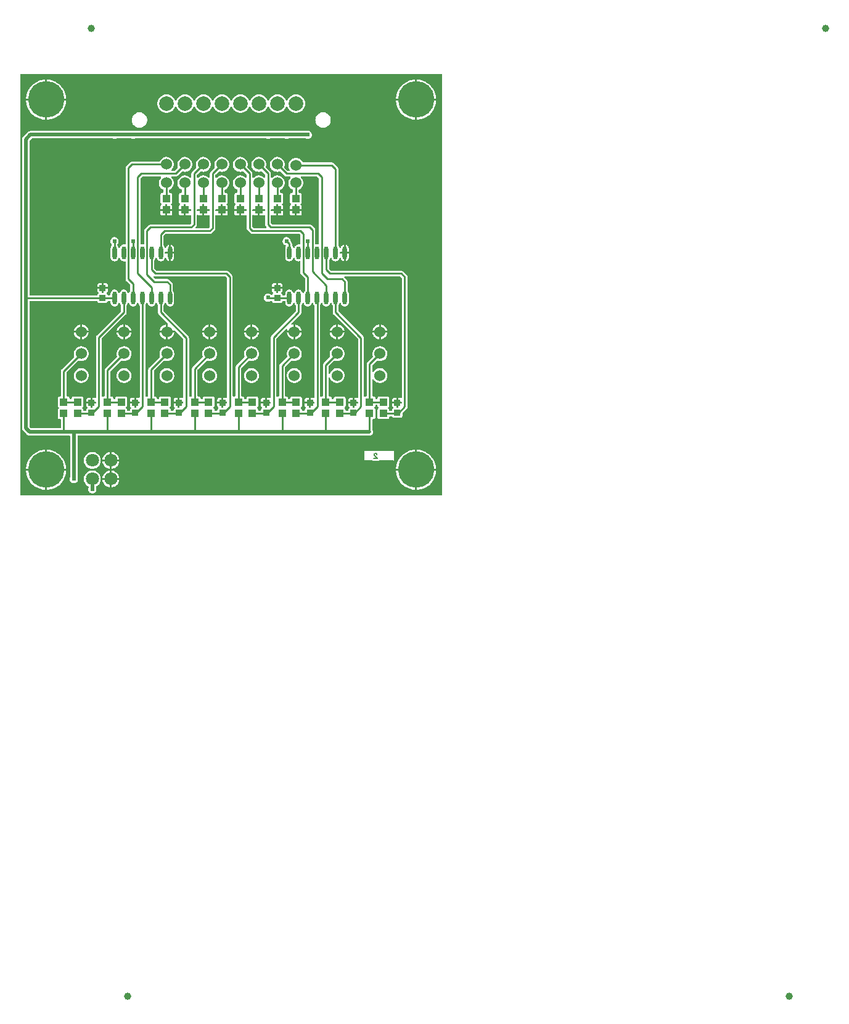
<source format=gbl>
G04 Layer: BottomLayer*
G04 Panelize: Stamp Hole, Column: 2, Row: 2, Board Size: 58.42mm x 58.42mm, Panelized Board Size: 120.84mm x 120.84mm*
G04 EasyEDA v6.5.34, 2023-09-13 23:42:19*
G04 af00140a598446819584b723e16838dc,5a6b42c53f6a479593ecc07194224c93,10*
G04 Gerber Generator version 0.2*
G04 Scale: 100 percent, Rotated: No, Reflected: No *
G04 Dimensions in millimeters *
G04 leading zeros omitted , absolute positions ,4 integer and 5 decimal *
%FSLAX45Y45*%
%MOMM*%

%AMMACRO1*21,1,$1,$2,0,0,$3*%
%ADD10C,0.1524*%
%ADD11C,0.5000*%
%ADD12C,0.2540*%
%ADD13O,0.5999988X1.7999964*%
%ADD14MACRO1,1X1.1X-90.0000*%
%ADD15MACRO1,0.8X0.9X-90.0000*%
%ADD16MACRO1,0.8X0.9X90.0000*%
%ADD17C,1.0000*%
%ADD18C,5.0000*%
%ADD19C,1.5240*%
%ADD20C,2.0000*%
%ADD21C,1.8000*%
%ADD22C,0.6096*%
%ADD23C,0.0148*%

%LPD*%
G36*
X36068Y25908D02*
G01*
X32156Y26670D01*
X28905Y28905D01*
X26670Y32156D01*
X25908Y36068D01*
X25908Y5805932D01*
X26670Y5809792D01*
X28905Y5813094D01*
X32156Y5815330D01*
X36068Y5816092D01*
X5805932Y5815584D01*
X5809843Y5814822D01*
X5813094Y5812637D01*
X5815330Y5809335D01*
X5816092Y5805424D01*
X5816092Y36068D01*
X5815330Y32156D01*
X5813094Y28905D01*
X5809843Y26670D01*
X5805932Y25908D01*
X5166360Y25908D01*
X5162448Y26670D01*
X5159146Y28905D01*
X5156962Y32156D01*
X5156200Y36068D01*
X5155438Y32156D01*
X5153202Y28905D01*
X5149900Y26670D01*
X5146040Y25908D01*
G37*

%LPC*%
G36*
X393700Y5473700D02*
G01*
X656590Y5473700D01*
X654710Y5495594D01*
X650849Y5518353D01*
X645109Y5540756D01*
X637540Y5562549D01*
X628142Y5583682D01*
X617016Y5603900D01*
X604215Y5623153D01*
X589838Y5641289D01*
X574040Y5658104D01*
X556869Y5673598D01*
X538480Y5687568D01*
X518972Y5699912D01*
X498500Y5710631D01*
X477164Y5719572D01*
X455218Y5726734D01*
X432714Y5732018D01*
X409854Y5735370D01*
X393700Y5736386D01*
G37*
G36*
X1016000Y57962D02*
G01*
X1025804Y58826D01*
X1035253Y61366D01*
X1044194Y65481D01*
X1052220Y71120D01*
X1059180Y78079D01*
X1064818Y86106D01*
X1068933Y95046D01*
X1071473Y104495D01*
X1072337Y114300D01*
X1071473Y124104D01*
X1068933Y133553D01*
X1067866Y135890D01*
X1066901Y140208D01*
X1066901Y144018D01*
X1067562Y147523D01*
X1069390Y150622D01*
X1072184Y152908D01*
X1078077Y156159D01*
X1089863Y164693D01*
X1100480Y174650D01*
X1109776Y185877D01*
X1117549Y198170D01*
X1123746Y211328D01*
X1128268Y225196D01*
X1130960Y239471D01*
X1131874Y254000D01*
X1130960Y268528D01*
X1128268Y282803D01*
X1123746Y296672D01*
X1117549Y309829D01*
X1109776Y322122D01*
X1100480Y333349D01*
X1089863Y343306D01*
X1078077Y351840D01*
X1065326Y358851D01*
X1051814Y364236D01*
X1037691Y367842D01*
X1023264Y369671D01*
X1008735Y369671D01*
X994308Y367842D01*
X980186Y364236D01*
X966673Y358851D01*
X953922Y351840D01*
X942136Y343306D01*
X931519Y333349D01*
X922223Y322122D01*
X914450Y309829D01*
X908253Y296672D01*
X903732Y282803D01*
X901039Y268528D01*
X900125Y254000D01*
X901039Y239471D01*
X903732Y225196D01*
X908253Y211328D01*
X914450Y198170D01*
X922223Y185877D01*
X931519Y174650D01*
X942136Y164693D01*
X953922Y156159D01*
X959815Y152908D01*
X962609Y150622D01*
X964437Y147523D01*
X965098Y143967D01*
X965098Y140208D01*
X964133Y135940D01*
X963066Y133553D01*
X960526Y124104D01*
X959662Y114300D01*
X960526Y104495D01*
X963066Y95046D01*
X967181Y86106D01*
X972819Y78079D01*
X979779Y71120D01*
X987806Y65481D01*
X996746Y61366D01*
X1006195Y58826D01*
G37*
G36*
X368300Y105562D02*
G01*
X368300Y368300D01*
X105664Y368300D01*
X106070Y357936D01*
X108966Y334975D01*
X113792Y312369D01*
X120446Y290271D01*
X128981Y268782D01*
X139242Y248107D01*
X151180Y228295D01*
X164795Y209600D01*
X179882Y192125D01*
X196392Y175971D01*
X214172Y161239D01*
X233171Y148031D01*
X253187Y136499D01*
X274066Y126644D01*
X295757Y118618D01*
X318008Y112369D01*
X340715Y108051D01*
X363677Y105664D01*
G37*
G36*
X5448300Y105562D02*
G01*
X5448300Y368300D01*
X5185664Y368300D01*
X5186070Y357936D01*
X5188966Y334975D01*
X5193792Y312369D01*
X5200446Y290271D01*
X5208981Y268782D01*
X5219242Y248107D01*
X5231180Y228295D01*
X5244795Y209600D01*
X5259882Y192125D01*
X5276392Y175971D01*
X5294172Y161239D01*
X5313172Y148031D01*
X5333187Y136499D01*
X5354066Y126644D01*
X5375757Y118618D01*
X5398008Y112369D01*
X5420715Y108051D01*
X5443677Y105664D01*
G37*
G36*
X5473700Y105613D02*
G01*
X5489854Y106629D01*
X5512714Y109982D01*
X5535218Y115265D01*
X5557164Y122428D01*
X5578500Y131368D01*
X5598972Y142087D01*
X5618480Y154432D01*
X5636869Y168402D01*
X5654040Y183896D01*
X5669838Y200710D01*
X5684215Y218846D01*
X5697016Y238099D01*
X5708142Y258317D01*
X5717540Y279450D01*
X5725109Y301244D01*
X5730849Y323646D01*
X5734710Y346405D01*
X5736590Y368300D01*
X5473700Y368300D01*
G37*
G36*
X393700Y105613D02*
G01*
X409854Y106629D01*
X432714Y109982D01*
X455218Y115265D01*
X477164Y122428D01*
X498500Y131368D01*
X518972Y142087D01*
X538480Y154432D01*
X556869Y168402D01*
X574040Y183896D01*
X589838Y200710D01*
X604215Y218846D01*
X617016Y238099D01*
X628142Y258317D01*
X637540Y279450D01*
X645109Y301244D01*
X650849Y323646D01*
X654710Y346405D01*
X656590Y368300D01*
X393700Y368300D01*
G37*
G36*
X1257300Y139039D02*
G01*
X1257300Y241300D01*
X1154887Y241300D01*
X1155039Y239471D01*
X1157732Y225196D01*
X1162253Y211328D01*
X1168450Y198170D01*
X1176223Y185877D01*
X1185519Y174650D01*
X1196136Y164693D01*
X1207922Y156159D01*
X1220673Y149148D01*
X1234186Y143764D01*
X1248308Y140157D01*
G37*
G36*
X1282700Y139039D02*
G01*
X1291691Y140157D01*
X1305814Y143764D01*
X1319326Y149148D01*
X1332077Y156159D01*
X1343863Y164693D01*
X1354480Y174650D01*
X1363776Y185877D01*
X1371549Y198170D01*
X1377746Y211328D01*
X1382268Y225196D01*
X1384960Y239471D01*
X1385112Y241300D01*
X1282700Y241300D01*
G37*
G36*
X762000Y197662D02*
G01*
X771804Y198526D01*
X781253Y201066D01*
X790194Y205181D01*
X798220Y210820D01*
X805180Y217779D01*
X810818Y225806D01*
X814933Y234746D01*
X817473Y244195D01*
X818337Y254000D01*
X817473Y263804D01*
X814933Y273253D01*
X813866Y275590D01*
X812901Y279908D01*
X812901Y840638D01*
X813663Y844499D01*
X815898Y847801D01*
X819200Y850036D01*
X823061Y850798D01*
X4821732Y850798D01*
X4831029Y851611D01*
X4839563Y853897D01*
X4847640Y857656D01*
X4854905Y862736D01*
X4861153Y868984D01*
X4866233Y876249D01*
X4869992Y884326D01*
X4872278Y892860D01*
X4873040Y901700D01*
X4872278Y910539D01*
X4869992Y919073D01*
X4866233Y927150D01*
X4862626Y932281D01*
X4861255Y935075D01*
X4860798Y938123D01*
X4860798Y1065834D01*
X4861560Y1069695D01*
X4863795Y1072997D01*
X4867046Y1075232D01*
X4870958Y1075994D01*
X4876698Y1075994D01*
X4883048Y1076706D01*
X4888484Y1078636D01*
X4893411Y1081684D01*
X4897475Y1085799D01*
X4900574Y1090676D01*
X4902504Y1096162D01*
X4903216Y1102461D01*
X4903216Y1201318D01*
X4902504Y1207668D01*
X4900574Y1213104D01*
X4897475Y1218031D01*
X4893411Y1222095D01*
X4891532Y1223314D01*
X4888585Y1226108D01*
X4886960Y1229868D01*
X4886960Y1233932D01*
X4888585Y1237691D01*
X4891532Y1240485D01*
X4893411Y1241704D01*
X4897475Y1245768D01*
X4900574Y1250696D01*
X4902454Y1256080D01*
X4903266Y1264107D01*
X4904282Y1267663D01*
X4906518Y1270609D01*
X4909718Y1272590D01*
X4913376Y1273251D01*
X4921707Y1273251D01*
X4925364Y1272590D01*
X4928565Y1270609D01*
X4930800Y1267663D01*
X4931816Y1264107D01*
X4932629Y1256080D01*
X4934508Y1250696D01*
X4937607Y1245768D01*
X4941671Y1241704D01*
X4943551Y1240485D01*
X4946497Y1237691D01*
X4948123Y1233932D01*
X4948123Y1229868D01*
X4946497Y1226108D01*
X4943551Y1223314D01*
X4941671Y1222095D01*
X4937607Y1218031D01*
X4934508Y1213104D01*
X4932578Y1207668D01*
X4931867Y1201318D01*
X4931867Y1102461D01*
X4932578Y1096162D01*
X4934508Y1090676D01*
X4937607Y1085799D01*
X4941671Y1081684D01*
X4946599Y1078636D01*
X4952034Y1076706D01*
X4958384Y1075994D01*
X5067198Y1075994D01*
X5073548Y1076706D01*
X5078984Y1078636D01*
X5083911Y1081684D01*
X5087975Y1085799D01*
X5091074Y1090676D01*
X5092954Y1096060D01*
X5093766Y1104087D01*
X5094782Y1107694D01*
X5097018Y1110640D01*
X5100218Y1112621D01*
X5103876Y1113282D01*
X5127802Y1113282D01*
X5131155Y1112723D01*
X5134102Y1111046D01*
X5136388Y1108506D01*
X5138115Y1105763D01*
X5142179Y1101699D01*
X5147106Y1098600D01*
X5152542Y1096721D01*
X5158892Y1096010D01*
X5247741Y1096010D01*
X5254040Y1096721D01*
X5259527Y1098600D01*
X5264404Y1101699D01*
X5268518Y1105763D01*
X5271617Y1110691D01*
X5273497Y1116126D01*
X5274208Y1122476D01*
X5274208Y1155039D01*
X5274970Y1158900D01*
X5277205Y1162202D01*
X5331917Y1216964D01*
X5337048Y1223162D01*
X5340604Y1229868D01*
X5342788Y1237081D01*
X5343601Y1245108D01*
X5343601Y3025394D01*
X5342788Y3033420D01*
X5340604Y3040634D01*
X5337048Y3047339D01*
X5331917Y3053537D01*
X5285130Y3100324D01*
X5278932Y3105454D01*
X5272227Y3109010D01*
X5265013Y3111195D01*
X5256987Y3112008D01*
X4299813Y3112008D01*
X4295902Y3112770D01*
X4292600Y3115005D01*
X4270400Y3137204D01*
X4268165Y3140506D01*
X4267403Y3144418D01*
X4267403Y3253689D01*
X4268165Y3257600D01*
X4270400Y3260852D01*
X4271568Y3262071D01*
X4277156Y3270046D01*
X4281271Y3278886D01*
X4282490Y3283305D01*
X4284522Y3287217D01*
X4287977Y3289909D01*
X4292295Y3290824D01*
X4296562Y3289909D01*
X4300067Y3287217D01*
X4302099Y3283305D01*
X4303268Y3278886D01*
X4307382Y3270046D01*
X4312970Y3262071D01*
X4319879Y3255213D01*
X4327855Y3249625D01*
X4336694Y3245510D01*
X4346092Y3242970D01*
X4355795Y3242106D01*
X4365498Y3242970D01*
X4374896Y3245510D01*
X4383735Y3249625D01*
X4391710Y3255213D01*
X4398568Y3262071D01*
X4404156Y3270046D01*
X4408271Y3278886D01*
X4409490Y3283305D01*
X4411522Y3287217D01*
X4414977Y3289909D01*
X4419295Y3290824D01*
X4423562Y3289909D01*
X4427067Y3287217D01*
X4429099Y3283305D01*
X4430268Y3278886D01*
X4434382Y3270046D01*
X4439970Y3262071D01*
X4446879Y3255213D01*
X4454855Y3249625D01*
X4463694Y3245510D01*
X4470095Y3243783D01*
X4470095Y3345281D01*
X4421835Y3345281D01*
X4417974Y3346043D01*
X4414672Y3348278D01*
X4412488Y3351580D01*
X4411675Y3355441D01*
X4411675Y3360521D01*
X4412488Y3364433D01*
X4414672Y3367735D01*
X4417974Y3369919D01*
X4421835Y3370681D01*
X4470095Y3370681D01*
X4470095Y3472230D01*
X4463694Y3470503D01*
X4454855Y3466388D01*
X4446879Y3460800D01*
X4439970Y3453892D01*
X4434382Y3445916D01*
X4430268Y3437077D01*
X4429099Y3432657D01*
X4427067Y3428796D01*
X4423562Y3426104D01*
X4419295Y3425139D01*
X4414977Y3426104D01*
X4411522Y3428796D01*
X4409490Y3432657D01*
X4408271Y3437077D01*
X4404156Y3445916D01*
X4395216Y3458362D01*
X4394454Y3462274D01*
X4394454Y4508246D01*
X4393641Y4516272D01*
X4391456Y4523486D01*
X4387900Y4530191D01*
X4382770Y4536389D01*
X4332935Y4586224D01*
X4326737Y4591354D01*
X4320032Y4594910D01*
X4312818Y4597095D01*
X4304792Y4597908D01*
X3910990Y4597908D01*
X3907434Y4598568D01*
X3904335Y4600397D01*
X3902100Y4603191D01*
X3896055Y4614214D01*
X3887927Y4625238D01*
X3878478Y4634992D01*
X3867759Y4643475D01*
X3856024Y4650435D01*
X3843477Y4655718D01*
X3830320Y4659325D01*
X3816807Y4661154D01*
X3803192Y4661154D01*
X3789679Y4659325D01*
X3776522Y4655718D01*
X3763975Y4650435D01*
X3752240Y4643475D01*
X3741521Y4634992D01*
X3732022Y4625238D01*
X3723944Y4614214D01*
X3717391Y4602276D01*
X3712514Y4589526D01*
X3709314Y4576267D01*
X3707942Y4562703D01*
X3708400Y4549089D01*
X3710686Y4535627D01*
X3714750Y4522622D01*
X3720490Y4510227D01*
X3727500Y4499254D01*
X3728974Y4495190D01*
X3728669Y4490872D01*
X3726586Y4487113D01*
X3723132Y4484522D01*
X3718915Y4483608D01*
X3703218Y4483608D01*
X3699306Y4484370D01*
X3696004Y4486605D01*
X3654653Y4527956D01*
X3652570Y4530953D01*
X3651707Y4534509D01*
X3652113Y4538116D01*
X3655314Y4548327D01*
X3657549Y4561789D01*
X3658006Y4575403D01*
X3656634Y4588967D01*
X3653485Y4602226D01*
X3648608Y4614976D01*
X3642055Y4626914D01*
X3633927Y4637938D01*
X3624478Y4647692D01*
X3613759Y4656175D01*
X3602024Y4663135D01*
X3589477Y4668418D01*
X3576320Y4672025D01*
X3562807Y4673854D01*
X3549192Y4673854D01*
X3535679Y4672025D01*
X3522522Y4668418D01*
X3509975Y4663135D01*
X3498240Y4656175D01*
X3487521Y4647692D01*
X3478022Y4637938D01*
X3469944Y4626914D01*
X3463391Y4614976D01*
X3458514Y4602226D01*
X3455314Y4588967D01*
X3453942Y4575403D01*
X3454400Y4561789D01*
X3456686Y4548327D01*
X3460750Y4535322D01*
X3466490Y4522927D01*
X3473805Y4511446D01*
X3482594Y4501032D01*
X3492703Y4491888D01*
X3503980Y4484166D01*
X3516122Y4478020D01*
X3529025Y4473549D01*
X3542385Y4470806D01*
X3556000Y4469942D01*
X3569614Y4470806D01*
X3582974Y4473549D01*
X3589477Y4475835D01*
X3593236Y4476343D01*
X3596894Y4475530D01*
X3599992Y4473397D01*
X3655364Y4418076D01*
X3661562Y4412945D01*
X3668268Y4409389D01*
X3675481Y4407204D01*
X3683508Y4406392D01*
X3729837Y4406392D01*
X3733698Y4405630D01*
X3736949Y4403445D01*
X3739184Y4400194D01*
X3739997Y4396333D01*
X3739235Y4392472D01*
X3737101Y4389170D01*
X3732022Y4383938D01*
X3723944Y4372914D01*
X3717391Y4360976D01*
X3712514Y4348226D01*
X3709314Y4334967D01*
X3707942Y4321403D01*
X3708400Y4307789D01*
X3710686Y4294327D01*
X3714750Y4281322D01*
X3720490Y4268927D01*
X3727805Y4257446D01*
X3736594Y4247032D01*
X3746703Y4237888D01*
X3757980Y4230166D01*
X3765804Y4226204D01*
X3768750Y4223969D01*
X3770731Y4220768D01*
X3771392Y4217162D01*
X3771392Y4191965D01*
X3770629Y4188053D01*
X3768394Y4184802D01*
X3765092Y4182567D01*
X3761232Y4181805D01*
X3755542Y4181805D01*
X3749243Y4181094D01*
X3743756Y4179163D01*
X3738879Y4176115D01*
X3734765Y4172000D01*
X3731717Y4167124D01*
X3729786Y4161637D01*
X3729075Y4155338D01*
X3729075Y4056481D01*
X3729786Y4050131D01*
X3731717Y4044696D01*
X3734765Y4039768D01*
X3738879Y4035704D01*
X3740759Y4034485D01*
X3743706Y4031691D01*
X3745331Y4027932D01*
X3745331Y4023868D01*
X3743706Y4020108D01*
X3740759Y4017314D01*
X3738879Y4016095D01*
X3734765Y4012031D01*
X3731717Y4007104D01*
X3729786Y4001668D01*
X3729075Y3995318D01*
X3729075Y3958590D01*
X3797300Y3958590D01*
X3797300Y4019804D01*
X3798062Y4023715D01*
X3800246Y4027017D01*
X3803548Y4029201D01*
X3807460Y4029964D01*
X3812540Y4029964D01*
X3816400Y4029201D01*
X3819702Y4027017D01*
X3821937Y4023715D01*
X3822700Y4019804D01*
X3822700Y3958590D01*
X3890924Y3958590D01*
X3890924Y3995318D01*
X3890213Y4001668D01*
X3888282Y4007104D01*
X3885184Y4012031D01*
X3881120Y4016095D01*
X3879240Y4017314D01*
X3876294Y4020108D01*
X3874668Y4023868D01*
X3874668Y4027932D01*
X3876294Y4031691D01*
X3879240Y4034485D01*
X3881120Y4035704D01*
X3885184Y4039768D01*
X3888282Y4044696D01*
X3890213Y4050131D01*
X3890924Y4056481D01*
X3890924Y4155338D01*
X3890213Y4161637D01*
X3888282Y4167124D01*
X3885184Y4172000D01*
X3881120Y4176115D01*
X3876192Y4179163D01*
X3870756Y4181094D01*
X3864406Y4181805D01*
X3858768Y4181805D01*
X3854856Y4182567D01*
X3851554Y4184802D01*
X3849370Y4188053D01*
X3848608Y4191965D01*
X3848608Y4217162D01*
X3849268Y4220819D01*
X3851249Y4223969D01*
X3854196Y4226204D01*
X3862019Y4230166D01*
X3873246Y4237888D01*
X3883355Y4247032D01*
X3892194Y4257446D01*
X3899509Y4268927D01*
X3905250Y4281322D01*
X3909314Y4294327D01*
X3911549Y4307789D01*
X3912006Y4321403D01*
X3910634Y4334967D01*
X3907485Y4348226D01*
X3902608Y4360976D01*
X3896055Y4372914D01*
X3887927Y4383938D01*
X3882847Y4389170D01*
X3880713Y4392472D01*
X3880002Y4396333D01*
X3880815Y4400194D01*
X3883050Y4403445D01*
X3886301Y4405630D01*
X3890162Y4406392D01*
X4094581Y4406392D01*
X4098493Y4405630D01*
X4101795Y4403394D01*
X4123994Y4381195D01*
X4126229Y4377893D01*
X4126992Y4373981D01*
X4126992Y3482086D01*
X4126331Y3478479D01*
X4124401Y3475278D01*
X4121454Y3473043D01*
X4117898Y3471976D01*
X4114190Y3472281D01*
X4111498Y3472992D01*
X4101795Y3473856D01*
X4092092Y3472992D01*
X4090009Y3472434D01*
X4086301Y3472179D01*
X4082745Y3473196D01*
X4079798Y3475482D01*
X4077868Y3478631D01*
X4077208Y3482289D01*
X4077208Y3669792D01*
X4076395Y3677818D01*
X4074210Y3685032D01*
X4070654Y3691737D01*
X4065524Y3697935D01*
X4028135Y3735324D01*
X4021937Y3740454D01*
X4015232Y3744010D01*
X4008018Y3746195D01*
X3999992Y3747008D01*
X3487318Y3747008D01*
X3483406Y3747770D01*
X3480104Y3750005D01*
X3470605Y3759504D01*
X3468370Y3762806D01*
X3467608Y3766718D01*
X3467608Y3868420D01*
X3468370Y3872331D01*
X3470554Y3875582D01*
X3473856Y3877818D01*
X3477717Y3878579D01*
X3481578Y3877868D01*
X3489756Y3872636D01*
X3495243Y3870706D01*
X3501542Y3869994D01*
X3543300Y3869994D01*
X3543300Y3933190D01*
X3477768Y3933190D01*
X3473856Y3934002D01*
X3470605Y3936187D01*
X3468370Y3939489D01*
X3467608Y3943350D01*
X3467608Y3948429D01*
X3468370Y3952341D01*
X3470605Y3955643D01*
X3473856Y3957828D01*
X3477768Y3958590D01*
X3543300Y3958590D01*
X3543300Y4019804D01*
X3544062Y4023715D01*
X3546246Y4027017D01*
X3549548Y4029201D01*
X3553460Y4029964D01*
X3558540Y4029964D01*
X3562400Y4029201D01*
X3565702Y4027017D01*
X3567937Y4023715D01*
X3568700Y4019804D01*
X3568700Y3958590D01*
X3636924Y3958590D01*
X3636924Y3995318D01*
X3636213Y4001668D01*
X3634282Y4007104D01*
X3631184Y4012031D01*
X3627120Y4016095D01*
X3625240Y4017314D01*
X3622294Y4020108D01*
X3620668Y4023868D01*
X3620668Y4027932D01*
X3622294Y4031691D01*
X3625240Y4034485D01*
X3627120Y4035704D01*
X3631184Y4039768D01*
X3634282Y4044696D01*
X3636213Y4050131D01*
X3636924Y4056481D01*
X3636924Y4155338D01*
X3636213Y4161637D01*
X3634282Y4167124D01*
X3631184Y4172000D01*
X3627120Y4176115D01*
X3622192Y4179163D01*
X3616756Y4181094D01*
X3610406Y4181805D01*
X3604768Y4181805D01*
X3600856Y4182567D01*
X3597554Y4184802D01*
X3595370Y4188053D01*
X3594608Y4191965D01*
X3594608Y4217162D01*
X3595268Y4220819D01*
X3597249Y4223969D01*
X3600196Y4226204D01*
X3608019Y4230166D01*
X3619246Y4237888D01*
X3629355Y4247032D01*
X3638194Y4257446D01*
X3645509Y4268927D01*
X3651250Y4281322D01*
X3655314Y4294327D01*
X3657549Y4307789D01*
X3658006Y4321403D01*
X3656634Y4334967D01*
X3653485Y4348226D01*
X3648608Y4360976D01*
X3642055Y4372914D01*
X3633927Y4383938D01*
X3624478Y4393692D01*
X3613759Y4402175D01*
X3602024Y4409135D01*
X3589477Y4414418D01*
X3576320Y4418025D01*
X3562807Y4419854D01*
X3549192Y4419854D01*
X3535679Y4418025D01*
X3522522Y4414418D01*
X3509975Y4409135D01*
X3498240Y4402175D01*
X3487521Y4393692D01*
X3485083Y4391202D01*
X3481781Y4388916D01*
X3477869Y4388104D01*
X3473958Y4388815D01*
X3470605Y4391050D01*
X3468370Y4394352D01*
X3467608Y4398264D01*
X3467608Y4444492D01*
X3466795Y4452518D01*
X3464610Y4459732D01*
X3461054Y4466437D01*
X3455924Y4472635D01*
X3400653Y4527956D01*
X3398570Y4530953D01*
X3397707Y4534509D01*
X3398113Y4538116D01*
X3401314Y4548327D01*
X3403549Y4561789D01*
X3404006Y4575403D01*
X3402634Y4588967D01*
X3399485Y4602226D01*
X3394608Y4614976D01*
X3388055Y4626914D01*
X3379927Y4637938D01*
X3370478Y4647692D01*
X3359759Y4656175D01*
X3348024Y4663135D01*
X3335477Y4668418D01*
X3322320Y4672025D01*
X3308807Y4673854D01*
X3295192Y4673854D01*
X3281679Y4672025D01*
X3268522Y4668418D01*
X3255975Y4663135D01*
X3244240Y4656175D01*
X3233521Y4647692D01*
X3224022Y4637938D01*
X3215944Y4626914D01*
X3209391Y4614976D01*
X3204514Y4602226D01*
X3201314Y4588967D01*
X3199942Y4575403D01*
X3200400Y4561789D01*
X3202686Y4548327D01*
X3206750Y4535322D01*
X3212490Y4522927D01*
X3219805Y4511446D01*
X3228594Y4501032D01*
X3238703Y4491888D01*
X3249980Y4484166D01*
X3262122Y4478020D01*
X3275025Y4473549D01*
X3288385Y4470806D01*
X3302000Y4469942D01*
X3315614Y4470806D01*
X3328974Y4473549D01*
X3335477Y4475835D01*
X3339236Y4476343D01*
X3342894Y4475530D01*
X3345992Y4473397D01*
X3387394Y4431995D01*
X3389629Y4428693D01*
X3390392Y4424781D01*
X3390392Y4398213D01*
X3389629Y4394301D01*
X3387394Y4390999D01*
X3384042Y4388815D01*
X3380130Y4388053D01*
X3376218Y4388916D01*
X3372916Y4391152D01*
X3370478Y4393692D01*
X3359759Y4402175D01*
X3348024Y4409135D01*
X3335477Y4414418D01*
X3322320Y4418025D01*
X3308807Y4419854D01*
X3295192Y4419854D01*
X3281679Y4418025D01*
X3268522Y4414418D01*
X3255975Y4409135D01*
X3244240Y4402175D01*
X3233521Y4393692D01*
X3231083Y4391202D01*
X3227781Y4388916D01*
X3223869Y4388104D01*
X3219958Y4388815D01*
X3216605Y4391050D01*
X3214370Y4394352D01*
X3213608Y4398264D01*
X3213608Y4444492D01*
X3212795Y4452518D01*
X3210610Y4459732D01*
X3207054Y4466437D01*
X3201924Y4472635D01*
X3146653Y4527956D01*
X3144570Y4530953D01*
X3143707Y4534509D01*
X3144113Y4538116D01*
X3147314Y4548327D01*
X3149549Y4561789D01*
X3150006Y4575403D01*
X3148634Y4588967D01*
X3145485Y4602226D01*
X3140608Y4614976D01*
X3134055Y4626914D01*
X3125927Y4637938D01*
X3116478Y4647692D01*
X3105759Y4656175D01*
X3094024Y4663135D01*
X3081477Y4668418D01*
X3068320Y4672025D01*
X3054807Y4673854D01*
X3041192Y4673854D01*
X3027680Y4672025D01*
X3014522Y4668418D01*
X3001975Y4663135D01*
X2990240Y4656175D01*
X2979521Y4647692D01*
X2970022Y4637938D01*
X2961944Y4626914D01*
X2955391Y4614976D01*
X2950514Y4602226D01*
X2947314Y4588967D01*
X2945942Y4575403D01*
X2946400Y4561789D01*
X2948686Y4548327D01*
X2952750Y4535322D01*
X2958490Y4522927D01*
X2965805Y4511446D01*
X2974594Y4501032D01*
X2984703Y4491888D01*
X2995980Y4484166D01*
X3008122Y4478020D01*
X3021025Y4473549D01*
X3034385Y4470806D01*
X3048000Y4469942D01*
X3061614Y4470806D01*
X3074974Y4473549D01*
X3081477Y4475835D01*
X3085236Y4476343D01*
X3088894Y4475530D01*
X3091992Y4473397D01*
X3133394Y4431995D01*
X3135630Y4428693D01*
X3136392Y4424781D01*
X3136392Y4398213D01*
X3135630Y4394301D01*
X3133394Y4390999D01*
X3130042Y4388815D01*
X3126130Y4388053D01*
X3122218Y4388916D01*
X3118916Y4391152D01*
X3116478Y4393692D01*
X3105759Y4402175D01*
X3094024Y4409135D01*
X3081477Y4414418D01*
X3068320Y4418025D01*
X3054807Y4419854D01*
X3041192Y4419854D01*
X3027680Y4418025D01*
X3014522Y4414418D01*
X3001975Y4409135D01*
X2990240Y4402175D01*
X2979521Y4393692D01*
X2970022Y4383938D01*
X2961944Y4372914D01*
X2955391Y4360976D01*
X2950514Y4348226D01*
X2947314Y4334967D01*
X2945942Y4321403D01*
X2946400Y4307789D01*
X2948686Y4294327D01*
X2952750Y4281322D01*
X2958490Y4268927D01*
X2965805Y4257446D01*
X2974594Y4247032D01*
X2984703Y4237888D01*
X2995980Y4230166D01*
X3003804Y4226204D01*
X3006750Y4223969D01*
X3008731Y4220768D01*
X3009392Y4217162D01*
X3009392Y4191965D01*
X3008630Y4188053D01*
X3006394Y4184802D01*
X3003092Y4182567D01*
X2999232Y4181805D01*
X2993542Y4181805D01*
X2987243Y4181094D01*
X2981756Y4179163D01*
X2976880Y4176115D01*
X2972765Y4172000D01*
X2969717Y4167124D01*
X2967786Y4161637D01*
X2967075Y4155338D01*
X2967075Y4056481D01*
X2967786Y4050131D01*
X2969717Y4044696D01*
X2972765Y4039768D01*
X2976880Y4035704D01*
X2978759Y4034485D01*
X2981706Y4031691D01*
X2983331Y4027932D01*
X2983331Y4023868D01*
X2981706Y4020108D01*
X2978759Y4017314D01*
X2976880Y4016095D01*
X2972765Y4012031D01*
X2969717Y4007104D01*
X2967786Y4001668D01*
X2967075Y3995318D01*
X2967075Y3958590D01*
X3035300Y3958590D01*
X3035300Y4019804D01*
X3036062Y4023715D01*
X3038246Y4027017D01*
X3041548Y4029201D01*
X3045460Y4029964D01*
X3050540Y4029964D01*
X3054400Y4029201D01*
X3057702Y4027017D01*
X3059938Y4023715D01*
X3060700Y4019804D01*
X3060700Y3958590D01*
X3126232Y3958590D01*
X3130143Y3957828D01*
X3133394Y3955643D01*
X3135630Y3952341D01*
X3136392Y3948429D01*
X3136392Y3943350D01*
X3135630Y3939489D01*
X3133394Y3936187D01*
X3130143Y3934002D01*
X3126232Y3933190D01*
X3060700Y3933190D01*
X3060700Y3869994D01*
X3102406Y3869994D01*
X3108756Y3870706D01*
X3114192Y3872636D01*
X3122422Y3877868D01*
X3126282Y3878630D01*
X3130143Y3877818D01*
X3133445Y3875633D01*
X3135630Y3872331D01*
X3136392Y3868470D01*
X3136392Y3696208D01*
X3137204Y3688181D01*
X3139389Y3680968D01*
X3142945Y3674262D01*
X3148076Y3668064D01*
X3185464Y3630676D01*
X3191662Y3625545D01*
X3198368Y3621989D01*
X3205581Y3619804D01*
X3213608Y3618992D01*
X3853281Y3618992D01*
X3857193Y3618229D01*
X3860495Y3615994D01*
X3869994Y3606495D01*
X3872229Y3603193D01*
X3872992Y3599281D01*
X3872992Y3482086D01*
X3872331Y3478479D01*
X3870401Y3475278D01*
X3867454Y3473043D01*
X3863898Y3471976D01*
X3860190Y3472281D01*
X3857498Y3472992D01*
X3847795Y3473856D01*
X3838092Y3472992D01*
X3828694Y3470503D01*
X3819855Y3466388D01*
X3811879Y3460800D01*
X3804970Y3453892D01*
X3799382Y3445916D01*
X3795268Y3437077D01*
X3794099Y3432657D01*
X3792067Y3428796D01*
X3788562Y3426104D01*
X3784295Y3425139D01*
X3779977Y3426104D01*
X3776522Y3428796D01*
X3774490Y3432657D01*
X3773271Y3437077D01*
X3769156Y3445916D01*
X3763568Y3453892D01*
X3762349Y3455111D01*
X3760165Y3458413D01*
X3759403Y3462324D01*
X3759403Y3479749D01*
X3758590Y3487775D01*
X3756406Y3494989D01*
X3752850Y3501694D01*
X3747719Y3507892D01*
X3742283Y3513328D01*
X3740251Y3516223D01*
X3739337Y3519627D01*
X3738626Y3527704D01*
X3736086Y3537153D01*
X3731971Y3546094D01*
X3726332Y3554120D01*
X3719372Y3561079D01*
X3711346Y3566718D01*
X3702405Y3570833D01*
X3692956Y3573373D01*
X3683152Y3574237D01*
X3673348Y3573373D01*
X3663899Y3570833D01*
X3654958Y3566718D01*
X3646932Y3561079D01*
X3639972Y3554120D01*
X3634333Y3546094D01*
X3630218Y3537153D01*
X3627678Y3527704D01*
X3626815Y3517900D01*
X3627678Y3508095D01*
X3630218Y3498646D01*
X3634333Y3489706D01*
X3639972Y3481679D01*
X3646932Y3474720D01*
X3654958Y3469081D01*
X3663899Y3464966D01*
X3668268Y3463798D01*
X3671722Y3462070D01*
X3674313Y3459175D01*
X3675684Y3455568D01*
X3675532Y3451656D01*
X3673957Y3448151D01*
X3672382Y3445916D01*
X3668268Y3437077D01*
X3665778Y3427679D01*
X3664864Y3417570D01*
X3664864Y3298444D01*
X3665778Y3288284D01*
X3668268Y3278886D01*
X3672382Y3270046D01*
X3677970Y3262071D01*
X3684879Y3255213D01*
X3692855Y3249625D01*
X3701694Y3245510D01*
X3711092Y3242970D01*
X3720795Y3242106D01*
X3730498Y3242970D01*
X3739896Y3245510D01*
X3748735Y3249625D01*
X3756710Y3255213D01*
X3763568Y3262071D01*
X3769156Y3270046D01*
X3773271Y3278886D01*
X3774490Y3283305D01*
X3776522Y3287217D01*
X3779977Y3289909D01*
X3784295Y3290824D01*
X3788562Y3289909D01*
X3792067Y3287217D01*
X3794099Y3283305D01*
X3795268Y3278886D01*
X3799382Y3270046D01*
X3804970Y3262071D01*
X3811879Y3255213D01*
X3819855Y3249625D01*
X3828694Y3245510D01*
X3838092Y3242970D01*
X3847795Y3242106D01*
X3857498Y3242970D01*
X3860190Y3243681D01*
X3863898Y3243986D01*
X3867454Y3242919D01*
X3870401Y3240684D01*
X3872331Y3237534D01*
X3872992Y3233877D01*
X3872992Y3086608D01*
X3873804Y3078581D01*
X3875989Y3071368D01*
X3879545Y3064662D01*
X3884676Y3058464D01*
X3933240Y3009849D01*
X3935476Y3006547D01*
X3936237Y3002635D01*
X3936237Y2842361D01*
X3935476Y2838450D01*
X3933240Y2835198D01*
X3931970Y2833928D01*
X3926382Y2825953D01*
X3922268Y2817114D01*
X3921099Y2812694D01*
X3919067Y2808782D01*
X3915562Y2806090D01*
X3911295Y2805125D01*
X3906977Y2806090D01*
X3903522Y2808782D01*
X3901490Y2812694D01*
X3900271Y2817114D01*
X3896156Y2825953D01*
X3890568Y2833928D01*
X3883710Y2840786D01*
X3875735Y2846374D01*
X3866896Y2850489D01*
X3857498Y2853029D01*
X3847795Y2853842D01*
X3838092Y2853029D01*
X3828694Y2850489D01*
X3819855Y2846374D01*
X3811879Y2840786D01*
X3804970Y2833928D01*
X3799382Y2825953D01*
X3795268Y2817114D01*
X3794099Y2812694D01*
X3792067Y2808782D01*
X3788562Y2806090D01*
X3784295Y2805125D01*
X3779977Y2806090D01*
X3776522Y2808782D01*
X3774490Y2812694D01*
X3773271Y2817114D01*
X3769156Y2825953D01*
X3763568Y2833928D01*
X3756710Y2840786D01*
X3748735Y2846374D01*
X3739896Y2850489D01*
X3730498Y2853029D01*
X3720795Y2853842D01*
X3711092Y2853029D01*
X3701694Y2850489D01*
X3692855Y2846374D01*
X3684879Y2840786D01*
X3677970Y2833928D01*
X3672382Y2825953D01*
X3668268Y2817114D01*
X3665778Y2807716D01*
X3664864Y2797556D01*
X3664864Y2786126D01*
X3664102Y2782265D01*
X3661918Y2778963D01*
X3658666Y2776778D01*
X3654806Y2775966D01*
X3635501Y2775813D01*
X3631387Y2776626D01*
X3627983Y2779064D01*
X3625799Y2782620D01*
X3623970Y2787904D01*
X3620871Y2792831D01*
X3616807Y2796895D01*
X3614928Y2798114D01*
X3611981Y2800908D01*
X3610356Y2804668D01*
X3610356Y2808732D01*
X3611981Y2812491D01*
X3614928Y2815285D01*
X3616807Y2816504D01*
X3620871Y2820568D01*
X3623970Y2825496D01*
X3625850Y2830931D01*
X3626561Y2837281D01*
X3626561Y2864002D01*
X3568395Y2864002D01*
X3568395Y2812796D01*
X3567582Y2808884D01*
X3565398Y2805582D01*
X3562096Y2803398D01*
X3558235Y2802636D01*
X3553155Y2802636D01*
X3549243Y2803398D01*
X3545941Y2805582D01*
X3543757Y2808884D01*
X3542995Y2812796D01*
X3542995Y2864002D01*
X3484778Y2864002D01*
X3484778Y2837281D01*
X3485489Y2830931D01*
X3487369Y2825496D01*
X3490468Y2820568D01*
X3494582Y2816504D01*
X3496462Y2815285D01*
X3499408Y2812491D01*
X3500983Y2808732D01*
X3500983Y2804668D01*
X3499408Y2800908D01*
X3496462Y2798114D01*
X3494582Y2796895D01*
X3490468Y2792831D01*
X3487369Y2787904D01*
X3486556Y2785618D01*
X3484473Y2782112D01*
X3481171Y2779725D01*
X3477209Y2778810D01*
X3473196Y2779522D01*
X3469792Y2781757D01*
X3465220Y2786380D01*
X3457194Y2792018D01*
X3448253Y2796133D01*
X3438804Y2798673D01*
X3429000Y2799537D01*
X3419195Y2798673D01*
X3409746Y2796133D01*
X3400806Y2792018D01*
X3392779Y2786380D01*
X3385820Y2779420D01*
X3380181Y2771394D01*
X3376066Y2762453D01*
X3373526Y2753004D01*
X3372662Y2743200D01*
X3373526Y2733395D01*
X3376066Y2723946D01*
X3380181Y2715006D01*
X3385820Y2706979D01*
X3392779Y2700020D01*
X3400806Y2694381D01*
X3409746Y2690266D01*
X3419195Y2687726D01*
X3429000Y2686862D01*
X3438804Y2687726D01*
X3448253Y2690266D01*
X3457194Y2694381D01*
X3459835Y2696260D01*
X3462578Y2697632D01*
X3465626Y2698089D01*
X3475786Y2698089D01*
X3479850Y2697226D01*
X3483203Y2694838D01*
X3485387Y2691282D01*
X3487369Y2685491D01*
X3490468Y2680614D01*
X3494582Y2676499D01*
X3499459Y2673451D01*
X3504946Y2671521D01*
X3511245Y2670810D01*
X3600094Y2670810D01*
X3606444Y2671521D01*
X3611879Y2673451D01*
X3616807Y2676499D01*
X3620871Y2680614D01*
X3623970Y2685491D01*
X3626154Y2691790D01*
X3628288Y2695346D01*
X3631641Y2697734D01*
X3635654Y2698597D01*
X3654653Y2698750D01*
X3658565Y2697988D01*
X3661867Y2695803D01*
X3664102Y2692501D01*
X3664864Y2688590D01*
X3664864Y2678430D01*
X3665778Y2668270D01*
X3668268Y2658872D01*
X3672382Y2650083D01*
X3677970Y2642108D01*
X3684879Y2635199D01*
X3692855Y2629611D01*
X3701694Y2625496D01*
X3711092Y2622956D01*
X3720795Y2622143D01*
X3730498Y2622956D01*
X3739896Y2625496D01*
X3748735Y2629611D01*
X3756710Y2635199D01*
X3763568Y2642108D01*
X3769156Y2650083D01*
X3773271Y2658872D01*
X3774490Y2663291D01*
X3776522Y2667203D01*
X3779977Y2669895D01*
X3784295Y2670860D01*
X3788562Y2669895D01*
X3792067Y2667203D01*
X3794099Y2663291D01*
X3795268Y2658872D01*
X3799382Y2650083D01*
X3804970Y2642108D01*
X3806240Y2640838D01*
X3808476Y2637536D01*
X3809237Y2633624D01*
X3809237Y2559964D01*
X3808476Y2556052D01*
X3806240Y2552750D01*
X3478022Y2224481D01*
X3472891Y2218283D01*
X3469335Y2211578D01*
X3467150Y2204364D01*
X3466337Y2196338D01*
X3466337Y1377086D01*
X3465474Y1372920D01*
X3462934Y1369466D01*
X3459276Y1367383D01*
X3455060Y1366977D01*
X3447745Y1367790D01*
X3415995Y1367790D01*
X3415995Y1314602D01*
X3456178Y1314602D01*
X3460089Y1313789D01*
X3463340Y1311605D01*
X3465576Y1308303D01*
X3466337Y1304442D01*
X3466337Y1299362D01*
X3465576Y1295450D01*
X3463340Y1292148D01*
X3460089Y1289964D01*
X3456178Y1289202D01*
X3415995Y1289202D01*
X3415995Y1237945D01*
X3415233Y1234084D01*
X3413048Y1230782D01*
X3409746Y1228598D01*
X3405835Y1227785D01*
X3400755Y1227785D01*
X3396894Y1228598D01*
X3393592Y1230782D01*
X3391408Y1234084D01*
X3390595Y1237945D01*
X3390595Y1289202D01*
X3332429Y1289202D01*
X3332429Y1262430D01*
X3333140Y1256131D01*
X3335020Y1250645D01*
X3338118Y1245768D01*
X3342182Y1241653D01*
X3344062Y1240485D01*
X3347008Y1237691D01*
X3348634Y1233932D01*
X3348634Y1229868D01*
X3347008Y1226108D01*
X3344062Y1223264D01*
X3342182Y1222095D01*
X3338118Y1218031D01*
X3335020Y1213104D01*
X3333140Y1207719D01*
X3332378Y1199692D01*
X3331311Y1196086D01*
X3329076Y1193139D01*
X3325926Y1191158D01*
X3322269Y1190498D01*
X3303879Y1190498D01*
X3300222Y1191158D01*
X3297021Y1193139D01*
X3294786Y1196086D01*
X3293770Y1199692D01*
X3292957Y1207719D01*
X3291078Y1213104D01*
X3287979Y1218031D01*
X3283915Y1222095D01*
X3282035Y1223314D01*
X3279089Y1226108D01*
X3277463Y1229868D01*
X3277463Y1233932D01*
X3279089Y1237691D01*
X3282035Y1240485D01*
X3283915Y1241704D01*
X3287979Y1245768D01*
X3291078Y1250696D01*
X3293008Y1256131D01*
X3293719Y1262481D01*
X3293719Y1361338D01*
X3293008Y1367637D01*
X3291078Y1373124D01*
X3287979Y1378000D01*
X3283915Y1382115D01*
X3278987Y1385163D01*
X3273552Y1387094D01*
X3267202Y1387805D01*
X3158388Y1387805D01*
X3152038Y1387094D01*
X3146602Y1385163D01*
X3141675Y1382115D01*
X3137611Y1378000D01*
X3134512Y1373124D01*
X3132632Y1367688D01*
X3131820Y1359662D01*
X3130804Y1356055D01*
X3128568Y1353108D01*
X3125368Y1351178D01*
X3121710Y1350467D01*
X3113379Y1350467D01*
X3109722Y1351178D01*
X3106521Y1353108D01*
X3104286Y1356055D01*
X3103270Y1359662D01*
X3102457Y1367688D01*
X3100578Y1373124D01*
X3097479Y1378000D01*
X3093415Y1382115D01*
X3088487Y1385163D01*
X3083052Y1387094D01*
X3076702Y1387805D01*
X3071063Y1387805D01*
X3067151Y1388567D01*
X3063900Y1390751D01*
X3061665Y1394053D01*
X3060903Y1397965D01*
X3060903Y1773682D01*
X3061665Y1777593D01*
X3063900Y1780895D01*
X3157728Y1874723D01*
X3160826Y1876856D01*
X3164484Y1877669D01*
X3168243Y1877110D01*
X3174695Y1874875D01*
X3188055Y1872183D01*
X3201670Y1871268D01*
X3215284Y1872183D01*
X3228644Y1874875D01*
X3241497Y1879346D01*
X3253689Y1885492D01*
X3264915Y1893214D01*
X3275025Y1902358D01*
X3283864Y1912772D01*
X3291179Y1924253D01*
X3296920Y1936648D01*
X3300984Y1949653D01*
X3303219Y1963115D01*
X3303676Y1976729D01*
X3302355Y1990293D01*
X3299155Y2003602D01*
X3294278Y2016302D01*
X3287725Y2028291D01*
X3279648Y2039264D01*
X3270148Y2049068D01*
X3259429Y2057501D01*
X3247694Y2064461D01*
X3235147Y2069795D01*
X3221990Y2073402D01*
X3208477Y2075180D01*
X3194862Y2075180D01*
X3181350Y2073402D01*
X3168192Y2069795D01*
X3155645Y2064461D01*
X3143910Y2057501D01*
X3133191Y2049068D01*
X3123692Y2039264D01*
X3115614Y2028291D01*
X3109061Y2016302D01*
X3104184Y2003602D01*
X3100984Y1990293D01*
X3099663Y1976729D01*
X3100070Y1963115D01*
X3102356Y1949653D01*
X3105556Y1939442D01*
X3105962Y1935784D01*
X3105099Y1932228D01*
X3103016Y1929231D01*
X2995371Y1821535D01*
X2990240Y1815338D01*
X2986684Y1808683D01*
X2984500Y1801418D01*
X2983687Y1793392D01*
X2983687Y1397965D01*
X2982925Y1394053D01*
X2980690Y1390751D01*
X2977438Y1388567D01*
X2973527Y1387805D01*
X2967888Y1387805D01*
X2961538Y1387094D01*
X2957118Y1385519D01*
X2953308Y1384960D01*
X2949549Y1385874D01*
X2946400Y1388110D01*
X2944317Y1391361D01*
X2943606Y1395120D01*
X2943606Y3025394D01*
X2942793Y3033420D01*
X2940608Y3040634D01*
X2937052Y3047339D01*
X2931922Y3053537D01*
X2885135Y3100324D01*
X2878937Y3105454D01*
X2872232Y3109010D01*
X2865018Y3111195D01*
X2856992Y3112008D01*
X1899818Y3112008D01*
X1895906Y3112770D01*
X1892604Y3115005D01*
X1870405Y3137204D01*
X1868170Y3140506D01*
X1867407Y3144418D01*
X1867407Y3253689D01*
X1868170Y3257600D01*
X1870405Y3260852D01*
X1871573Y3262071D01*
X1877161Y3270046D01*
X1881276Y3278886D01*
X1882495Y3283305D01*
X1884527Y3287217D01*
X1887982Y3289909D01*
X1892300Y3290824D01*
X1896567Y3289909D01*
X1900072Y3287217D01*
X1902104Y3283305D01*
X1903272Y3278886D01*
X1907387Y3270046D01*
X1912975Y3262071D01*
X1919884Y3255213D01*
X1927860Y3249625D01*
X1936699Y3245510D01*
X1946097Y3242970D01*
X1955800Y3242106D01*
X1965502Y3242970D01*
X1974900Y3245510D01*
X1983739Y3249625D01*
X1991715Y3255213D01*
X1998573Y3262071D01*
X2004161Y3270046D01*
X2008276Y3278886D01*
X2009495Y3283305D01*
X2011527Y3287217D01*
X2014982Y3289909D01*
X2019300Y3290824D01*
X2023567Y3289909D01*
X2027072Y3287217D01*
X2029104Y3283305D01*
X2030272Y3278886D01*
X2034387Y3270046D01*
X2039975Y3262071D01*
X2046884Y3255213D01*
X2054860Y3249625D01*
X2063699Y3245510D01*
X2070100Y3243783D01*
X2070100Y3345281D01*
X2021839Y3345281D01*
X2017979Y3346043D01*
X2014677Y3348278D01*
X2012492Y3351580D01*
X2011680Y3355441D01*
X2011680Y3360521D01*
X2012492Y3364433D01*
X2014677Y3367735D01*
X2017979Y3369919D01*
X2021839Y3370681D01*
X2070100Y3370681D01*
X2070100Y3472230D01*
X2063699Y3470503D01*
X2054860Y3466388D01*
X2046884Y3460800D01*
X2039975Y3453892D01*
X2034387Y3445916D01*
X2030272Y3437077D01*
X2029104Y3432657D01*
X2027072Y3428796D01*
X2023567Y3426104D01*
X2019300Y3425139D01*
X2014982Y3426104D01*
X2011527Y3428796D01*
X2009495Y3432657D01*
X2008276Y3437077D01*
X2004161Y3445916D01*
X1998573Y3453892D01*
X1997405Y3455111D01*
X1995170Y3458413D01*
X1994407Y3462324D01*
X1994407Y3586581D01*
X1995170Y3590493D01*
X1997405Y3593795D01*
X2019604Y3615994D01*
X2022906Y3618229D01*
X2026818Y3618992D01*
X2628392Y3618992D01*
X2636418Y3619804D01*
X2643632Y3621989D01*
X2650337Y3625545D01*
X2656535Y3630676D01*
X2693924Y3668064D01*
X2699054Y3674262D01*
X2702610Y3680968D01*
X2704795Y3688181D01*
X2705608Y3696208D01*
X2705608Y3868420D01*
X2706370Y3872331D01*
X2708554Y3875582D01*
X2711856Y3877818D01*
X2715717Y3878579D01*
X2719578Y3877868D01*
X2727756Y3872636D01*
X2733243Y3870706D01*
X2739542Y3869994D01*
X2781300Y3869994D01*
X2781300Y3933190D01*
X2715768Y3933190D01*
X2711856Y3934002D01*
X2708605Y3936187D01*
X2706370Y3939489D01*
X2705608Y3943350D01*
X2705608Y3948429D01*
X2706370Y3952341D01*
X2708605Y3955643D01*
X2711856Y3957828D01*
X2715768Y3958590D01*
X2781300Y3958590D01*
X2781300Y4019804D01*
X2782062Y4023715D01*
X2784246Y4027017D01*
X2787548Y4029201D01*
X2791460Y4029964D01*
X2796540Y4029964D01*
X2800400Y4029201D01*
X2803702Y4027017D01*
X2805938Y4023715D01*
X2806700Y4019804D01*
X2806700Y3958590D01*
X2874924Y3958590D01*
X2874924Y3995318D01*
X2874213Y4001668D01*
X2872282Y4007104D01*
X2869184Y4012031D01*
X2865120Y4016095D01*
X2863240Y4017314D01*
X2860294Y4020108D01*
X2858668Y4023868D01*
X2858668Y4027932D01*
X2860294Y4031691D01*
X2863240Y4034485D01*
X2865120Y4035704D01*
X2869184Y4039768D01*
X2872282Y4044696D01*
X2874213Y4050131D01*
X2874924Y4056481D01*
X2874924Y4155338D01*
X2874213Y4161637D01*
X2872282Y4167124D01*
X2869184Y4172000D01*
X2865120Y4176115D01*
X2860192Y4179163D01*
X2854756Y4181094D01*
X2848406Y4181805D01*
X2842768Y4181805D01*
X2838856Y4182567D01*
X2835554Y4184802D01*
X2833370Y4188053D01*
X2832608Y4191965D01*
X2832608Y4217162D01*
X2833268Y4220819D01*
X2835249Y4223969D01*
X2838196Y4226204D01*
X2846019Y4230166D01*
X2857246Y4237888D01*
X2867355Y4247032D01*
X2876194Y4257446D01*
X2883509Y4268927D01*
X2889250Y4281322D01*
X2893314Y4294327D01*
X2895549Y4307789D01*
X2896006Y4321403D01*
X2894634Y4334967D01*
X2891485Y4348226D01*
X2886608Y4360976D01*
X2880055Y4372914D01*
X2871927Y4383938D01*
X2862478Y4393692D01*
X2851759Y4402175D01*
X2840024Y4409135D01*
X2827477Y4414418D01*
X2814320Y4418025D01*
X2800807Y4419854D01*
X2787192Y4419854D01*
X2773680Y4418025D01*
X2760522Y4414418D01*
X2747975Y4409135D01*
X2736240Y4402175D01*
X2725521Y4393692D01*
X2723083Y4391202D01*
X2719781Y4388916D01*
X2715869Y4388104D01*
X2711958Y4388815D01*
X2708605Y4391050D01*
X2706370Y4394352D01*
X2705608Y4398264D01*
X2705608Y4424781D01*
X2706370Y4428693D01*
X2708605Y4431995D01*
X2750007Y4473397D01*
X2753106Y4475530D01*
X2756763Y4476343D01*
X2760522Y4475784D01*
X2767025Y4473549D01*
X2780385Y4470806D01*
X2794000Y4469942D01*
X2807614Y4470806D01*
X2820974Y4473549D01*
X2833827Y4478020D01*
X2846019Y4484166D01*
X2857246Y4491888D01*
X2867355Y4501032D01*
X2876194Y4511446D01*
X2883509Y4522927D01*
X2889250Y4535322D01*
X2893314Y4548327D01*
X2895549Y4561789D01*
X2896006Y4575403D01*
X2894634Y4588967D01*
X2891485Y4602226D01*
X2886608Y4614976D01*
X2880055Y4626914D01*
X2871927Y4637938D01*
X2862478Y4647692D01*
X2851759Y4656175D01*
X2840024Y4663135D01*
X2827477Y4668418D01*
X2814320Y4672025D01*
X2800807Y4673854D01*
X2787192Y4673854D01*
X2773680Y4672025D01*
X2760522Y4668418D01*
X2747975Y4663135D01*
X2736240Y4656175D01*
X2725521Y4647692D01*
X2716022Y4637938D01*
X2707944Y4626914D01*
X2701391Y4614976D01*
X2696514Y4602226D01*
X2693314Y4588967D01*
X2691942Y4575403D01*
X2692400Y4561789D01*
X2694686Y4548327D01*
X2697835Y4538116D01*
X2698292Y4534509D01*
X2697429Y4530953D01*
X2695346Y4527956D01*
X2640076Y4472635D01*
X2634945Y4466437D01*
X2631389Y4459732D01*
X2629204Y4452518D01*
X2628392Y4444492D01*
X2628392Y4398213D01*
X2627630Y4394301D01*
X2625394Y4390999D01*
X2622042Y4388815D01*
X2618130Y4388053D01*
X2614218Y4388916D01*
X2610916Y4391152D01*
X2608478Y4393692D01*
X2597759Y4402175D01*
X2586024Y4409135D01*
X2573477Y4414418D01*
X2560320Y4418025D01*
X2546807Y4419854D01*
X2533192Y4419854D01*
X2519680Y4418025D01*
X2506522Y4414418D01*
X2493975Y4409135D01*
X2482240Y4402175D01*
X2471521Y4393692D01*
X2469083Y4391202D01*
X2465781Y4388916D01*
X2461869Y4388104D01*
X2457958Y4388815D01*
X2454605Y4391050D01*
X2452370Y4394352D01*
X2451608Y4398264D01*
X2451608Y4424781D01*
X2452370Y4428693D01*
X2454605Y4431995D01*
X2496007Y4473397D01*
X2499106Y4475530D01*
X2502763Y4476343D01*
X2506522Y4475784D01*
X2513025Y4473549D01*
X2526385Y4470806D01*
X2540000Y4469942D01*
X2553614Y4470806D01*
X2566974Y4473549D01*
X2579827Y4478020D01*
X2592019Y4484166D01*
X2603246Y4491888D01*
X2613355Y4501032D01*
X2622194Y4511446D01*
X2629509Y4522927D01*
X2635250Y4535322D01*
X2639314Y4548327D01*
X2641549Y4561789D01*
X2642006Y4575403D01*
X2640634Y4588967D01*
X2637485Y4602226D01*
X2632608Y4614976D01*
X2626055Y4626914D01*
X2617927Y4637938D01*
X2608478Y4647692D01*
X2597759Y4656175D01*
X2586024Y4663135D01*
X2573477Y4668418D01*
X2560320Y4672025D01*
X2546807Y4673854D01*
X2533192Y4673854D01*
X2519680Y4672025D01*
X2506522Y4668418D01*
X2493975Y4663135D01*
X2482240Y4656175D01*
X2471521Y4647692D01*
X2462022Y4637938D01*
X2453944Y4626914D01*
X2447391Y4614976D01*
X2442514Y4602226D01*
X2439314Y4588967D01*
X2437942Y4575403D01*
X2438400Y4561789D01*
X2440686Y4548327D01*
X2443835Y4538116D01*
X2444292Y4534509D01*
X2443429Y4530953D01*
X2441346Y4527956D01*
X2386076Y4472635D01*
X2380945Y4466437D01*
X2377389Y4459732D01*
X2375204Y4452518D01*
X2374392Y4444492D01*
X2374392Y4398213D01*
X2373630Y4394301D01*
X2371394Y4390999D01*
X2368042Y4388815D01*
X2364130Y4388053D01*
X2360218Y4388916D01*
X2356916Y4391152D01*
X2354478Y4393692D01*
X2343759Y4402175D01*
X2332024Y4409135D01*
X2319477Y4414418D01*
X2306320Y4418025D01*
X2292807Y4419854D01*
X2279192Y4419854D01*
X2265680Y4418025D01*
X2252522Y4414418D01*
X2239975Y4409135D01*
X2228240Y4402175D01*
X2217521Y4393692D01*
X2208022Y4383938D01*
X2199944Y4372914D01*
X2193391Y4360976D01*
X2188514Y4348226D01*
X2185314Y4334967D01*
X2183942Y4321403D01*
X2184400Y4307789D01*
X2186686Y4294327D01*
X2190750Y4281322D01*
X2196490Y4268927D01*
X2203805Y4257446D01*
X2212594Y4247032D01*
X2222703Y4237888D01*
X2233980Y4230166D01*
X2241804Y4226204D01*
X2244750Y4223969D01*
X2246731Y4220768D01*
X2247392Y4217162D01*
X2247392Y4191965D01*
X2246630Y4188053D01*
X2244394Y4184802D01*
X2241092Y4182567D01*
X2237232Y4181805D01*
X2231542Y4181805D01*
X2225243Y4181094D01*
X2219756Y4179163D01*
X2214880Y4176115D01*
X2210765Y4172000D01*
X2207717Y4167124D01*
X2205786Y4161637D01*
X2205075Y4155338D01*
X2205075Y4056481D01*
X2205786Y4050131D01*
X2207717Y4044696D01*
X2210765Y4039768D01*
X2214880Y4035704D01*
X2216759Y4034485D01*
X2219706Y4031691D01*
X2221331Y4027932D01*
X2221331Y4023868D01*
X2219706Y4020108D01*
X2216759Y4017314D01*
X2214880Y4016095D01*
X2210765Y4012031D01*
X2207717Y4007104D01*
X2205786Y4001668D01*
X2205075Y3995318D01*
X2205075Y3958590D01*
X2273300Y3958590D01*
X2273300Y4019804D01*
X2274062Y4023715D01*
X2276246Y4027017D01*
X2279548Y4029201D01*
X2283460Y4029964D01*
X2288540Y4029964D01*
X2292400Y4029201D01*
X2295702Y4027017D01*
X2297938Y4023715D01*
X2298700Y4019804D01*
X2298700Y3958590D01*
X2364232Y3958590D01*
X2368143Y3957828D01*
X2371394Y3955643D01*
X2373630Y3952341D01*
X2374392Y3948429D01*
X2374392Y3943350D01*
X2373630Y3939489D01*
X2371394Y3936187D01*
X2368143Y3934002D01*
X2364232Y3933190D01*
X2298700Y3933190D01*
X2298700Y3869994D01*
X2340406Y3869994D01*
X2346756Y3870706D01*
X2352192Y3872636D01*
X2360422Y3877868D01*
X2364282Y3878630D01*
X2368143Y3877818D01*
X2371445Y3875633D01*
X2373630Y3872331D01*
X2374392Y3868470D01*
X2374392Y3766718D01*
X2373630Y3762806D01*
X2371394Y3759504D01*
X2361895Y3750005D01*
X2358593Y3747770D01*
X2354681Y3747008D01*
X1816607Y3747008D01*
X1808581Y3746195D01*
X1801368Y3744010D01*
X1794662Y3740454D01*
X1788464Y3735324D01*
X1738375Y3685235D01*
X1733245Y3679037D01*
X1729689Y3672332D01*
X1727504Y3665118D01*
X1726692Y3657092D01*
X1726692Y3482187D01*
X1726031Y3478529D01*
X1724101Y3475380D01*
X1721154Y3473145D01*
X1717598Y3472078D01*
X1713890Y3472383D01*
X1711502Y3472992D01*
X1701800Y3473856D01*
X1692097Y3472992D01*
X1689709Y3472383D01*
X1686001Y3472078D01*
X1682445Y3473145D01*
X1679498Y3475380D01*
X1677568Y3478529D01*
X1676907Y3482187D01*
X1676907Y4373981D01*
X1677670Y4377893D01*
X1679905Y4381195D01*
X1702104Y4403394D01*
X1705406Y4405630D01*
X1709318Y4406392D01*
X1951837Y4406392D01*
X1955698Y4405630D01*
X1958949Y4403445D01*
X1961184Y4400194D01*
X1961997Y4396333D01*
X1961235Y4392472D01*
X1959102Y4389170D01*
X1954022Y4383938D01*
X1945944Y4372914D01*
X1939391Y4360976D01*
X1934514Y4348226D01*
X1931314Y4334967D01*
X1929942Y4321403D01*
X1930400Y4307789D01*
X1932686Y4294327D01*
X1936750Y4281322D01*
X1942490Y4268927D01*
X1949805Y4257446D01*
X1958593Y4247032D01*
X1968703Y4237888D01*
X1979980Y4230166D01*
X1987804Y4226204D01*
X1990750Y4223969D01*
X1992731Y4220768D01*
X1993392Y4217162D01*
X1993392Y4191965D01*
X1992630Y4188053D01*
X1990394Y4184802D01*
X1987092Y4182567D01*
X1983232Y4181805D01*
X1977542Y4181805D01*
X1971243Y4181094D01*
X1965756Y4179163D01*
X1960880Y4176115D01*
X1956765Y4172000D01*
X1953717Y4167124D01*
X1951786Y4161637D01*
X1951075Y4155338D01*
X1951075Y4056481D01*
X1951786Y4050131D01*
X1953717Y4044696D01*
X1956765Y4039768D01*
X1960880Y4035704D01*
X1962759Y4034485D01*
X1965706Y4031691D01*
X1967331Y4027932D01*
X1967331Y4023868D01*
X1965706Y4020108D01*
X1962759Y4017314D01*
X1960880Y4016095D01*
X1956765Y4012031D01*
X1953717Y4007104D01*
X1951786Y4001668D01*
X1951075Y3995318D01*
X1951075Y3958590D01*
X2019300Y3958590D01*
X2019300Y4019804D01*
X2020062Y4023715D01*
X2022246Y4027017D01*
X2025548Y4029201D01*
X2029460Y4029964D01*
X2034539Y4029964D01*
X2038400Y4029201D01*
X2041702Y4027017D01*
X2043938Y4023715D01*
X2044700Y4019804D01*
X2044700Y3958590D01*
X2112924Y3958590D01*
X2112924Y3995318D01*
X2112213Y4001668D01*
X2110282Y4007104D01*
X2107184Y4012031D01*
X2103120Y4016095D01*
X2101240Y4017314D01*
X2098294Y4020108D01*
X2096668Y4023868D01*
X2096668Y4027932D01*
X2098294Y4031691D01*
X2101240Y4034485D01*
X2103120Y4035704D01*
X2107184Y4039768D01*
X2110282Y4044696D01*
X2112213Y4050131D01*
X2112924Y4056481D01*
X2112924Y4155338D01*
X2112213Y4161637D01*
X2110282Y4167124D01*
X2107184Y4172000D01*
X2103120Y4176115D01*
X2098192Y4179163D01*
X2092756Y4181094D01*
X2086406Y4181805D01*
X2080768Y4181805D01*
X2076856Y4182567D01*
X2073605Y4184802D01*
X2071370Y4188053D01*
X2070607Y4191965D01*
X2070607Y4217162D01*
X2071268Y4220819D01*
X2073249Y4223969D01*
X2076196Y4226204D01*
X2084019Y4230166D01*
X2095246Y4237888D01*
X2105355Y4247032D01*
X2114194Y4257446D01*
X2121509Y4268927D01*
X2127250Y4281322D01*
X2131314Y4294327D01*
X2133549Y4307789D01*
X2134006Y4321403D01*
X2132634Y4334967D01*
X2129485Y4348226D01*
X2124608Y4360976D01*
X2118055Y4372914D01*
X2109927Y4383938D01*
X2104847Y4389170D01*
X2102713Y4392472D01*
X2102002Y4396333D01*
X2102815Y4400194D01*
X2105050Y4403445D01*
X2108301Y4405630D01*
X2112162Y4406392D01*
X2158492Y4406392D01*
X2166518Y4407204D01*
X2173732Y4409389D01*
X2180437Y4412945D01*
X2186635Y4418076D01*
X2242007Y4473397D01*
X2245106Y4475530D01*
X2248763Y4476343D01*
X2252522Y4475784D01*
X2259025Y4473549D01*
X2272385Y4470806D01*
X2286000Y4469942D01*
X2299614Y4470806D01*
X2312974Y4473549D01*
X2325827Y4478020D01*
X2338019Y4484166D01*
X2349246Y4491888D01*
X2359355Y4501032D01*
X2368194Y4511446D01*
X2375509Y4522927D01*
X2381250Y4535322D01*
X2385314Y4548327D01*
X2387549Y4561789D01*
X2388006Y4575403D01*
X2386634Y4588967D01*
X2383485Y4602226D01*
X2378608Y4614976D01*
X2372055Y4626914D01*
X2363927Y4637938D01*
X2354478Y4647692D01*
X2343759Y4656175D01*
X2332024Y4663135D01*
X2319477Y4668418D01*
X2306320Y4672025D01*
X2292807Y4673854D01*
X2279192Y4673854D01*
X2265680Y4672025D01*
X2252522Y4668418D01*
X2239975Y4663135D01*
X2228240Y4656175D01*
X2217521Y4647692D01*
X2208022Y4637938D01*
X2199944Y4626914D01*
X2193391Y4614976D01*
X2188514Y4602226D01*
X2185314Y4588967D01*
X2183942Y4575403D01*
X2184400Y4561789D01*
X2186686Y4548327D01*
X2189835Y4538116D01*
X2190292Y4534509D01*
X2189429Y4530953D01*
X2187346Y4527956D01*
X2145995Y4486605D01*
X2142693Y4484370D01*
X2138781Y4483608D01*
X2112467Y4483608D01*
X2108708Y4484319D01*
X2105507Y4486402D01*
X2103272Y4489500D01*
X2102358Y4493209D01*
X2102866Y4497019D01*
X2104745Y4500321D01*
X2114194Y4511446D01*
X2121509Y4522927D01*
X2127250Y4535322D01*
X2131314Y4548327D01*
X2133549Y4561789D01*
X2134006Y4575403D01*
X2132634Y4588967D01*
X2129485Y4602226D01*
X2124608Y4614976D01*
X2118055Y4626914D01*
X2109927Y4637938D01*
X2100478Y4647692D01*
X2089759Y4656175D01*
X2078024Y4663135D01*
X2065477Y4668418D01*
X2052320Y4672025D01*
X2038807Y4673854D01*
X2025192Y4673854D01*
X2011680Y4672025D01*
X1998522Y4668418D01*
X1985975Y4663135D01*
X1974240Y4656175D01*
X1963521Y4647692D01*
X1954022Y4637938D01*
X1945944Y4626914D01*
X1939899Y4615891D01*
X1937613Y4613097D01*
X1934514Y4611268D01*
X1930958Y4610608D01*
X1562608Y4610608D01*
X1554581Y4609795D01*
X1547368Y4607610D01*
X1540662Y4604054D01*
X1534464Y4598924D01*
X1484376Y4548835D01*
X1479245Y4542637D01*
X1475689Y4535932D01*
X1473504Y4528718D01*
X1472692Y4520692D01*
X1472692Y3482187D01*
X1472031Y3478529D01*
X1470101Y3475380D01*
X1467154Y3473145D01*
X1463598Y3472078D01*
X1459890Y3472383D01*
X1457502Y3472992D01*
X1447800Y3473856D01*
X1438097Y3472992D01*
X1428699Y3470503D01*
X1419860Y3466388D01*
X1411884Y3460800D01*
X1404975Y3453892D01*
X1399387Y3445916D01*
X1395272Y3437077D01*
X1394104Y3432657D01*
X1392072Y3428796D01*
X1388567Y3426104D01*
X1384300Y3425139D01*
X1379982Y3426104D01*
X1376527Y3428796D01*
X1374495Y3432657D01*
X1373276Y3437077D01*
X1369161Y3445916D01*
X1363573Y3453892D01*
X1362354Y3455111D01*
X1360170Y3458413D01*
X1359408Y3462324D01*
X1359408Y3472891D01*
X1360170Y3476802D01*
X1362354Y3480104D01*
X1363980Y3481679D01*
X1369618Y3489706D01*
X1373733Y3498646D01*
X1376273Y3508095D01*
X1377137Y3517900D01*
X1376273Y3527704D01*
X1373733Y3537153D01*
X1369618Y3546094D01*
X1363980Y3554120D01*
X1357020Y3561079D01*
X1348994Y3566718D01*
X1340053Y3570833D01*
X1330604Y3573373D01*
X1320800Y3574237D01*
X1310995Y3573373D01*
X1301546Y3570833D01*
X1292606Y3566718D01*
X1284579Y3561079D01*
X1277620Y3554120D01*
X1271981Y3546094D01*
X1267866Y3537153D01*
X1265326Y3527704D01*
X1264462Y3517900D01*
X1265326Y3508095D01*
X1267866Y3498646D01*
X1271981Y3489706D01*
X1277620Y3481679D01*
X1279194Y3480104D01*
X1281430Y3476802D01*
X1282192Y3472942D01*
X1282192Y3462324D01*
X1281430Y3458413D01*
X1279194Y3455111D01*
X1277975Y3453892D01*
X1272387Y3445916D01*
X1268272Y3437077D01*
X1265783Y3427679D01*
X1264869Y3417570D01*
X1264869Y3298444D01*
X1265783Y3288284D01*
X1268272Y3278886D01*
X1272387Y3270046D01*
X1277975Y3262071D01*
X1284884Y3255213D01*
X1292860Y3249625D01*
X1301699Y3245510D01*
X1311097Y3242970D01*
X1320800Y3242106D01*
X1330502Y3242970D01*
X1339900Y3245510D01*
X1348740Y3249625D01*
X1356715Y3255213D01*
X1363573Y3262071D01*
X1369161Y3270046D01*
X1373276Y3278886D01*
X1374495Y3283305D01*
X1376527Y3287217D01*
X1379982Y3289909D01*
X1384300Y3290824D01*
X1388567Y3289909D01*
X1392072Y3287217D01*
X1394104Y3283305D01*
X1395272Y3278886D01*
X1399387Y3270046D01*
X1404975Y3262071D01*
X1411884Y3255213D01*
X1419860Y3249625D01*
X1428699Y3245510D01*
X1438097Y3242970D01*
X1447800Y3242106D01*
X1457502Y3242970D01*
X1459890Y3243630D01*
X1463598Y3243884D01*
X1467154Y3242868D01*
X1470101Y3240582D01*
X1472031Y3237433D01*
X1472692Y3233826D01*
X1472692Y2997708D01*
X1473504Y2989681D01*
X1475689Y2982468D01*
X1479245Y2975762D01*
X1484376Y2969564D01*
X1533194Y2920695D01*
X1535430Y2917393D01*
X1536192Y2913481D01*
X1536192Y2842310D01*
X1535430Y2838399D01*
X1533194Y2835148D01*
X1531975Y2833928D01*
X1526387Y2825953D01*
X1522272Y2817114D01*
X1521104Y2812694D01*
X1519072Y2808782D01*
X1515567Y2806090D01*
X1511300Y2805125D01*
X1506982Y2806090D01*
X1503527Y2808782D01*
X1501495Y2812694D01*
X1500276Y2817114D01*
X1496161Y2825953D01*
X1490573Y2833928D01*
X1483715Y2840786D01*
X1475740Y2846374D01*
X1466900Y2850489D01*
X1457502Y2853029D01*
X1447800Y2853842D01*
X1438097Y2853029D01*
X1428699Y2850489D01*
X1419860Y2846374D01*
X1411884Y2840786D01*
X1404975Y2833928D01*
X1399387Y2825953D01*
X1395272Y2817114D01*
X1394104Y2812694D01*
X1392072Y2808782D01*
X1388567Y2806090D01*
X1384300Y2805125D01*
X1379982Y2806090D01*
X1376527Y2808782D01*
X1374495Y2812694D01*
X1373276Y2817114D01*
X1369161Y2825953D01*
X1363573Y2833928D01*
X1356715Y2840786D01*
X1348740Y2846374D01*
X1339900Y2850489D01*
X1330502Y2853029D01*
X1320800Y2853842D01*
X1311097Y2853029D01*
X1301699Y2850489D01*
X1292860Y2846374D01*
X1284884Y2840786D01*
X1277975Y2833928D01*
X1272387Y2825953D01*
X1268272Y2817114D01*
X1265783Y2807716D01*
X1264869Y2797556D01*
X1264869Y2786126D01*
X1264107Y2782265D01*
X1261922Y2778963D01*
X1258671Y2776778D01*
X1254810Y2775966D01*
X1235506Y2775813D01*
X1231392Y2776626D01*
X1227988Y2779064D01*
X1225804Y2782620D01*
X1223975Y2787904D01*
X1220876Y2792831D01*
X1216812Y2796895D01*
X1214932Y2798114D01*
X1211986Y2800908D01*
X1210360Y2804668D01*
X1210360Y2808732D01*
X1211986Y2812491D01*
X1214932Y2815285D01*
X1216812Y2816504D01*
X1220876Y2820568D01*
X1223975Y2825496D01*
X1225854Y2830931D01*
X1226566Y2837281D01*
X1226566Y2864002D01*
X1168400Y2864002D01*
X1168400Y2812796D01*
X1167587Y2808884D01*
X1165402Y2805582D01*
X1162100Y2803398D01*
X1158240Y2802636D01*
X1153160Y2802636D01*
X1149248Y2803398D01*
X1145946Y2805582D01*
X1143762Y2808884D01*
X1143000Y2812796D01*
X1143000Y2864002D01*
X1084783Y2864002D01*
X1084783Y2837281D01*
X1085494Y2830931D01*
X1087374Y2825496D01*
X1090472Y2820568D01*
X1094587Y2816504D01*
X1096467Y2815285D01*
X1099413Y2812491D01*
X1100988Y2808732D01*
X1100988Y2804668D01*
X1099413Y2800908D01*
X1096467Y2798114D01*
X1094587Y2796895D01*
X1090472Y2792831D01*
X1087374Y2787904D01*
X1085342Y2782112D01*
X1083208Y2778556D01*
X1079804Y2776169D01*
X1075791Y2775305D01*
X162661Y2775305D01*
X158800Y2776067D01*
X155498Y2778252D01*
X153263Y2781554D01*
X152501Y2785465D01*
X152501Y4889601D01*
X153263Y4893513D01*
X155498Y4896764D01*
X183235Y4924501D01*
X186486Y4926736D01*
X190398Y4927498D01*
X1294841Y4927498D01*
X1299108Y4926533D01*
X1301546Y4925415D01*
X1310995Y4922875D01*
X1320800Y4922012D01*
X1330604Y4922875D01*
X1340053Y4925415D01*
X1342440Y4926533D01*
X1346758Y4927498D01*
X1548892Y4927498D01*
X1553159Y4926533D01*
X1555546Y4925415D01*
X1564995Y4922875D01*
X1574800Y4922012D01*
X1584604Y4922875D01*
X1594053Y4925415D01*
X1596491Y4926533D01*
X1600758Y4927498D01*
X3403092Y4927498D01*
X3407410Y4926533D01*
X3409746Y4925466D01*
X3419195Y4922926D01*
X3429000Y4922062D01*
X3438804Y4922926D01*
X3448253Y4925466D01*
X3450590Y4926533D01*
X3454908Y4927498D01*
X3657193Y4927498D01*
X3661460Y4926533D01*
X3663899Y4925415D01*
X3673348Y4922875D01*
X3683152Y4922012D01*
X3692956Y4922875D01*
X3702405Y4925415D01*
X3704793Y4926533D01*
X3709111Y4927498D01*
X3948836Y4927498D01*
X3953154Y4926533D01*
X3955542Y4925415D01*
X3964990Y4922875D01*
X3974795Y4922012D01*
X3984599Y4922875D01*
X3994048Y4925415D01*
X4002989Y4929581D01*
X4011015Y4935220D01*
X4017975Y4942128D01*
X4023614Y4950206D01*
X4027728Y4959096D01*
X4030268Y4968595D01*
X4031132Y4978349D01*
X4030268Y4988153D01*
X4027728Y4997653D01*
X4023614Y5006543D01*
X4017975Y5014620D01*
X4011015Y5021529D01*
X4002989Y5027168D01*
X3994048Y5031333D01*
X3984599Y5033873D01*
X3974795Y5034737D01*
X3964990Y5033873D01*
X3955542Y5031333D01*
X3953205Y5030266D01*
X3948937Y5029301D01*
X3709009Y5029301D01*
X3704742Y5030266D01*
X3702405Y5031333D01*
X3692956Y5033873D01*
X3683152Y5034737D01*
X3673348Y5033873D01*
X3663899Y5031333D01*
X3661613Y5030266D01*
X3657295Y5029301D01*
X3454908Y5029301D01*
X3450590Y5030266D01*
X3448253Y5031333D01*
X3438804Y5033873D01*
X3429000Y5034737D01*
X3419195Y5033873D01*
X3409746Y5031333D01*
X3407410Y5030266D01*
X3403092Y5029301D01*
X1600657Y5029301D01*
X1596339Y5030266D01*
X1594053Y5031333D01*
X1584604Y5033873D01*
X1574800Y5034737D01*
X1564995Y5033873D01*
X1555546Y5031333D01*
X1553210Y5030266D01*
X1548942Y5029301D01*
X1346657Y5029301D01*
X1342390Y5030266D01*
X1340053Y5031333D01*
X1330604Y5033873D01*
X1320800Y5034737D01*
X1310995Y5033873D01*
X1301546Y5031333D01*
X1299260Y5030266D01*
X1294942Y5029301D01*
X165303Y5029301D01*
X160680Y5029098D01*
X156260Y5028539D01*
X151942Y5027574D01*
X147675Y5026253D01*
X143611Y5024526D01*
X139649Y5022494D01*
X135890Y5020106D01*
X132384Y5017414D01*
X128930Y5014264D01*
X65735Y4951069D01*
X62585Y4947615D01*
X59893Y4944110D01*
X57505Y4940350D01*
X55473Y4936388D01*
X53746Y4932324D01*
X52425Y4928057D01*
X51460Y4923739D01*
X50901Y4919319D01*
X50698Y4914696D01*
X50698Y952703D01*
X50901Y948080D01*
X51460Y943660D01*
X52425Y939342D01*
X53746Y935075D01*
X55473Y931011D01*
X57505Y927049D01*
X59893Y923290D01*
X62585Y919784D01*
X65735Y916330D01*
X116230Y865835D01*
X119684Y862685D01*
X123189Y859993D01*
X126949Y857605D01*
X130911Y855573D01*
X134975Y853846D01*
X139242Y852525D01*
X143560Y851560D01*
X147980Y851001D01*
X152603Y850798D01*
X700938Y850798D01*
X704799Y850036D01*
X708101Y847801D01*
X710336Y844499D01*
X711098Y840638D01*
X711098Y279908D01*
X710133Y275590D01*
X709066Y273253D01*
X706526Y263804D01*
X705662Y254000D01*
X706526Y244195D01*
X709066Y234746D01*
X713181Y225806D01*
X718820Y217779D01*
X725779Y210820D01*
X733806Y205181D01*
X742746Y201066D01*
X752195Y198526D01*
G37*
G36*
X1154887Y266700D02*
G01*
X1257300Y266700D01*
X1257300Y368960D01*
X1248308Y367842D01*
X1234186Y364236D01*
X1220673Y358851D01*
X1207922Y351840D01*
X1196136Y343306D01*
X1185519Y333349D01*
X1176223Y322122D01*
X1168450Y309829D01*
X1162253Y296672D01*
X1157732Y282803D01*
X1155039Y268528D01*
G37*
G36*
X1282700Y266700D02*
G01*
X1385112Y266700D01*
X1384960Y268528D01*
X1382268Y282803D01*
X1377746Y296672D01*
X1371549Y309829D01*
X1363776Y322122D01*
X1354480Y333349D01*
X1343863Y343306D01*
X1332077Y351840D01*
X1319326Y358851D01*
X1305814Y364236D01*
X1291691Y367842D01*
X1282700Y368960D01*
G37*
G36*
X1008735Y392328D02*
G01*
X1023264Y392328D01*
X1037691Y394157D01*
X1051814Y397764D01*
X1065326Y403148D01*
X1078077Y410159D01*
X1089863Y418693D01*
X1100480Y428650D01*
X1109776Y439877D01*
X1117549Y452170D01*
X1123746Y465328D01*
X1128268Y479196D01*
X1130960Y493471D01*
X1131874Y508000D01*
X1130960Y522528D01*
X1128268Y536803D01*
X1123746Y550672D01*
X1117549Y563829D01*
X1109776Y576122D01*
X1100480Y587349D01*
X1089863Y597306D01*
X1078077Y605840D01*
X1065326Y612851D01*
X1051814Y618236D01*
X1037691Y621842D01*
X1023264Y623671D01*
X1008735Y623671D01*
X994308Y621842D01*
X980186Y618236D01*
X966673Y612851D01*
X953922Y605840D01*
X942136Y597306D01*
X931519Y587349D01*
X922223Y576122D01*
X914450Y563829D01*
X908253Y550672D01*
X903732Y536803D01*
X901039Y522528D01*
X900125Y508000D01*
X901039Y493471D01*
X903732Y479196D01*
X908253Y465328D01*
X914450Y452170D01*
X922223Y439877D01*
X931519Y428650D01*
X942136Y418693D01*
X953922Y410159D01*
X966673Y403148D01*
X980186Y397764D01*
X994308Y394157D01*
G37*
G36*
X1257300Y393039D02*
G01*
X1257300Y495300D01*
X1154887Y495300D01*
X1155039Y493471D01*
X1157732Y479196D01*
X1162253Y465328D01*
X1168450Y452170D01*
X1176223Y439877D01*
X1185519Y428650D01*
X1196136Y418693D01*
X1207922Y410159D01*
X1220673Y403148D01*
X1234186Y397764D01*
X1248308Y394157D01*
G37*
G36*
X1282700Y393039D02*
G01*
X1291691Y394157D01*
X1305814Y397764D01*
X1319326Y403148D01*
X1332077Y410159D01*
X1343863Y418693D01*
X1354480Y428650D01*
X1363776Y439877D01*
X1371549Y452170D01*
X1377746Y465328D01*
X1382268Y479196D01*
X1384960Y493471D01*
X1385112Y495300D01*
X1282700Y495300D01*
G37*
G36*
X105664Y393700D02*
G01*
X368300Y393700D01*
X368300Y656437D01*
X363677Y656336D01*
X340715Y653948D01*
X318008Y649630D01*
X295757Y643382D01*
X274066Y635355D01*
X253187Y625500D01*
X233171Y613968D01*
X214172Y600760D01*
X196392Y586028D01*
X179882Y569874D01*
X164795Y552348D01*
X151180Y533704D01*
X139242Y513892D01*
X128981Y493217D01*
X120446Y471728D01*
X113792Y449630D01*
X108966Y427024D01*
X106070Y404063D01*
G37*
G36*
X5185664Y393700D02*
G01*
X5448300Y393700D01*
X5448300Y656437D01*
X5443677Y656336D01*
X5420715Y653948D01*
X5398008Y649630D01*
X5375757Y643382D01*
X5354066Y635355D01*
X5333187Y625500D01*
X5313172Y613968D01*
X5294172Y600760D01*
X5276392Y586028D01*
X5259882Y569874D01*
X5244795Y552348D01*
X5231180Y533704D01*
X5219242Y513892D01*
X5208981Y493217D01*
X5200446Y471728D01*
X5193792Y449630D01*
X5188966Y427024D01*
X5186070Y404063D01*
G37*
G36*
X5473700Y393700D02*
G01*
X5736590Y393700D01*
X5734710Y415594D01*
X5730849Y438353D01*
X5725109Y460756D01*
X5717540Y482549D01*
X5708142Y503682D01*
X5697016Y523900D01*
X5684215Y543153D01*
X5669838Y561289D01*
X5654040Y578104D01*
X5636869Y593598D01*
X5618480Y607568D01*
X5598972Y619912D01*
X5578500Y630631D01*
X5557164Y639572D01*
X5535218Y646734D01*
X5512714Y652018D01*
X5489854Y655370D01*
X5473700Y656386D01*
G37*
G36*
X393700Y393700D02*
G01*
X656590Y393700D01*
X654710Y415594D01*
X650849Y438353D01*
X645109Y460756D01*
X637540Y482549D01*
X628142Y503682D01*
X617016Y523900D01*
X604215Y543153D01*
X589838Y561289D01*
X574040Y578104D01*
X556869Y593598D01*
X538480Y607568D01*
X518972Y619912D01*
X498500Y630631D01*
X477164Y639572D01*
X455218Y646734D01*
X432714Y652018D01*
X409854Y655370D01*
X393700Y656386D01*
G37*
G36*
X5156200Y497840D02*
G01*
X5156200Y633984D01*
X5155184Y635000D01*
X4947970Y635000D01*
X4944618Y635558D01*
X4940960Y636828D01*
X4934661Y637540D01*
X4876088Y637540D01*
X4869789Y636828D01*
X4866132Y635558D01*
X4862779Y635000D01*
X4750816Y635000D01*
X4749800Y633984D01*
X4749800Y509016D01*
X4750816Y508000D01*
X4858715Y508000D01*
X4861509Y507593D01*
X4864303Y506323D01*
X4869789Y504393D01*
X4876088Y503682D01*
X4934661Y503682D01*
X4940960Y504393D01*
X4949240Y507593D01*
X4952034Y508000D01*
X5146040Y508000D01*
X5149900Y507238D01*
X5153202Y505002D01*
X5155438Y501751D01*
G37*
G36*
X5473700Y5473700D02*
G01*
X5736590Y5473700D01*
X5734710Y5495594D01*
X5730849Y5518353D01*
X5725109Y5540756D01*
X5717540Y5562549D01*
X5708142Y5583682D01*
X5697016Y5603900D01*
X5684215Y5623153D01*
X5669838Y5641289D01*
X5654040Y5658104D01*
X5636869Y5673598D01*
X5618480Y5687568D01*
X5598972Y5699912D01*
X5578500Y5710631D01*
X5557164Y5719572D01*
X5535218Y5726734D01*
X5512714Y5732018D01*
X5489854Y5735370D01*
X5473700Y5736386D01*
G37*
G36*
X1154887Y520700D02*
G01*
X1257300Y520700D01*
X1257300Y622960D01*
X1248308Y621842D01*
X1234186Y618236D01*
X1220673Y612851D01*
X1207922Y605840D01*
X1196136Y597306D01*
X1185519Y587349D01*
X1176223Y576122D01*
X1168450Y563829D01*
X1162253Y550672D01*
X1157732Y536803D01*
X1155039Y522528D01*
G37*
G36*
X1282700Y520700D02*
G01*
X1385112Y520700D01*
X1384960Y522528D01*
X1382268Y536803D01*
X1377746Y550672D01*
X1371549Y563829D01*
X1363776Y576122D01*
X1354480Y587349D01*
X1343863Y597306D01*
X1332077Y605840D01*
X1319326Y612851D01*
X1305814Y618236D01*
X1291691Y621842D01*
X1282700Y622960D01*
G37*
G36*
X5185664Y5473700D02*
G01*
X5448300Y5473700D01*
X5448300Y5736437D01*
X5443677Y5736336D01*
X5420715Y5733948D01*
X5398008Y5729630D01*
X5375757Y5723382D01*
X5354066Y5715355D01*
X5333187Y5705500D01*
X5313172Y5693968D01*
X5294172Y5680760D01*
X5276392Y5666028D01*
X5259882Y5649874D01*
X5244795Y5632348D01*
X5231180Y5613704D01*
X5219242Y5593892D01*
X5208981Y5573217D01*
X5200446Y5551728D01*
X5193792Y5529630D01*
X5188966Y5507024D01*
X5186070Y5484063D01*
G37*
G36*
X105664Y5473700D02*
G01*
X368300Y5473700D01*
X368300Y5736437D01*
X363677Y5736336D01*
X340715Y5733948D01*
X318008Y5729630D01*
X295757Y5723382D01*
X274066Y5715355D01*
X253187Y5705500D01*
X233171Y5693968D01*
X214172Y5680760D01*
X196392Y5666028D01*
X179882Y5649874D01*
X164795Y5632348D01*
X151180Y5613704D01*
X139242Y5593892D01*
X128981Y5573217D01*
X120446Y5551728D01*
X113792Y5529630D01*
X108966Y5507024D01*
X106070Y5484063D01*
G37*
G36*
X2034793Y5280710D02*
G01*
X2049983Y5281625D01*
X2064918Y5284368D01*
X2079447Y5288889D01*
X2093315Y5295138D01*
X2106320Y5303012D01*
X2118258Y5312359D01*
X2129028Y5323128D01*
X2138375Y5335066D01*
X2146249Y5348071D01*
X2152548Y5361990D01*
X2154732Y5365191D01*
X2157984Y5367274D01*
X2161794Y5367985D01*
X2165604Y5367274D01*
X2168855Y5365191D01*
X2171039Y5361990D01*
X2177338Y5348071D01*
X2185212Y5335066D01*
X2194560Y5323128D01*
X2205329Y5312359D01*
X2217267Y5303012D01*
X2230272Y5295138D01*
X2244140Y5288889D01*
X2258669Y5284368D01*
X2273604Y5281625D01*
X2288794Y5280710D01*
X2303983Y5281625D01*
X2318918Y5284368D01*
X2333447Y5288889D01*
X2347315Y5295138D01*
X2360320Y5303012D01*
X2372258Y5312359D01*
X2383028Y5323128D01*
X2392375Y5335066D01*
X2400249Y5348071D01*
X2406548Y5361990D01*
X2408732Y5365191D01*
X2411984Y5367274D01*
X2415794Y5367985D01*
X2419604Y5367274D01*
X2422855Y5365191D01*
X2425039Y5361990D01*
X2431338Y5348071D01*
X2439212Y5335066D01*
X2448560Y5323128D01*
X2459329Y5312359D01*
X2471267Y5303012D01*
X2484272Y5295138D01*
X2498140Y5288889D01*
X2512669Y5284368D01*
X2527604Y5281625D01*
X2542794Y5280710D01*
X2557983Y5281625D01*
X2572918Y5284368D01*
X2587447Y5288889D01*
X2601315Y5295138D01*
X2614320Y5303012D01*
X2626258Y5312359D01*
X2637028Y5323128D01*
X2646375Y5335066D01*
X2654249Y5348071D01*
X2660548Y5361990D01*
X2662732Y5365191D01*
X2665984Y5367274D01*
X2669794Y5367985D01*
X2673604Y5367274D01*
X2676855Y5365191D01*
X2679039Y5361990D01*
X2685338Y5348071D01*
X2693212Y5335066D01*
X2702560Y5323128D01*
X2713329Y5312359D01*
X2725267Y5303012D01*
X2738272Y5295138D01*
X2752140Y5288889D01*
X2766669Y5284368D01*
X2781604Y5281625D01*
X2796794Y5280710D01*
X2811983Y5281625D01*
X2826918Y5284368D01*
X2841447Y5288889D01*
X2855315Y5295138D01*
X2868320Y5303012D01*
X2880258Y5312359D01*
X2891028Y5323128D01*
X2900375Y5335066D01*
X2908249Y5348071D01*
X2914548Y5361990D01*
X2916732Y5365191D01*
X2919984Y5367274D01*
X2923794Y5367985D01*
X2927604Y5367274D01*
X2930855Y5365191D01*
X2933039Y5361990D01*
X2939338Y5348071D01*
X2947212Y5335066D01*
X2956560Y5323128D01*
X2967329Y5312359D01*
X2979267Y5303012D01*
X2992272Y5295138D01*
X3006140Y5288889D01*
X3020669Y5284368D01*
X3035604Y5281625D01*
X3050794Y5280710D01*
X3065983Y5281625D01*
X3080918Y5284368D01*
X3095447Y5288889D01*
X3109315Y5295138D01*
X3122320Y5303012D01*
X3134258Y5312359D01*
X3145028Y5323128D01*
X3154375Y5335066D01*
X3162249Y5348071D01*
X3168548Y5361990D01*
X3170732Y5365191D01*
X3173984Y5367274D01*
X3177794Y5367985D01*
X3181604Y5367274D01*
X3184855Y5365191D01*
X3187039Y5361990D01*
X3193338Y5348071D01*
X3201212Y5335066D01*
X3210560Y5323128D01*
X3221329Y5312359D01*
X3233267Y5303012D01*
X3246272Y5295138D01*
X3260140Y5288889D01*
X3274669Y5284368D01*
X3289604Y5281625D01*
X3304794Y5280710D01*
X3319983Y5281625D01*
X3334918Y5284368D01*
X3349447Y5288889D01*
X3363315Y5295138D01*
X3376320Y5303012D01*
X3388258Y5312359D01*
X3399028Y5323128D01*
X3408375Y5335066D01*
X3416249Y5348071D01*
X3422548Y5361990D01*
X3424732Y5365191D01*
X3427984Y5367274D01*
X3431794Y5367985D01*
X3435604Y5367274D01*
X3438855Y5365191D01*
X3441039Y5361990D01*
X3447338Y5348071D01*
X3455212Y5335066D01*
X3464560Y5323128D01*
X3475329Y5312359D01*
X3487267Y5303012D01*
X3500272Y5295138D01*
X3514140Y5288889D01*
X3528669Y5284368D01*
X3543604Y5281625D01*
X3558794Y5280710D01*
X3573983Y5281625D01*
X3588918Y5284368D01*
X3603447Y5288889D01*
X3617315Y5295138D01*
X3630320Y5303012D01*
X3642258Y5312359D01*
X3653028Y5323128D01*
X3662375Y5335066D01*
X3670249Y5348071D01*
X3676548Y5361990D01*
X3678732Y5365191D01*
X3681984Y5367274D01*
X3685794Y5367985D01*
X3689604Y5367274D01*
X3692855Y5365191D01*
X3695039Y5361990D01*
X3701338Y5348071D01*
X3709212Y5335066D01*
X3718560Y5323128D01*
X3729329Y5312359D01*
X3741267Y5303012D01*
X3754272Y5295138D01*
X3768140Y5288889D01*
X3782669Y5284368D01*
X3797604Y5281625D01*
X3812794Y5280710D01*
X3827983Y5281625D01*
X3842918Y5284368D01*
X3857447Y5288889D01*
X3871315Y5295138D01*
X3884320Y5303012D01*
X3896258Y5312359D01*
X3907028Y5323128D01*
X3916375Y5335066D01*
X3924249Y5348071D01*
X3930497Y5361940D01*
X3935018Y5376468D01*
X3937762Y5391404D01*
X3938676Y5406593D01*
X3937762Y5421782D01*
X3935018Y5436717D01*
X3930497Y5451246D01*
X3924249Y5465114D01*
X3916375Y5478119D01*
X3907028Y5490057D01*
X3896258Y5500827D01*
X3884320Y5510174D01*
X3871315Y5518048D01*
X3857447Y5524296D01*
X3842918Y5528818D01*
X3827983Y5531561D01*
X3812794Y5532475D01*
X3797604Y5531561D01*
X3782669Y5528818D01*
X3768140Y5524296D01*
X3754272Y5518048D01*
X3741267Y5510174D01*
X3729329Y5500827D01*
X3718560Y5490057D01*
X3709212Y5478119D01*
X3701338Y5465114D01*
X3695039Y5451195D01*
X3692855Y5447995D01*
X3689604Y5445912D01*
X3685794Y5445201D01*
X3681984Y5445912D01*
X3678732Y5447995D01*
X3676548Y5451195D01*
X3670249Y5465114D01*
X3662375Y5478119D01*
X3653028Y5490057D01*
X3642258Y5500827D01*
X3630320Y5510174D01*
X3617315Y5518048D01*
X3603447Y5524296D01*
X3588918Y5528818D01*
X3573983Y5531561D01*
X3558794Y5532475D01*
X3543604Y5531561D01*
X3528669Y5528818D01*
X3514140Y5524296D01*
X3500272Y5518048D01*
X3487267Y5510174D01*
X3475329Y5500827D01*
X3464560Y5490057D01*
X3455212Y5478119D01*
X3447338Y5465114D01*
X3441039Y5451195D01*
X3438855Y5447995D01*
X3435604Y5445912D01*
X3431794Y5445201D01*
X3427984Y5445912D01*
X3424732Y5447995D01*
X3422548Y5451195D01*
X3416249Y5465114D01*
X3408375Y5478119D01*
X3399028Y5490057D01*
X3388258Y5500827D01*
X3376320Y5510174D01*
X3363315Y5518048D01*
X3349447Y5524296D01*
X3334918Y5528818D01*
X3319983Y5531561D01*
X3304794Y5532475D01*
X3289604Y5531561D01*
X3274669Y5528818D01*
X3260140Y5524296D01*
X3246272Y5518048D01*
X3233267Y5510174D01*
X3221329Y5500827D01*
X3210560Y5490057D01*
X3201212Y5478119D01*
X3193338Y5465114D01*
X3187039Y5451195D01*
X3184855Y5447995D01*
X3181604Y5445912D01*
X3177794Y5445201D01*
X3173984Y5445912D01*
X3170732Y5447995D01*
X3168548Y5451195D01*
X3162249Y5465114D01*
X3154375Y5478119D01*
X3145028Y5490057D01*
X3134258Y5500827D01*
X3122320Y5510174D01*
X3109315Y5518048D01*
X3095447Y5524296D01*
X3080918Y5528818D01*
X3065983Y5531561D01*
X3050794Y5532475D01*
X3035604Y5531561D01*
X3020669Y5528818D01*
X3006140Y5524296D01*
X2992272Y5518048D01*
X2979267Y5510174D01*
X2967329Y5500827D01*
X2956560Y5490057D01*
X2947212Y5478119D01*
X2939338Y5465114D01*
X2933039Y5451195D01*
X2930855Y5447995D01*
X2927604Y5445912D01*
X2923794Y5445201D01*
X2919984Y5445912D01*
X2916732Y5447995D01*
X2914548Y5451195D01*
X2908249Y5465114D01*
X2900375Y5478119D01*
X2891028Y5490057D01*
X2880258Y5500827D01*
X2868320Y5510174D01*
X2855315Y5518048D01*
X2841447Y5524296D01*
X2826918Y5528818D01*
X2811983Y5531561D01*
X2796794Y5532475D01*
X2781604Y5531561D01*
X2766669Y5528818D01*
X2752140Y5524296D01*
X2738272Y5518048D01*
X2725267Y5510174D01*
X2713329Y5500827D01*
X2702560Y5490057D01*
X2693212Y5478119D01*
X2685338Y5465114D01*
X2679039Y5451195D01*
X2676855Y5447995D01*
X2673604Y5445912D01*
X2669794Y5445201D01*
X2665984Y5445912D01*
X2662732Y5447995D01*
X2660548Y5451195D01*
X2654249Y5465114D01*
X2646375Y5478119D01*
X2637028Y5490057D01*
X2626258Y5500827D01*
X2614320Y5510174D01*
X2601315Y5518048D01*
X2587447Y5524296D01*
X2572918Y5528818D01*
X2557983Y5531561D01*
X2542794Y5532475D01*
X2527604Y5531561D01*
X2512669Y5528818D01*
X2498140Y5524296D01*
X2484272Y5518048D01*
X2471267Y5510174D01*
X2459329Y5500827D01*
X2448560Y5490057D01*
X2439212Y5478119D01*
X2431338Y5465114D01*
X2425039Y5451195D01*
X2422855Y5447995D01*
X2419604Y5445912D01*
X2415794Y5445201D01*
X2411984Y5445912D01*
X2408732Y5447995D01*
X2406548Y5451195D01*
X2400249Y5465114D01*
X2392375Y5478119D01*
X2383028Y5490057D01*
X2372258Y5500827D01*
X2360320Y5510174D01*
X2347315Y5518048D01*
X2333447Y5524296D01*
X2318918Y5528818D01*
X2303983Y5531561D01*
X2288794Y5532475D01*
X2273604Y5531561D01*
X2258669Y5528818D01*
X2244140Y5524296D01*
X2230272Y5518048D01*
X2217267Y5510174D01*
X2205329Y5500827D01*
X2194560Y5490057D01*
X2185212Y5478119D01*
X2177338Y5465114D01*
X2171039Y5451195D01*
X2168855Y5447995D01*
X2165604Y5445912D01*
X2161794Y5445201D01*
X2157984Y5445912D01*
X2154732Y5447995D01*
X2152548Y5451195D01*
X2146249Y5465114D01*
X2138375Y5478119D01*
X2129028Y5490057D01*
X2118258Y5500827D01*
X2106320Y5510174D01*
X2093315Y5518048D01*
X2079447Y5524296D01*
X2064918Y5528818D01*
X2049983Y5531561D01*
X2034793Y5532475D01*
X2019604Y5531561D01*
X2004669Y5528818D01*
X1990140Y5524296D01*
X1976272Y5518048D01*
X1963267Y5510174D01*
X1951329Y5500827D01*
X1940560Y5490057D01*
X1931212Y5478119D01*
X1923338Y5465114D01*
X1917090Y5451246D01*
X1912569Y5436717D01*
X1909825Y5421782D01*
X1908911Y5406593D01*
X1909825Y5391404D01*
X1912569Y5376468D01*
X1917090Y5361940D01*
X1923338Y5348071D01*
X1931212Y5335066D01*
X1940560Y5323128D01*
X1951329Y5312359D01*
X1963267Y5303012D01*
X1976272Y5295138D01*
X1990140Y5288889D01*
X2004669Y5284368D01*
X2019604Y5281625D01*
G37*
G36*
X393700Y5185613D02*
G01*
X409854Y5186629D01*
X432714Y5189982D01*
X455218Y5195265D01*
X477164Y5202428D01*
X498500Y5211368D01*
X518972Y5222087D01*
X538480Y5234432D01*
X556869Y5248402D01*
X574040Y5263896D01*
X589838Y5280710D01*
X604215Y5298846D01*
X617016Y5318099D01*
X628142Y5338318D01*
X637540Y5359450D01*
X645109Y5381244D01*
X650849Y5403646D01*
X654710Y5426405D01*
X656590Y5448300D01*
X393700Y5448300D01*
G37*
G36*
X5473700Y5185613D02*
G01*
X5489854Y5186629D01*
X5512714Y5189982D01*
X5535218Y5195265D01*
X5557164Y5202428D01*
X5578500Y5211368D01*
X5598972Y5222087D01*
X5618480Y5234432D01*
X5636869Y5248402D01*
X5654040Y5263896D01*
X5669838Y5280710D01*
X5684215Y5298846D01*
X5697016Y5318099D01*
X5708142Y5338318D01*
X5717540Y5359450D01*
X5725109Y5381244D01*
X5730849Y5403646D01*
X5734710Y5426405D01*
X5736590Y5448300D01*
X5473700Y5448300D01*
G37*
G36*
X368300Y5185562D02*
G01*
X368300Y5448300D01*
X105664Y5448300D01*
X106070Y5437936D01*
X108966Y5414975D01*
X113792Y5392369D01*
X120446Y5370271D01*
X128981Y5348782D01*
X139242Y5328107D01*
X151180Y5308295D01*
X164795Y5289600D01*
X179882Y5272125D01*
X196392Y5255971D01*
X214172Y5241239D01*
X233171Y5228031D01*
X253187Y5216499D01*
X274066Y5206644D01*
X295757Y5198618D01*
X318008Y5192369D01*
X340715Y5188051D01*
X363677Y5185664D01*
G37*
G36*
X5448300Y5185562D02*
G01*
X5448300Y5448300D01*
X5185664Y5448300D01*
X5186070Y5437936D01*
X5188966Y5414975D01*
X5193792Y5392369D01*
X5200446Y5370271D01*
X5208981Y5348782D01*
X5219242Y5328107D01*
X5231180Y5308295D01*
X5244795Y5289600D01*
X5259882Y5272125D01*
X5276392Y5255971D01*
X5294172Y5241239D01*
X5313172Y5228031D01*
X5333187Y5216499D01*
X5354066Y5206644D01*
X5375757Y5198618D01*
X5398008Y5192369D01*
X5420715Y5188051D01*
X5443677Y5185664D01*
G37*
G36*
X4184396Y5075732D02*
G01*
X4198213Y5076596D01*
X4211777Y5079339D01*
X4224934Y5083759D01*
X4237329Y5089906D01*
X4248861Y5097576D01*
X4259275Y5106720D01*
X4268419Y5117134D01*
X4276090Y5128666D01*
X4282236Y5141061D01*
X4286656Y5154218D01*
X4289399Y5167782D01*
X4290263Y5181600D01*
X4289399Y5195417D01*
X4286656Y5208981D01*
X4282236Y5222138D01*
X4276090Y5234533D01*
X4268419Y5246065D01*
X4259275Y5256479D01*
X4248861Y5265623D01*
X4237329Y5273294D01*
X4224934Y5279440D01*
X4211777Y5283860D01*
X4198213Y5286603D01*
X4184396Y5287467D01*
X4170578Y5286603D01*
X4157014Y5283860D01*
X4143857Y5279440D01*
X4131462Y5273294D01*
X4119930Y5265623D01*
X4109516Y5256479D01*
X4100372Y5246065D01*
X4092701Y5234533D01*
X4086555Y5222138D01*
X4082135Y5208981D01*
X4079392Y5195417D01*
X4078528Y5181600D01*
X4079392Y5167782D01*
X4082135Y5154218D01*
X4086555Y5141061D01*
X4092701Y5128666D01*
X4100372Y5117134D01*
X4109516Y5106720D01*
X4119930Y5097576D01*
X4131462Y5089906D01*
X4143857Y5083759D01*
X4157014Y5079339D01*
X4170578Y5076596D01*
G37*
G36*
X1663192Y5075732D02*
G01*
X1677009Y5076596D01*
X1690573Y5079339D01*
X1703730Y5083759D01*
X1716125Y5089906D01*
X1727657Y5097576D01*
X1738071Y5106720D01*
X1747215Y5117134D01*
X1754886Y5128666D01*
X1761032Y5141061D01*
X1765452Y5154218D01*
X1768195Y5167782D01*
X1769059Y5181600D01*
X1768195Y5195417D01*
X1765452Y5208981D01*
X1761032Y5222138D01*
X1754886Y5234533D01*
X1747215Y5246065D01*
X1738071Y5256479D01*
X1727657Y5265623D01*
X1716125Y5273294D01*
X1703730Y5279440D01*
X1690573Y5283860D01*
X1677009Y5286603D01*
X1663192Y5287467D01*
X1649374Y5286603D01*
X1635810Y5283860D01*
X1622653Y5279440D01*
X1610258Y5273294D01*
X1598726Y5265623D01*
X1588312Y5256479D01*
X1579168Y5246065D01*
X1571498Y5234533D01*
X1565351Y5222138D01*
X1560931Y5208981D01*
X1558188Y5195417D01*
X1557324Y5181600D01*
X1558188Y5167782D01*
X1560931Y5154218D01*
X1565351Y5141061D01*
X1571498Y5128666D01*
X1579168Y5117134D01*
X1588312Y5106720D01*
X1598726Y5097576D01*
X1610258Y5089906D01*
X1622653Y5083759D01*
X1635810Y5079339D01*
X1649374Y5076596D01*
G37*
G36*
X2993542Y3869994D02*
G01*
X3035300Y3869994D01*
X3035300Y3933190D01*
X2967075Y3933190D01*
X2967075Y3896461D01*
X2967786Y3890162D01*
X2969717Y3884676D01*
X2972765Y3879799D01*
X2976880Y3875684D01*
X2981756Y3872636D01*
X2987243Y3870706D01*
G37*
G36*
X1977542Y3869994D02*
G01*
X2019300Y3869994D01*
X2019300Y3933190D01*
X1951075Y3933190D01*
X1951075Y3896461D01*
X1951786Y3890162D01*
X1953717Y3884676D01*
X1956765Y3879799D01*
X1960880Y3875684D01*
X1965756Y3872636D01*
X1971243Y3870706D01*
G37*
G36*
X2806700Y3869994D02*
G01*
X2848406Y3869994D01*
X2854756Y3870706D01*
X2860192Y3872636D01*
X2865120Y3875684D01*
X2869184Y3879799D01*
X2872282Y3884676D01*
X2874213Y3890162D01*
X2874924Y3896461D01*
X2874924Y3933190D01*
X2806700Y3933190D01*
G37*
G36*
X3822700Y3869994D02*
G01*
X3864406Y3869994D01*
X3870756Y3870706D01*
X3876192Y3872636D01*
X3881120Y3875684D01*
X3885184Y3879799D01*
X3888282Y3884676D01*
X3890213Y3890162D01*
X3890924Y3896461D01*
X3890924Y3933190D01*
X3822700Y3933190D01*
G37*
G36*
X2231542Y3869994D02*
G01*
X2273300Y3869994D01*
X2273300Y3933190D01*
X2205075Y3933190D01*
X2205075Y3896461D01*
X2205786Y3890162D01*
X2207717Y3884676D01*
X2210765Y3879799D01*
X2214880Y3875684D01*
X2219756Y3872636D01*
X2225243Y3870706D01*
G37*
G36*
X3568700Y3869994D02*
G01*
X3610406Y3869994D01*
X3616756Y3870706D01*
X3622192Y3872636D01*
X3627120Y3875684D01*
X3631184Y3879799D01*
X3634282Y3884676D01*
X3636213Y3890162D01*
X3636924Y3896461D01*
X3636924Y3933190D01*
X3568700Y3933190D01*
G37*
G36*
X2044700Y3869994D02*
G01*
X2086406Y3869994D01*
X2092756Y3870706D01*
X2098192Y3872636D01*
X2103120Y3875684D01*
X2107184Y3879799D01*
X2110282Y3884676D01*
X2112213Y3890162D01*
X2112924Y3896461D01*
X2112924Y3933190D01*
X2044700Y3933190D01*
G37*
G36*
X3755542Y3869994D02*
G01*
X3797300Y3869994D01*
X3797300Y3933190D01*
X3729075Y3933190D01*
X3729075Y3896461D01*
X3729786Y3890162D01*
X3731717Y3884676D01*
X3734765Y3879799D01*
X3738879Y3875684D01*
X3743756Y3872636D01*
X3749243Y3870706D01*
G37*
G36*
X4495495Y3370681D02*
G01*
X4538675Y3370681D01*
X4538675Y3417570D01*
X4537811Y3427679D01*
X4535271Y3437077D01*
X4531156Y3445916D01*
X4525568Y3453892D01*
X4518710Y3460800D01*
X4510735Y3466388D01*
X4501896Y3470503D01*
X4495495Y3472230D01*
G37*
G36*
X2095500Y3370681D02*
G01*
X2138680Y3370681D01*
X2138680Y3417570D01*
X2137816Y3427679D01*
X2135276Y3437077D01*
X2131161Y3445916D01*
X2125573Y3453892D01*
X2118715Y3460800D01*
X2110740Y3466388D01*
X2101900Y3470503D01*
X2095500Y3472230D01*
G37*
G36*
X3332429Y1314602D02*
G01*
X3390595Y1314602D01*
X3390595Y1367790D01*
X3358896Y1367790D01*
X3352546Y1367078D01*
X3347110Y1365148D01*
X3342182Y1362100D01*
X3338118Y1357985D01*
X3335020Y1353108D01*
X3333140Y1347622D01*
X3332429Y1341323D01*
G37*
G36*
X4495495Y3243783D02*
G01*
X4501896Y3245510D01*
X4510735Y3249625D01*
X4518710Y3255213D01*
X4525568Y3262071D01*
X4531156Y3270046D01*
X4535271Y3278886D01*
X4537811Y3288284D01*
X4538675Y3298444D01*
X4538675Y3345281D01*
X4495495Y3345281D01*
G37*
G36*
X2095500Y3243783D02*
G01*
X2101900Y3245510D01*
X2110740Y3249625D01*
X2118715Y3255213D01*
X2125573Y3262071D01*
X2131161Y3270046D01*
X2135276Y3278886D01*
X2137816Y3288284D01*
X2138680Y3298444D01*
X2138680Y3345281D01*
X2095500Y3345281D01*
G37*
G36*
X3484778Y2889402D02*
G01*
X3542995Y2889402D01*
X3542995Y2942590D01*
X3511245Y2942590D01*
X3504946Y2941878D01*
X3499459Y2939999D01*
X3494582Y2936900D01*
X3490468Y2932785D01*
X3487369Y2927908D01*
X3485489Y2922422D01*
X3484778Y2916123D01*
G37*
G36*
X3568395Y2889402D02*
G01*
X3626561Y2889402D01*
X3626561Y2916123D01*
X3625850Y2922422D01*
X3623970Y2927908D01*
X3620871Y2932785D01*
X3616807Y2936900D01*
X3611879Y2939999D01*
X3606444Y2941878D01*
X3600094Y2942590D01*
X3568395Y2942590D01*
G37*
G36*
X1084783Y2889402D02*
G01*
X1143000Y2889402D01*
X1143000Y2942590D01*
X1111250Y2942590D01*
X1104950Y2941878D01*
X1099464Y2939999D01*
X1094587Y2936900D01*
X1090472Y2932785D01*
X1087374Y2927908D01*
X1085494Y2922422D01*
X1084783Y2916123D01*
G37*
G36*
X1168400Y2889402D02*
G01*
X1226566Y2889402D01*
X1226566Y2916123D01*
X1225854Y2922422D01*
X1223975Y2927908D01*
X1220876Y2932785D01*
X1216812Y2936900D01*
X1211884Y2939999D01*
X1206449Y2941878D01*
X1200099Y2942590D01*
X1168400Y2942590D01*
G37*
G36*
X3100578Y2286050D02*
G01*
X3188970Y2286050D01*
X3188970Y2374392D01*
X3181350Y2373376D01*
X3168192Y2369769D01*
X3155645Y2364435D01*
X3143910Y2357526D01*
X3133191Y2349042D01*
X3123692Y2339238D01*
X3115614Y2328265D01*
X3109061Y2316327D01*
X3104184Y2303576D01*
X3100984Y2290318D01*
G37*
G36*
X3214370Y2286050D02*
G01*
X3302762Y2286050D01*
X3302355Y2290318D01*
X3299155Y2303576D01*
X3294278Y2316327D01*
X3287725Y2328265D01*
X3279648Y2339238D01*
X3270148Y2349042D01*
X3259429Y2357526D01*
X3247694Y2364435D01*
X3235147Y2369769D01*
X3221990Y2373376D01*
X3214370Y2374392D01*
G37*
G36*
X3188970Y2172106D02*
G01*
X3188970Y2260650D01*
X3100527Y2260650D01*
X3102356Y2249678D01*
X3106420Y2236622D01*
X3112160Y2224278D01*
X3119475Y2212797D01*
X3128264Y2202383D01*
X3138424Y2193239D01*
X3149650Y2185517D01*
X3161792Y2179370D01*
X3174695Y2174900D01*
G37*
G36*
X3214370Y2172106D02*
G01*
X3228644Y2174900D01*
X3241497Y2179370D01*
X3253689Y2185517D01*
X3264915Y2193239D01*
X3275025Y2202383D01*
X3283864Y2212797D01*
X3291179Y2224278D01*
X3296920Y2236622D01*
X3300984Y2249678D01*
X3302812Y2260650D01*
X3214370Y2260650D01*
G37*
G36*
X3201670Y1571244D02*
G01*
X3215284Y1572158D01*
X3228644Y1574901D01*
X3241497Y1579372D01*
X3253689Y1585518D01*
X3264915Y1593240D01*
X3275025Y1602384D01*
X3283864Y1612798D01*
X3291179Y1624279D01*
X3296920Y1636623D01*
X3300984Y1649679D01*
X3303219Y1663141D01*
X3303676Y1676755D01*
X3302355Y1690319D01*
X3299155Y1703578D01*
X3294278Y1716328D01*
X3287725Y1728266D01*
X3279648Y1739239D01*
X3270148Y1749043D01*
X3259429Y1757527D01*
X3247694Y1764436D01*
X3235147Y1769770D01*
X3221990Y1773377D01*
X3208477Y1775206D01*
X3194862Y1775206D01*
X3181350Y1773377D01*
X3168192Y1769770D01*
X3155645Y1764436D01*
X3143910Y1757527D01*
X3133191Y1749043D01*
X3123692Y1739239D01*
X3115614Y1728266D01*
X3109061Y1716328D01*
X3104184Y1703578D01*
X3100984Y1690319D01*
X3099663Y1676755D01*
X3100070Y1663141D01*
X3102356Y1649679D01*
X3106420Y1636623D01*
X3112160Y1624279D01*
X3119475Y1612798D01*
X3128264Y1602384D01*
X3138424Y1593240D01*
X3149650Y1585518D01*
X3161792Y1579372D01*
X3174695Y1574901D01*
X3188055Y1572158D01*
G37*

%LPD*%
G36*
X3233318Y3696208D02*
G01*
X3229406Y3696970D01*
X3226104Y3699205D01*
X3216605Y3708704D01*
X3214370Y3712006D01*
X3213608Y3715918D01*
X3213608Y3868420D01*
X3214370Y3872331D01*
X3216554Y3875582D01*
X3219856Y3877818D01*
X3223717Y3878579D01*
X3227578Y3877868D01*
X3235756Y3872636D01*
X3241243Y3870706D01*
X3247542Y3869994D01*
X3289300Y3869994D01*
X3289300Y3933190D01*
X3223768Y3933190D01*
X3219856Y3934002D01*
X3216605Y3936187D01*
X3214370Y3939489D01*
X3213608Y3943350D01*
X3213608Y3948429D01*
X3214370Y3952341D01*
X3216605Y3955643D01*
X3219856Y3957828D01*
X3223768Y3958590D01*
X3289300Y3958590D01*
X3289300Y4019804D01*
X3290062Y4023715D01*
X3292246Y4027017D01*
X3295548Y4029201D01*
X3299460Y4029964D01*
X3304540Y4029964D01*
X3308400Y4029201D01*
X3311702Y4027017D01*
X3313937Y4023715D01*
X3314700Y4019804D01*
X3314700Y3958590D01*
X3380232Y3958590D01*
X3384143Y3957828D01*
X3387394Y3955643D01*
X3389629Y3952341D01*
X3390392Y3948429D01*
X3390392Y3943350D01*
X3389629Y3939489D01*
X3387394Y3936187D01*
X3384143Y3934002D01*
X3380232Y3933190D01*
X3314700Y3933190D01*
X3314700Y3869994D01*
X3356406Y3869994D01*
X3362756Y3870706D01*
X3368192Y3872636D01*
X3376422Y3877868D01*
X3380282Y3878630D01*
X3384143Y3877818D01*
X3387445Y3875633D01*
X3389629Y3872331D01*
X3390392Y3868470D01*
X3390392Y3747008D01*
X3391204Y3738981D01*
X3393389Y3731768D01*
X3396945Y3725062D01*
X3402076Y3718864D01*
X3407359Y3713530D01*
X3409543Y3710279D01*
X3410305Y3706368D01*
X3409543Y3702456D01*
X3407359Y3699205D01*
X3404057Y3696970D01*
X3400145Y3696208D01*
G37*

%LPD*%
G36*
X2441854Y3696208D02*
G01*
X2437942Y3696970D01*
X2434640Y3699205D01*
X2432456Y3702456D01*
X2431694Y3706368D01*
X2432456Y3710279D01*
X2434640Y3713530D01*
X2439924Y3718864D01*
X2445054Y3725062D01*
X2448610Y3731768D01*
X2450795Y3738981D01*
X2451608Y3747008D01*
X2451608Y3868420D01*
X2452370Y3872331D01*
X2454554Y3875582D01*
X2457856Y3877818D01*
X2461717Y3878579D01*
X2465578Y3877868D01*
X2473756Y3872636D01*
X2479243Y3870706D01*
X2485542Y3869994D01*
X2527300Y3869994D01*
X2527300Y3933190D01*
X2461768Y3933190D01*
X2457856Y3934002D01*
X2454605Y3936187D01*
X2452370Y3939489D01*
X2451608Y3943350D01*
X2451608Y3948429D01*
X2452370Y3952341D01*
X2454605Y3955643D01*
X2457856Y3957828D01*
X2461768Y3958590D01*
X2527300Y3958590D01*
X2527300Y4019804D01*
X2528062Y4023715D01*
X2530246Y4027017D01*
X2533548Y4029201D01*
X2537460Y4029964D01*
X2542540Y4029964D01*
X2546400Y4029201D01*
X2549702Y4027017D01*
X2551938Y4023715D01*
X2552700Y4019804D01*
X2552700Y3958590D01*
X2618232Y3958590D01*
X2622143Y3957828D01*
X2625394Y3955643D01*
X2627630Y3952341D01*
X2628392Y3948429D01*
X2628392Y3943350D01*
X2627630Y3939489D01*
X2625394Y3936187D01*
X2622143Y3934002D01*
X2618232Y3933190D01*
X2552700Y3933190D01*
X2552700Y3869994D01*
X2594406Y3869994D01*
X2600756Y3870706D01*
X2606192Y3872636D01*
X2614422Y3877868D01*
X2618282Y3878630D01*
X2622143Y3877818D01*
X2625445Y3875633D01*
X2627630Y3872331D01*
X2628392Y3868470D01*
X2628392Y3715918D01*
X2627630Y3712006D01*
X2625394Y3708704D01*
X2615895Y3699205D01*
X2612593Y3696970D01*
X2608681Y3696208D01*
G37*

%LPD*%
G36*
X4503877Y1190498D02*
G01*
X4500219Y1191158D01*
X4497019Y1193139D01*
X4494784Y1196086D01*
X4493768Y1199692D01*
X4492955Y1207719D01*
X4491075Y1213104D01*
X4487976Y1218031D01*
X4483912Y1222095D01*
X4482033Y1223314D01*
X4479086Y1226108D01*
X4477461Y1229868D01*
X4477461Y1233932D01*
X4479086Y1237691D01*
X4482033Y1240485D01*
X4483912Y1241704D01*
X4487976Y1245768D01*
X4491075Y1250696D01*
X4493006Y1256131D01*
X4493717Y1262481D01*
X4493717Y1361338D01*
X4493006Y1367637D01*
X4491075Y1373124D01*
X4487976Y1378000D01*
X4483912Y1382115D01*
X4478985Y1385163D01*
X4473549Y1387094D01*
X4467199Y1387805D01*
X4358386Y1387805D01*
X4352036Y1387094D01*
X4346600Y1385163D01*
X4341672Y1382115D01*
X4337608Y1378000D01*
X4334510Y1373124D01*
X4332630Y1367688D01*
X4331817Y1359662D01*
X4330801Y1356055D01*
X4328566Y1353108D01*
X4325366Y1351178D01*
X4321708Y1350467D01*
X4313377Y1350467D01*
X4309719Y1351178D01*
X4306519Y1353108D01*
X4304284Y1356055D01*
X4303268Y1359662D01*
X4302455Y1367688D01*
X4300575Y1373124D01*
X4297476Y1378000D01*
X4293412Y1382115D01*
X4288485Y1385163D01*
X4283049Y1387094D01*
X4276699Y1387805D01*
X4271060Y1387805D01*
X4267149Y1388567D01*
X4263898Y1390751D01*
X4261662Y1394053D01*
X4260900Y1397965D01*
X4260900Y1636979D01*
X4261713Y1640992D01*
X4264050Y1644345D01*
X4267555Y1646529D01*
X4271619Y1647139D01*
X4275531Y1646072D01*
X4278782Y1643583D01*
X4280763Y1639976D01*
X4281779Y1636623D01*
X4287520Y1624279D01*
X4294886Y1612798D01*
X4303674Y1602384D01*
X4313783Y1593240D01*
X4325061Y1585518D01*
X4337202Y1579372D01*
X4350105Y1574901D01*
X4363466Y1572158D01*
X4377080Y1571244D01*
X4390644Y1572158D01*
X4404055Y1574901D01*
X4416907Y1579372D01*
X4429099Y1585518D01*
X4440326Y1593240D01*
X4450435Y1602384D01*
X4459224Y1612798D01*
X4466590Y1624279D01*
X4472330Y1636623D01*
X4476343Y1649679D01*
X4478629Y1663141D01*
X4479086Y1676755D01*
X4477715Y1690319D01*
X4474565Y1703578D01*
X4469638Y1716328D01*
X4463084Y1728266D01*
X4455007Y1739239D01*
X4445558Y1749043D01*
X4434840Y1757527D01*
X4423105Y1764436D01*
X4410557Y1769770D01*
X4397400Y1773377D01*
X4383887Y1775206D01*
X4370222Y1775206D01*
X4356709Y1773377D01*
X4343552Y1769770D01*
X4331004Y1764436D01*
X4319270Y1757527D01*
X4308602Y1749043D01*
X4299102Y1739239D01*
X4291025Y1728266D01*
X4284472Y1716328D01*
X4280560Y1706118D01*
X4278376Y1702765D01*
X4275124Y1700479D01*
X4271213Y1699615D01*
X4267250Y1700377D01*
X4263948Y1702562D01*
X4261713Y1705864D01*
X4260900Y1709775D01*
X4260900Y1798320D01*
X4261662Y1802180D01*
X4263898Y1805482D01*
X4333087Y1874723D01*
X4336186Y1876856D01*
X4339894Y1877669D01*
X4343603Y1877110D01*
X4350105Y1874875D01*
X4363466Y1872183D01*
X4377080Y1871268D01*
X4390644Y1872183D01*
X4404055Y1874875D01*
X4416907Y1879346D01*
X4429099Y1885492D01*
X4440326Y1893214D01*
X4450435Y1902358D01*
X4459224Y1912772D01*
X4466590Y1924253D01*
X4472330Y1936648D01*
X4476343Y1949653D01*
X4478629Y1963115D01*
X4479086Y1976729D01*
X4477715Y1990293D01*
X4474565Y2003602D01*
X4469638Y2016302D01*
X4463084Y2028291D01*
X4455007Y2039264D01*
X4445558Y2049068D01*
X4434840Y2057501D01*
X4423105Y2064461D01*
X4410557Y2069795D01*
X4397400Y2073402D01*
X4383887Y2075180D01*
X4370222Y2075180D01*
X4356709Y2073402D01*
X4343552Y2069795D01*
X4331004Y2064461D01*
X4319270Y2057501D01*
X4308602Y2049068D01*
X4299102Y2039264D01*
X4291025Y2028291D01*
X4284472Y2016302D01*
X4279544Y2003602D01*
X4276394Y1990293D01*
X4275023Y1976729D01*
X4275480Y1963115D01*
X4277766Y1949653D01*
X4280916Y1939442D01*
X4281373Y1935784D01*
X4280509Y1932228D01*
X4278426Y1929231D01*
X4195368Y1846173D01*
X4190237Y1839925D01*
X4186682Y1833270D01*
X4184497Y1826056D01*
X4183684Y1818030D01*
X4183684Y1397965D01*
X4182922Y1394053D01*
X4180687Y1390751D01*
X4177436Y1388567D01*
X4173524Y1387805D01*
X4167886Y1387805D01*
X4161536Y1387094D01*
X4157014Y1385519D01*
X4153204Y1384960D01*
X4149445Y1385824D01*
X4146296Y1388059D01*
X4144213Y1391310D01*
X4143501Y1395069D01*
X4143501Y2637332D01*
X4143959Y2640380D01*
X4145330Y2643174D01*
X4150156Y2650083D01*
X4154271Y2658872D01*
X4155490Y2663291D01*
X4157522Y2667203D01*
X4160977Y2669895D01*
X4165295Y2670860D01*
X4169562Y2669895D01*
X4173067Y2667203D01*
X4175099Y2663291D01*
X4176268Y2658872D01*
X4180382Y2650083D01*
X4185970Y2642108D01*
X4192879Y2635199D01*
X4200855Y2629611D01*
X4209694Y2625496D01*
X4219092Y2622956D01*
X4228795Y2622143D01*
X4238498Y2622956D01*
X4247896Y2625496D01*
X4256735Y2629611D01*
X4264710Y2635199D01*
X4271568Y2642108D01*
X4277156Y2650083D01*
X4281271Y2658872D01*
X4282490Y2663291D01*
X4284522Y2667203D01*
X4287977Y2669895D01*
X4292295Y2670860D01*
X4296562Y2669895D01*
X4300067Y2667203D01*
X4302099Y2663291D01*
X4303268Y2658872D01*
X4307382Y2650083D01*
X4312970Y2642108D01*
X4314240Y2640838D01*
X4316476Y2637536D01*
X4317238Y2633624D01*
X4317238Y2540762D01*
X4318050Y2532735D01*
X4320235Y2525522D01*
X4323791Y2518816D01*
X4328922Y2512618D01*
X4663236Y2178253D01*
X4665472Y2174951D01*
X4666234Y2171039D01*
X4666234Y1377086D01*
X4665370Y1372920D01*
X4662830Y1369517D01*
X4659172Y1367383D01*
X4654956Y1366977D01*
X4647742Y1367790D01*
X4615992Y1367790D01*
X4615992Y1314602D01*
X4656074Y1314602D01*
X4659985Y1313789D01*
X4663236Y1311605D01*
X4665472Y1308303D01*
X4666234Y1304442D01*
X4666234Y1299362D01*
X4665472Y1295450D01*
X4663236Y1292148D01*
X4659985Y1289964D01*
X4656074Y1289202D01*
X4615992Y1289202D01*
X4615992Y1237945D01*
X4615230Y1234084D01*
X4613046Y1230782D01*
X4609744Y1228598D01*
X4605832Y1227785D01*
X4600752Y1227785D01*
X4596892Y1228598D01*
X4593590Y1230782D01*
X4591405Y1234084D01*
X4590592Y1237945D01*
X4590592Y1289202D01*
X4532426Y1289202D01*
X4532426Y1262430D01*
X4533138Y1256131D01*
X4535017Y1250645D01*
X4538116Y1245768D01*
X4542180Y1241653D01*
X4544060Y1240485D01*
X4547006Y1237691D01*
X4548632Y1233932D01*
X4548632Y1229868D01*
X4547006Y1226108D01*
X4544060Y1223264D01*
X4542180Y1222095D01*
X4538116Y1218031D01*
X4535017Y1213104D01*
X4533138Y1207719D01*
X4532376Y1199692D01*
X4531309Y1196086D01*
X4529074Y1193139D01*
X4525924Y1191158D01*
X4522266Y1190498D01*
G37*

%LPC*%
G36*
X4389780Y2172106D02*
G01*
X4404055Y2174900D01*
X4416907Y2179370D01*
X4429099Y2185517D01*
X4440326Y2193239D01*
X4450435Y2202383D01*
X4459274Y2212797D01*
X4466590Y2224278D01*
X4472330Y2236622D01*
X4476394Y2249678D01*
X4478223Y2260650D01*
X4389780Y2260650D01*
G37*
G36*
X4364380Y2172106D02*
G01*
X4364380Y2260650D01*
X4275886Y2260650D01*
X4277766Y2249678D01*
X4281779Y2236622D01*
X4287520Y2224278D01*
X4294886Y2212797D01*
X4303674Y2202383D01*
X4313783Y2193239D01*
X4325061Y2185517D01*
X4337202Y2179370D01*
X4350105Y2174900D01*
G37*
G36*
X4275988Y2286050D02*
G01*
X4364380Y2286050D01*
X4364380Y2374392D01*
X4356709Y2373376D01*
X4343603Y2369769D01*
X4331004Y2364435D01*
X4319270Y2357526D01*
X4308602Y2349042D01*
X4299102Y2339238D01*
X4291025Y2328265D01*
X4284472Y2316327D01*
X4279544Y2303576D01*
X4276394Y2290318D01*
G37*
G36*
X4532426Y1314602D02*
G01*
X4590592Y1314602D01*
X4590592Y1367790D01*
X4558893Y1367790D01*
X4552543Y1367078D01*
X4547108Y1365148D01*
X4542180Y1362100D01*
X4538116Y1357985D01*
X4535017Y1353108D01*
X4533138Y1347622D01*
X4532426Y1341323D01*
G37*
G36*
X4389780Y2286050D02*
G01*
X4478172Y2286050D01*
X4477715Y2290318D01*
X4474565Y2303576D01*
X4469688Y2316327D01*
X4463135Y2328265D01*
X4455007Y2339238D01*
X4445558Y2349042D01*
X4434840Y2357526D01*
X4423105Y2364435D01*
X4410557Y2369769D01*
X4397400Y2373376D01*
X4389780Y2374392D01*
G37*

%LPD*%
G36*
X5103876Y1190498D02*
G01*
X5100218Y1191158D01*
X5097018Y1193139D01*
X5094782Y1196086D01*
X5093766Y1199692D01*
X5092954Y1207719D01*
X5091074Y1213104D01*
X5087975Y1218031D01*
X5083911Y1222095D01*
X5082032Y1223314D01*
X5079085Y1226108D01*
X5077460Y1229868D01*
X5077460Y1233932D01*
X5079085Y1237691D01*
X5082032Y1240485D01*
X5083911Y1241704D01*
X5087975Y1245768D01*
X5091074Y1250696D01*
X5093004Y1256131D01*
X5093716Y1262481D01*
X5093716Y1361338D01*
X5093004Y1367637D01*
X5091074Y1373124D01*
X5087975Y1378000D01*
X5083911Y1382115D01*
X5078984Y1385163D01*
X5073548Y1387094D01*
X5067198Y1387805D01*
X4958384Y1387805D01*
X4952034Y1387094D01*
X4946599Y1385163D01*
X4941671Y1382115D01*
X4937607Y1378000D01*
X4934508Y1373124D01*
X4932629Y1367688D01*
X4931816Y1359662D01*
X4930800Y1356055D01*
X4928565Y1353108D01*
X4925364Y1351178D01*
X4921707Y1350467D01*
X4913376Y1350467D01*
X4909718Y1351178D01*
X4906518Y1353108D01*
X4904282Y1356055D01*
X4903266Y1359662D01*
X4902454Y1367688D01*
X4900574Y1373124D01*
X4897475Y1378000D01*
X4893411Y1382115D01*
X4888484Y1385163D01*
X4883048Y1387094D01*
X4876698Y1387805D01*
X4871059Y1387805D01*
X4867148Y1388567D01*
X4863896Y1390751D01*
X4861661Y1394053D01*
X4860899Y1397965D01*
X4860899Y1611934D01*
X4861814Y1616151D01*
X4864404Y1619605D01*
X4868214Y1621688D01*
X4872532Y1621993D01*
X4876596Y1620469D01*
X4879644Y1617421D01*
X4882591Y1612798D01*
X4891379Y1602384D01*
X4901488Y1593240D01*
X4912715Y1585518D01*
X4924907Y1579372D01*
X4937810Y1574901D01*
X4951171Y1572158D01*
X4964785Y1571244D01*
X4978349Y1572158D01*
X4991709Y1574901D01*
X5004612Y1579372D01*
X5016804Y1585518D01*
X5028031Y1593240D01*
X5038140Y1602384D01*
X5046929Y1612798D01*
X5054295Y1624279D01*
X5060035Y1636623D01*
X5064048Y1649679D01*
X5066334Y1663141D01*
X5066792Y1676755D01*
X5065420Y1690319D01*
X5062270Y1703578D01*
X5057343Y1716328D01*
X5050790Y1728266D01*
X5042712Y1739239D01*
X5033213Y1749043D01*
X5022545Y1757527D01*
X5010810Y1764436D01*
X4998262Y1769770D01*
X4985105Y1773377D01*
X4971592Y1775206D01*
X4957927Y1775206D01*
X4944414Y1773377D01*
X4931257Y1769770D01*
X4918710Y1764436D01*
X4906975Y1757527D01*
X4896307Y1749043D01*
X4886807Y1739239D01*
X4879238Y1728978D01*
X4876088Y1726184D01*
X4872075Y1724914D01*
X4867910Y1725371D01*
X4864252Y1727454D01*
X4861763Y1730908D01*
X4860899Y1735023D01*
X4860899Y1810613D01*
X4861661Y1814474D01*
X4863896Y1817776D01*
X4920792Y1874723D01*
X4923891Y1876856D01*
X4927600Y1877669D01*
X4931308Y1877110D01*
X4937810Y1874875D01*
X4951171Y1872183D01*
X4964785Y1871268D01*
X4978349Y1872183D01*
X4991709Y1874875D01*
X5004612Y1879346D01*
X5016804Y1885492D01*
X5028031Y1893214D01*
X5038140Y1902358D01*
X5046929Y1912772D01*
X5054295Y1924253D01*
X5060035Y1936648D01*
X5064048Y1949653D01*
X5066334Y1963115D01*
X5066792Y1976729D01*
X5065420Y1990293D01*
X5062270Y2003602D01*
X5057343Y2016302D01*
X5050790Y2028291D01*
X5042712Y2039264D01*
X5033213Y2049068D01*
X5022545Y2057501D01*
X5010810Y2064461D01*
X4998262Y2069795D01*
X4985105Y2073402D01*
X4971592Y2075180D01*
X4957927Y2075180D01*
X4944414Y2073402D01*
X4931257Y2069795D01*
X4918710Y2064461D01*
X4906975Y2057501D01*
X4896307Y2049068D01*
X4886807Y2039264D01*
X4878730Y2028291D01*
X4872177Y2016302D01*
X4867249Y2003602D01*
X4864100Y1990293D01*
X4862728Y1976729D01*
X4863185Y1963115D01*
X4865471Y1949653D01*
X4868621Y1939442D01*
X4869078Y1935784D01*
X4868214Y1932228D01*
X4866132Y1929231D01*
X4795367Y1858467D01*
X4790236Y1852218D01*
X4786680Y1845564D01*
X4784496Y1838350D01*
X4783683Y1830324D01*
X4783683Y1397965D01*
X4782921Y1394053D01*
X4780686Y1390751D01*
X4777435Y1388567D01*
X4773523Y1387805D01*
X4767884Y1387805D01*
X4761534Y1387094D01*
X4756962Y1385468D01*
X4753152Y1384909D01*
X4749393Y1385824D01*
X4746244Y1388059D01*
X4744161Y1391310D01*
X4743450Y1395069D01*
X4743450Y2190750D01*
X4742637Y2198776D01*
X4740452Y2205990D01*
X4736896Y2212695D01*
X4731766Y2218893D01*
X4397451Y2553258D01*
X4395216Y2556560D01*
X4394454Y2560472D01*
X4394454Y2633726D01*
X4395216Y2637637D01*
X4404156Y2650083D01*
X4408271Y2658872D01*
X4409490Y2663291D01*
X4411522Y2667203D01*
X4414977Y2669895D01*
X4419295Y2670860D01*
X4423562Y2669895D01*
X4427067Y2667203D01*
X4429099Y2663291D01*
X4430268Y2658872D01*
X4434382Y2650083D01*
X4439970Y2642108D01*
X4446879Y2635199D01*
X4454855Y2629611D01*
X4463694Y2625496D01*
X4473092Y2622956D01*
X4482795Y2622143D01*
X4492498Y2622956D01*
X4501896Y2625496D01*
X4510735Y2629611D01*
X4518710Y2635199D01*
X4525568Y2642108D01*
X4531156Y2650083D01*
X4535271Y2658872D01*
X4537811Y2668270D01*
X4538675Y2678430D01*
X4538675Y2797556D01*
X4537811Y2807716D01*
X4535271Y2817114D01*
X4531156Y2825953D01*
X4525568Y2833928D01*
X4522216Y2838348D01*
X4521454Y2842260D01*
X4521454Y2958846D01*
X4520641Y2966872D01*
X4518456Y2974086D01*
X4514900Y2980791D01*
X4509770Y2986989D01*
X4479340Y3017469D01*
X4477156Y3020720D01*
X4476394Y3024632D01*
X4477156Y3028543D01*
X4479340Y3031794D01*
X4482642Y3034030D01*
X4486554Y3034792D01*
X5237276Y3034792D01*
X5241188Y3034030D01*
X5244490Y3031794D01*
X5263388Y3012897D01*
X5265623Y3009595D01*
X5266385Y3005683D01*
X5266385Y1377035D01*
X5265521Y1372920D01*
X5262981Y1369466D01*
X5259324Y1367383D01*
X5255107Y1366977D01*
X5247741Y1367790D01*
X5215991Y1367790D01*
X5215991Y1314602D01*
X5256225Y1314602D01*
X5260136Y1313789D01*
X5263388Y1311605D01*
X5265623Y1308303D01*
X5266385Y1304442D01*
X5266385Y1299362D01*
X5265623Y1295450D01*
X5263388Y1292148D01*
X5260136Y1289964D01*
X5256225Y1289202D01*
X5215991Y1289202D01*
X5215991Y1237945D01*
X5215229Y1234084D01*
X5213045Y1230782D01*
X5209743Y1228598D01*
X5205831Y1227785D01*
X5200751Y1227785D01*
X5196890Y1228598D01*
X5193588Y1230782D01*
X5191404Y1234084D01*
X5190591Y1237945D01*
X5190591Y1289202D01*
X5132425Y1289202D01*
X5132425Y1262430D01*
X5133136Y1256131D01*
X5135016Y1250645D01*
X5138115Y1245768D01*
X5142179Y1241653D01*
X5144058Y1240485D01*
X5147005Y1237691D01*
X5148630Y1233932D01*
X5148630Y1229868D01*
X5147005Y1226108D01*
X5144058Y1223264D01*
X5142179Y1222095D01*
X5138115Y1218031D01*
X5135016Y1213104D01*
X5133136Y1207719D01*
X5132374Y1199692D01*
X5131308Y1196086D01*
X5129072Y1193139D01*
X5125923Y1191158D01*
X5122265Y1190498D01*
G37*

%LPC*%
G36*
X5132425Y1314602D02*
G01*
X5190591Y1314602D01*
X5190591Y1367790D01*
X5158892Y1367790D01*
X5152542Y1367078D01*
X5147106Y1365148D01*
X5142179Y1362100D01*
X5138115Y1357985D01*
X5135016Y1353108D01*
X5133136Y1347622D01*
X5132425Y1341323D01*
G37*
G36*
X4977485Y2172106D02*
G01*
X4991709Y2174900D01*
X5004612Y2179370D01*
X5016804Y2185517D01*
X5028031Y2193239D01*
X5038140Y2202383D01*
X5046929Y2212797D01*
X5054295Y2224278D01*
X5060035Y2236622D01*
X5064048Y2249678D01*
X5065928Y2260650D01*
X4977485Y2260650D01*
G37*
G36*
X4863693Y2286050D02*
G01*
X4952085Y2286050D01*
X4952085Y2374392D01*
X4944414Y2373376D01*
X4931257Y2369769D01*
X4918710Y2364435D01*
X4906975Y2357526D01*
X4896307Y2349042D01*
X4886807Y2339238D01*
X4878730Y2328265D01*
X4872177Y2316327D01*
X4867249Y2303576D01*
X4864100Y2290318D01*
G37*
G36*
X4977485Y2286050D02*
G01*
X5065877Y2286050D01*
X5065420Y2290318D01*
X5062270Y2303576D01*
X5057343Y2316327D01*
X5050790Y2328265D01*
X5042712Y2339238D01*
X5033264Y2349042D01*
X5022545Y2357526D01*
X5010810Y2364435D01*
X4998262Y2369769D01*
X4985105Y2373376D01*
X4977485Y2374392D01*
G37*
G36*
X4952085Y2172106D02*
G01*
X4952085Y2260650D01*
X4863592Y2260650D01*
X4865471Y2249678D01*
X4869484Y2236622D01*
X4875225Y2224278D01*
X4882591Y2212797D01*
X4891379Y2202383D01*
X4901488Y2193239D01*
X4912715Y2185517D01*
X4924907Y2179370D01*
X4937810Y2174900D01*
G37*

%LPD*%
G36*
X2103882Y1190498D02*
G01*
X2100224Y1191158D01*
X2097024Y1193139D01*
X2094788Y1196086D01*
X2093772Y1199692D01*
X2092960Y1207719D01*
X2091080Y1213104D01*
X2087981Y1218031D01*
X2083917Y1222095D01*
X2082038Y1223314D01*
X2079091Y1226108D01*
X2077466Y1229868D01*
X2077466Y1233932D01*
X2079091Y1237691D01*
X2082038Y1240485D01*
X2083917Y1241704D01*
X2087981Y1245768D01*
X2091080Y1250696D01*
X2093010Y1256131D01*
X2093722Y1262481D01*
X2093722Y1361338D01*
X2093010Y1367637D01*
X2091080Y1373124D01*
X2087981Y1378000D01*
X2083917Y1382115D01*
X2078989Y1385163D01*
X2073554Y1387094D01*
X2067204Y1387805D01*
X1958390Y1387805D01*
X1952040Y1387094D01*
X1946605Y1385163D01*
X1941677Y1382115D01*
X1937613Y1378000D01*
X1934514Y1373124D01*
X1932635Y1367688D01*
X1931822Y1359662D01*
X1930806Y1356055D01*
X1928571Y1353108D01*
X1925370Y1351178D01*
X1921713Y1350467D01*
X1913382Y1350467D01*
X1909724Y1351178D01*
X1906524Y1353108D01*
X1904288Y1356055D01*
X1903272Y1359662D01*
X1902460Y1367688D01*
X1900580Y1373124D01*
X1897481Y1378000D01*
X1893417Y1382115D01*
X1888489Y1385163D01*
X1883054Y1387094D01*
X1876704Y1387805D01*
X1871065Y1387805D01*
X1867154Y1388567D01*
X1863902Y1390751D01*
X1861667Y1394053D01*
X1860905Y1397965D01*
X1860905Y1736394D01*
X1861667Y1740306D01*
X1863902Y1743608D01*
X1995017Y1874723D01*
X1998116Y1876856D01*
X2001774Y1877669D01*
X2005533Y1877110D01*
X2011984Y1874875D01*
X2025345Y1872183D01*
X2038959Y1871268D01*
X2052574Y1872183D01*
X2065934Y1874875D01*
X2078837Y1879346D01*
X2090978Y1885492D01*
X2102256Y1893214D01*
X2112365Y1902358D01*
X2121154Y1912772D01*
X2128520Y1924253D01*
X2134260Y1936648D01*
X2138273Y1949653D01*
X2140559Y1963115D01*
X2141016Y1976729D01*
X2139645Y1990293D01*
X2136495Y2003602D01*
X2131568Y2016302D01*
X2125014Y2028291D01*
X2116937Y2039264D01*
X2107438Y2049068D01*
X2096770Y2057501D01*
X2085035Y2064461D01*
X2072436Y2069795D01*
X2059330Y2073402D01*
X2045766Y2075180D01*
X2032152Y2075180D01*
X2018639Y2073402D01*
X2005482Y2069795D01*
X1992934Y2064461D01*
X1981200Y2057501D01*
X1970481Y2049068D01*
X1961032Y2039264D01*
X1952904Y2028291D01*
X1946351Y2016302D01*
X1941474Y2003602D01*
X1938324Y1990293D01*
X1936953Y1976729D01*
X1937410Y1963115D01*
X1939645Y1949653D01*
X1942846Y1939442D01*
X1943303Y1935784D01*
X1942388Y1932228D01*
X1940306Y1929231D01*
X1795373Y1784248D01*
X1790242Y1778050D01*
X1786686Y1771345D01*
X1784502Y1764131D01*
X1783689Y1756105D01*
X1783689Y1397965D01*
X1782927Y1394053D01*
X1780692Y1390751D01*
X1777441Y1388567D01*
X1773529Y1387805D01*
X1767890Y1387805D01*
X1761540Y1387094D01*
X1756968Y1385468D01*
X1753158Y1384909D01*
X1749399Y1385824D01*
X1746250Y1388059D01*
X1744167Y1391310D01*
X1743456Y1395069D01*
X1743456Y2637231D01*
X1743913Y2640330D01*
X1745284Y2643073D01*
X1750161Y2650083D01*
X1754276Y2658872D01*
X1755495Y2663291D01*
X1757527Y2667203D01*
X1760982Y2669895D01*
X1765300Y2670860D01*
X1769567Y2669895D01*
X1773072Y2667203D01*
X1775104Y2663291D01*
X1776272Y2658872D01*
X1780387Y2650083D01*
X1785975Y2642108D01*
X1792884Y2635199D01*
X1800860Y2629611D01*
X1809699Y2625496D01*
X1819097Y2622956D01*
X1828800Y2622143D01*
X1838502Y2622956D01*
X1847900Y2625496D01*
X1856739Y2629611D01*
X1864715Y2635199D01*
X1871573Y2642108D01*
X1877161Y2650083D01*
X1881276Y2658872D01*
X1882495Y2663291D01*
X1884527Y2667203D01*
X1887982Y2669895D01*
X1892300Y2670860D01*
X1896567Y2669895D01*
X1900072Y2667203D01*
X1902104Y2663291D01*
X1903272Y2658872D01*
X1907387Y2650083D01*
X1912975Y2642108D01*
X1914194Y2640888D01*
X1916430Y2637586D01*
X1917192Y2633675D01*
X1917192Y2540508D01*
X1918004Y2532481D01*
X1920189Y2525268D01*
X1923745Y2518562D01*
X1928875Y2512364D01*
X2048713Y2392527D01*
X2050897Y2389225D01*
X2051659Y2385314D01*
X2051659Y2286050D01*
X2150973Y2286050D01*
X2154834Y2285288D01*
X2158136Y2283053D01*
X2263190Y2177999D01*
X2265426Y2174697D01*
X2266188Y2170785D01*
X2266188Y1377086D01*
X2265324Y1372920D01*
X2262784Y1369517D01*
X2259126Y1367383D01*
X2254910Y1366977D01*
X2247747Y1367790D01*
X2215997Y1367790D01*
X2215997Y1314602D01*
X2256028Y1314602D01*
X2259939Y1313789D01*
X2263190Y1311605D01*
X2265426Y1308303D01*
X2266188Y1304442D01*
X2266188Y1299362D01*
X2265426Y1295450D01*
X2263190Y1292148D01*
X2259939Y1289964D01*
X2256028Y1289202D01*
X2215997Y1289202D01*
X2215997Y1237945D01*
X2215235Y1234084D01*
X2213051Y1230782D01*
X2209749Y1228598D01*
X2205837Y1227785D01*
X2200757Y1227785D01*
X2196896Y1228598D01*
X2193594Y1230782D01*
X2191410Y1234084D01*
X2190597Y1237945D01*
X2190597Y1289202D01*
X2132431Y1289202D01*
X2132431Y1262430D01*
X2133142Y1256131D01*
X2135022Y1250645D01*
X2138121Y1245768D01*
X2142185Y1241653D01*
X2144064Y1240485D01*
X2147011Y1237691D01*
X2148636Y1233932D01*
X2148636Y1229868D01*
X2147011Y1226108D01*
X2144064Y1223264D01*
X2142185Y1222095D01*
X2138121Y1218031D01*
X2135022Y1213104D01*
X2133142Y1207719D01*
X2132380Y1199692D01*
X2131314Y1196086D01*
X2129078Y1193139D01*
X2125929Y1191158D01*
X2122271Y1190498D01*
G37*

%LPC*%
G36*
X2038959Y1571244D02*
G01*
X2052574Y1572158D01*
X2065934Y1574901D01*
X2078837Y1579372D01*
X2090978Y1585518D01*
X2102256Y1593240D01*
X2112365Y1602384D01*
X2121154Y1612798D01*
X2128520Y1624279D01*
X2134260Y1636623D01*
X2138273Y1649679D01*
X2140559Y1663141D01*
X2141016Y1676755D01*
X2139645Y1690319D01*
X2136495Y1703578D01*
X2131568Y1716328D01*
X2125014Y1728266D01*
X2116937Y1739239D01*
X2107438Y1749043D01*
X2096770Y1757527D01*
X2085035Y1764436D01*
X2072436Y1769770D01*
X2059330Y1773377D01*
X2045766Y1775206D01*
X2032152Y1775206D01*
X2018639Y1773377D01*
X2005482Y1769770D01*
X1992934Y1764436D01*
X1981200Y1757527D01*
X1970481Y1749043D01*
X1961032Y1739239D01*
X1952904Y1728266D01*
X1946351Y1716328D01*
X1941474Y1703578D01*
X1938324Y1690319D01*
X1936953Y1676755D01*
X1937410Y1663141D01*
X1939645Y1649679D01*
X1943709Y1636623D01*
X1949450Y1624279D01*
X1956765Y1612798D01*
X1965604Y1602384D01*
X1975713Y1593240D01*
X1986940Y1585518D01*
X1999132Y1579372D01*
X2011984Y1574901D01*
X2025345Y1572158D01*
G37*
G36*
X2132431Y1314602D02*
G01*
X2190597Y1314602D01*
X2190597Y1367790D01*
X2158898Y1367790D01*
X2152548Y1367078D01*
X2147112Y1365148D01*
X2142185Y1362100D01*
X2138121Y1357985D01*
X2135022Y1353108D01*
X2133142Y1347622D01*
X2132431Y1341323D01*
G37*
G36*
X1937867Y2286050D02*
G01*
X2026259Y2286050D01*
X2026259Y2374392D01*
X2018639Y2373376D01*
X2005482Y2369769D01*
X1992934Y2364435D01*
X1981200Y2357526D01*
X1970481Y2349042D01*
X1961032Y2339238D01*
X1952904Y2328265D01*
X1946351Y2316327D01*
X1941474Y2303576D01*
X1938324Y2290318D01*
G37*
G36*
X2051659Y2172106D02*
G01*
X2065934Y2174900D01*
X2078837Y2179370D01*
X2090978Y2185517D01*
X2102256Y2193239D01*
X2112365Y2202383D01*
X2121154Y2212797D01*
X2128520Y2224278D01*
X2134260Y2236622D01*
X2138273Y2249678D01*
X2140102Y2260650D01*
X2051659Y2260650D01*
G37*
G36*
X2026259Y2172106D02*
G01*
X2026259Y2260650D01*
X1937816Y2260650D01*
X1939645Y2249678D01*
X1943709Y2236622D01*
X1949450Y2224278D01*
X1956765Y2212797D01*
X1965604Y2202383D01*
X1975713Y2193239D01*
X1986940Y2185517D01*
X1999132Y2179370D01*
X2011984Y2174900D01*
G37*

%LPD*%
G36*
X3903878Y1190498D02*
G01*
X3900220Y1191158D01*
X3897020Y1193139D01*
X3894785Y1196086D01*
X3893769Y1199692D01*
X3892956Y1207719D01*
X3891076Y1213104D01*
X3887978Y1218031D01*
X3883914Y1222095D01*
X3882034Y1223314D01*
X3879087Y1226108D01*
X3877462Y1229868D01*
X3877462Y1233932D01*
X3879087Y1237691D01*
X3882034Y1240485D01*
X3883914Y1241704D01*
X3887978Y1245768D01*
X3891076Y1250696D01*
X3893007Y1256131D01*
X3893718Y1262481D01*
X3893718Y1361338D01*
X3893007Y1367637D01*
X3891076Y1373124D01*
X3887978Y1378000D01*
X3883914Y1382115D01*
X3878986Y1385163D01*
X3873550Y1387094D01*
X3867200Y1387805D01*
X3758387Y1387805D01*
X3752037Y1387094D01*
X3746601Y1385163D01*
X3741674Y1382115D01*
X3737610Y1378000D01*
X3734511Y1373124D01*
X3732631Y1367688D01*
X3731818Y1359662D01*
X3730802Y1356055D01*
X3728567Y1353108D01*
X3725367Y1351178D01*
X3721709Y1350467D01*
X3713378Y1350467D01*
X3709720Y1351178D01*
X3706520Y1353108D01*
X3704285Y1356055D01*
X3703269Y1359662D01*
X3702456Y1367688D01*
X3700576Y1373124D01*
X3697478Y1378000D01*
X3693414Y1382115D01*
X3688486Y1385163D01*
X3683050Y1387094D01*
X3676700Y1387805D01*
X3671062Y1387805D01*
X3667150Y1388567D01*
X3663899Y1390751D01*
X3661664Y1394053D01*
X3660901Y1397965D01*
X3660901Y1786026D01*
X3661664Y1789887D01*
X3663899Y1793189D01*
X3745382Y1874723D01*
X3748532Y1876856D01*
X3752189Y1877669D01*
X3755898Y1877110D01*
X3762400Y1874875D01*
X3775760Y1872183D01*
X3789375Y1871268D01*
X3802989Y1872183D01*
X3816350Y1874875D01*
X3829202Y1879346D01*
X3841394Y1885492D01*
X3852621Y1893214D01*
X3862730Y1902358D01*
X3871569Y1912772D01*
X3878884Y1924253D01*
X3884625Y1936648D01*
X3888689Y1949653D01*
X3890924Y1963115D01*
X3891381Y1976729D01*
X3890010Y1990293D01*
X3886860Y2003602D01*
X3881983Y2016302D01*
X3875430Y2028291D01*
X3867302Y2039264D01*
X3857853Y2049068D01*
X3847134Y2057501D01*
X3835400Y2064461D01*
X3822852Y2069795D01*
X3809695Y2073402D01*
X3796182Y2075180D01*
X3782568Y2075180D01*
X3769055Y2073402D01*
X3755898Y2069795D01*
X3743299Y2064461D01*
X3731564Y2057501D01*
X3720896Y2049068D01*
X3711397Y2039264D01*
X3703320Y2028291D01*
X3696766Y2016302D01*
X3691839Y2003602D01*
X3688689Y1990293D01*
X3687318Y1976729D01*
X3687775Y1963115D01*
X3690061Y1949653D01*
X3693261Y1939442D01*
X3693668Y1935784D01*
X3692804Y1932228D01*
X3690721Y1929231D01*
X3595370Y1833880D01*
X3590239Y1827631D01*
X3586683Y1820976D01*
X3584498Y1813763D01*
X3583686Y1805736D01*
X3583686Y1397965D01*
X3582924Y1394053D01*
X3580688Y1390751D01*
X3577437Y1388567D01*
X3573526Y1387805D01*
X3567887Y1387805D01*
X3561537Y1387094D01*
X3557066Y1385519D01*
X3553256Y1384960D01*
X3549497Y1385874D01*
X3546348Y1388110D01*
X3544265Y1391310D01*
X3543554Y1395120D01*
X3543554Y2176627D01*
X3544315Y2180539D01*
X3546551Y2183841D01*
X3674465Y2311755D01*
X3678123Y2314143D01*
X3682441Y2314702D01*
X3686606Y2313482D01*
X3689858Y2310587D01*
X3691636Y2306574D01*
X3691534Y2302256D01*
X3688689Y2290318D01*
X3688283Y2286050D01*
X3776675Y2286050D01*
X3776675Y2374392D01*
X3769055Y2373376D01*
X3760622Y2371090D01*
X3756202Y2370836D01*
X3752138Y2372512D01*
X3749141Y2375763D01*
X3747820Y2379980D01*
X3748379Y2384348D01*
X3750767Y2388057D01*
X3874770Y2512110D01*
X3879900Y2518308D01*
X3883456Y2525014D01*
X3885641Y2532227D01*
X3886454Y2540254D01*
X3886454Y2633726D01*
X3887215Y2637637D01*
X3896156Y2650083D01*
X3900271Y2658872D01*
X3901490Y2663291D01*
X3903522Y2667203D01*
X3906977Y2669895D01*
X3911295Y2670860D01*
X3915562Y2669895D01*
X3919067Y2667203D01*
X3921099Y2663291D01*
X3922268Y2658872D01*
X3926382Y2650083D01*
X3931970Y2642108D01*
X3938879Y2635199D01*
X3946855Y2629611D01*
X3955694Y2625496D01*
X3965092Y2622956D01*
X3974795Y2622143D01*
X3984498Y2622956D01*
X3993896Y2625496D01*
X4002735Y2629611D01*
X4010710Y2635199D01*
X4017568Y2642108D01*
X4023156Y2650083D01*
X4027271Y2658872D01*
X4028490Y2663291D01*
X4030522Y2667203D01*
X4033977Y2669895D01*
X4038295Y2670860D01*
X4042562Y2669895D01*
X4046067Y2667203D01*
X4048099Y2663291D01*
X4049268Y2658872D01*
X4053382Y2650083D01*
X4058970Y2642108D01*
X4063288Y2637790D01*
X4065524Y2634488D01*
X4066286Y2630576D01*
X4066286Y1377086D01*
X4065422Y1372920D01*
X4062882Y1369466D01*
X4059224Y1367383D01*
X4055008Y1366977D01*
X4047744Y1367790D01*
X4015994Y1367790D01*
X4015994Y1314602D01*
X4056126Y1314602D01*
X4060037Y1313789D01*
X4063288Y1311605D01*
X4065524Y1308303D01*
X4066286Y1304442D01*
X4066286Y1299362D01*
X4065524Y1295450D01*
X4063288Y1292148D01*
X4060037Y1289964D01*
X4056126Y1289202D01*
X4015994Y1289202D01*
X4015994Y1237945D01*
X4015232Y1234084D01*
X4013047Y1230782D01*
X4009745Y1228598D01*
X4005834Y1227785D01*
X4000754Y1227785D01*
X3996893Y1228598D01*
X3993591Y1230782D01*
X3991406Y1234084D01*
X3990594Y1237945D01*
X3990594Y1289202D01*
X3932428Y1289202D01*
X3932428Y1262430D01*
X3933139Y1256131D01*
X3935018Y1250645D01*
X3938117Y1245768D01*
X3942181Y1241653D01*
X3944061Y1240485D01*
X3947007Y1237691D01*
X3948633Y1233932D01*
X3948633Y1229868D01*
X3947007Y1226108D01*
X3944061Y1223264D01*
X3942181Y1222095D01*
X3938117Y1218031D01*
X3935018Y1213104D01*
X3933139Y1207719D01*
X3932377Y1199692D01*
X3931310Y1196086D01*
X3929075Y1193139D01*
X3925925Y1191158D01*
X3922268Y1190498D01*
G37*

%LPC*%
G36*
X3802075Y2286050D02*
G01*
X3890467Y2286050D01*
X3890010Y2290318D01*
X3886860Y2303576D01*
X3881983Y2316327D01*
X3875430Y2328265D01*
X3867302Y2339238D01*
X3857853Y2349042D01*
X3847134Y2357526D01*
X3835400Y2364435D01*
X3822852Y2369769D01*
X3809695Y2373376D01*
X3802075Y2374392D01*
G37*
G36*
X3802075Y2172106D02*
G01*
X3816350Y2174900D01*
X3829202Y2179370D01*
X3841394Y2185517D01*
X3852621Y2193239D01*
X3862730Y2202383D01*
X3871569Y2212797D01*
X3878884Y2224278D01*
X3884625Y2236622D01*
X3888689Y2249678D01*
X3890518Y2260650D01*
X3802075Y2260650D01*
G37*
G36*
X3776675Y2172106D02*
G01*
X3776675Y2260650D01*
X3688232Y2260650D01*
X3690061Y2249678D01*
X3694125Y2236622D01*
X3699865Y2224278D01*
X3707180Y2212797D01*
X3715969Y2202383D01*
X3726078Y2193239D01*
X3737356Y2185517D01*
X3749497Y2179370D01*
X3762400Y2174900D01*
G37*
G36*
X3789375Y1571244D02*
G01*
X3802989Y1572158D01*
X3816350Y1574901D01*
X3829202Y1579372D01*
X3841394Y1585518D01*
X3852621Y1593240D01*
X3862730Y1602384D01*
X3871569Y1612798D01*
X3878884Y1624279D01*
X3884625Y1636623D01*
X3888689Y1649679D01*
X3890924Y1663141D01*
X3891381Y1676755D01*
X3890010Y1690319D01*
X3886860Y1703578D01*
X3881983Y1716328D01*
X3875430Y1728266D01*
X3867302Y1739239D01*
X3857853Y1749043D01*
X3847134Y1757527D01*
X3835400Y1764436D01*
X3822852Y1769770D01*
X3809695Y1773377D01*
X3796182Y1775206D01*
X3782568Y1775206D01*
X3769055Y1773377D01*
X3755898Y1769770D01*
X3743299Y1764436D01*
X3731564Y1757527D01*
X3720896Y1749043D01*
X3711397Y1739239D01*
X3703320Y1728266D01*
X3696766Y1716328D01*
X3691839Y1703578D01*
X3688689Y1690319D01*
X3687318Y1676755D01*
X3687775Y1663141D01*
X3690061Y1649679D01*
X3694125Y1636623D01*
X3699865Y1624279D01*
X3707180Y1612798D01*
X3715969Y1602384D01*
X3726078Y1593240D01*
X3737356Y1585518D01*
X3749497Y1579372D01*
X3762400Y1574901D01*
X3775760Y1572158D01*
G37*
G36*
X3932428Y1314602D02*
G01*
X3990594Y1314602D01*
X3990594Y1367790D01*
X3958894Y1367790D01*
X3952544Y1367078D01*
X3947109Y1365148D01*
X3942181Y1362100D01*
X3938117Y1357985D01*
X3935018Y1353108D01*
X3933139Y1347622D01*
X3932428Y1341323D01*
G37*

%LPD*%
G36*
X2703880Y1190498D02*
G01*
X2700223Y1191158D01*
X2697022Y1193139D01*
X2694787Y1196086D01*
X2693771Y1199692D01*
X2692958Y1207719D01*
X2691079Y1213104D01*
X2687980Y1218031D01*
X2683916Y1222095D01*
X2682036Y1223314D01*
X2679090Y1226108D01*
X2677464Y1229868D01*
X2677464Y1233932D01*
X2679090Y1237691D01*
X2682036Y1240485D01*
X2683916Y1241704D01*
X2687980Y1245768D01*
X2691079Y1250696D01*
X2693009Y1256131D01*
X2693720Y1262481D01*
X2693720Y1361338D01*
X2693009Y1367637D01*
X2691079Y1373124D01*
X2687980Y1378000D01*
X2683916Y1382115D01*
X2678988Y1385163D01*
X2673553Y1387094D01*
X2667203Y1387805D01*
X2558389Y1387805D01*
X2552039Y1387094D01*
X2546604Y1385163D01*
X2541676Y1382115D01*
X2537612Y1378000D01*
X2534513Y1373124D01*
X2532634Y1367688D01*
X2531821Y1359662D01*
X2530805Y1356055D01*
X2528570Y1353108D01*
X2525369Y1351178D01*
X2521712Y1350467D01*
X2513380Y1350467D01*
X2509723Y1351178D01*
X2506522Y1353108D01*
X2504287Y1356055D01*
X2503271Y1359662D01*
X2502458Y1367688D01*
X2500579Y1373124D01*
X2497480Y1378000D01*
X2493416Y1382115D01*
X2488488Y1385163D01*
X2483053Y1387094D01*
X2476703Y1387805D01*
X2471064Y1387805D01*
X2467152Y1388567D01*
X2463901Y1390751D01*
X2461666Y1394053D01*
X2460904Y1397965D01*
X2460904Y1748688D01*
X2461666Y1752600D01*
X2463901Y1755902D01*
X2582722Y1874723D01*
X2585821Y1876856D01*
X2589479Y1877669D01*
X2593238Y1877110D01*
X2599690Y1874875D01*
X2613050Y1872183D01*
X2626664Y1871268D01*
X2640279Y1872183D01*
X2653639Y1874875D01*
X2666542Y1879346D01*
X2678684Y1885492D01*
X2689961Y1893214D01*
X2700070Y1902358D01*
X2708859Y1912772D01*
X2716174Y1924253D01*
X2721914Y1936648D01*
X2725978Y1949653D01*
X2728264Y1963115D01*
X2728722Y1976729D01*
X2727350Y1990293D01*
X2724150Y2003602D01*
X2719273Y2016302D01*
X2712720Y2028291D01*
X2704642Y2039264D01*
X2695143Y2049068D01*
X2684424Y2057501D01*
X2672689Y2064461D01*
X2660142Y2069795D01*
X2646984Y2073351D01*
X2633472Y2075180D01*
X2619857Y2075180D01*
X2606344Y2073351D01*
X2593187Y2069795D01*
X2580640Y2064461D01*
X2568905Y2057501D01*
X2558186Y2049068D01*
X2548737Y2039264D01*
X2540609Y2028291D01*
X2534056Y2016302D01*
X2529179Y2003602D01*
X2526030Y1990293D01*
X2524658Y1976729D01*
X2525115Y1963115D01*
X2527350Y1949653D01*
X2530551Y1939442D01*
X2530957Y1935784D01*
X2530094Y1932228D01*
X2528011Y1929231D01*
X2395372Y1796542D01*
X2390241Y1790344D01*
X2386685Y1783638D01*
X2384501Y1776425D01*
X2383688Y1768398D01*
X2383688Y1397965D01*
X2382926Y1394053D01*
X2380691Y1390751D01*
X2377440Y1388567D01*
X2373528Y1387805D01*
X2367889Y1387805D01*
X2361539Y1387094D01*
X2356916Y1385468D01*
X2353106Y1384909D01*
X2349347Y1385824D01*
X2346198Y1388059D01*
X2344115Y1391259D01*
X2343404Y1395069D01*
X2343404Y2190496D01*
X2342591Y2198522D01*
X2340406Y2205736D01*
X2336850Y2212441D01*
X2331720Y2218639D01*
X1997405Y2553004D01*
X1995170Y2556306D01*
X1994407Y2560218D01*
X1994407Y2633675D01*
X1995170Y2637586D01*
X1997405Y2640888D01*
X1998573Y2642108D01*
X2004161Y2650083D01*
X2008276Y2658872D01*
X2009495Y2663291D01*
X2011527Y2667203D01*
X2014982Y2669895D01*
X2019300Y2670860D01*
X2023567Y2669895D01*
X2027072Y2667203D01*
X2029104Y2663291D01*
X2030272Y2658872D01*
X2034387Y2650083D01*
X2039975Y2642108D01*
X2046884Y2635199D01*
X2054860Y2629611D01*
X2063699Y2625496D01*
X2073097Y2622956D01*
X2082800Y2622143D01*
X2092502Y2622956D01*
X2101900Y2625496D01*
X2110740Y2629611D01*
X2118715Y2635199D01*
X2125573Y2642108D01*
X2131161Y2650083D01*
X2135276Y2658872D01*
X2137816Y2668270D01*
X2138680Y2678430D01*
X2138680Y2797556D01*
X2137816Y2807716D01*
X2135276Y2817114D01*
X2131161Y2825953D01*
X2125573Y2833928D01*
X2124405Y2835097D01*
X2122170Y2838399D01*
X2121408Y2842310D01*
X2121408Y2920492D01*
X2120595Y2928518D01*
X2118410Y2935732D01*
X2114854Y2942437D01*
X2109724Y2948635D01*
X2072335Y2986024D01*
X2066137Y2991154D01*
X2059432Y2994710D01*
X2052218Y2996895D01*
X2044192Y2997708D01*
X1887118Y2997708D01*
X1883206Y2998470D01*
X1879904Y3000705D01*
X1861921Y3018688D01*
X1859534Y3022447D01*
X1858975Y3026867D01*
X1860397Y3031083D01*
X1863445Y3034334D01*
X1867611Y3035909D01*
X1880107Y3034792D01*
X2837281Y3034792D01*
X2841193Y3034030D01*
X2844495Y3031794D01*
X2863392Y3012897D01*
X2865628Y3009595D01*
X2866390Y3005683D01*
X2866390Y1377035D01*
X2865526Y1372920D01*
X2862986Y1369466D01*
X2859328Y1367383D01*
X2855112Y1366977D01*
X2847746Y1367790D01*
X2815996Y1367790D01*
X2815996Y1314602D01*
X2856230Y1314602D01*
X2860141Y1313789D01*
X2863392Y1311605D01*
X2865628Y1308303D01*
X2866390Y1304442D01*
X2866390Y1299362D01*
X2865628Y1295450D01*
X2863392Y1292148D01*
X2860141Y1289964D01*
X2856230Y1289202D01*
X2815996Y1289202D01*
X2815996Y1237945D01*
X2815234Y1234084D01*
X2813050Y1230782D01*
X2809748Y1228598D01*
X2805836Y1227785D01*
X2800756Y1227785D01*
X2796895Y1228598D01*
X2793593Y1230782D01*
X2791409Y1234084D01*
X2790596Y1237945D01*
X2790596Y1289202D01*
X2732430Y1289202D01*
X2732430Y1262430D01*
X2733141Y1256131D01*
X2735021Y1250645D01*
X2738120Y1245768D01*
X2742184Y1241653D01*
X2744063Y1240485D01*
X2747010Y1237691D01*
X2748635Y1233932D01*
X2748635Y1229868D01*
X2747010Y1226108D01*
X2744063Y1223264D01*
X2742184Y1222095D01*
X2738120Y1218031D01*
X2735021Y1213104D01*
X2733141Y1207719D01*
X2732379Y1199692D01*
X2731312Y1196086D01*
X2729077Y1193139D01*
X2725928Y1191158D01*
X2722270Y1190498D01*
G37*

%LPC*%
G36*
X2525572Y2286050D02*
G01*
X2613964Y2286050D01*
X2613964Y2374392D01*
X2606344Y2373376D01*
X2593187Y2369769D01*
X2580640Y2364435D01*
X2568905Y2357475D01*
X2558186Y2349042D01*
X2548737Y2339238D01*
X2540609Y2328265D01*
X2534056Y2316327D01*
X2529179Y2303576D01*
X2526030Y2290318D01*
G37*
G36*
X2626664Y1571244D02*
G01*
X2640279Y1572158D01*
X2653639Y1574901D01*
X2666542Y1579372D01*
X2678684Y1585518D01*
X2689961Y1593240D01*
X2700070Y1602384D01*
X2708859Y1612798D01*
X2716174Y1624279D01*
X2721914Y1636623D01*
X2725978Y1649679D01*
X2728264Y1663141D01*
X2728722Y1676755D01*
X2727350Y1690319D01*
X2724150Y1703578D01*
X2719273Y1716328D01*
X2712720Y1728266D01*
X2704642Y1739239D01*
X2695143Y1749043D01*
X2684424Y1757476D01*
X2672689Y1764436D01*
X2660142Y1769770D01*
X2646984Y1773377D01*
X2633472Y1775206D01*
X2619857Y1775206D01*
X2606344Y1773377D01*
X2593187Y1769770D01*
X2580640Y1764436D01*
X2568905Y1757476D01*
X2558186Y1749043D01*
X2548737Y1739239D01*
X2540609Y1728266D01*
X2534056Y1716328D01*
X2529179Y1703578D01*
X2526030Y1690319D01*
X2524658Y1676755D01*
X2525115Y1663141D01*
X2527350Y1649679D01*
X2531414Y1636623D01*
X2537155Y1624279D01*
X2544470Y1612798D01*
X2553309Y1602384D01*
X2563418Y1593240D01*
X2574645Y1585518D01*
X2586837Y1579372D01*
X2599690Y1574901D01*
X2613050Y1572158D01*
G37*
G36*
X2732430Y1314602D02*
G01*
X2790596Y1314602D01*
X2790596Y1367790D01*
X2758897Y1367790D01*
X2752547Y1367078D01*
X2747111Y1365148D01*
X2742184Y1362100D01*
X2738120Y1357985D01*
X2735021Y1353108D01*
X2733141Y1347622D01*
X2732430Y1341323D01*
G37*
G36*
X2613964Y2172106D02*
G01*
X2613964Y2260650D01*
X2525522Y2260650D01*
X2527350Y2249678D01*
X2531414Y2236622D01*
X2537155Y2224278D01*
X2544470Y2212797D01*
X2553309Y2202383D01*
X2563418Y2193239D01*
X2574645Y2185517D01*
X2586837Y2179370D01*
X2599690Y2174900D01*
G37*
G36*
X2639364Y2172106D02*
G01*
X2653639Y2174900D01*
X2666542Y2179370D01*
X2678684Y2185517D01*
X2689961Y2193239D01*
X2700070Y2202383D01*
X2708859Y2212797D01*
X2716174Y2224278D01*
X2721914Y2236622D01*
X2725978Y2249678D01*
X2727807Y2260650D01*
X2639364Y2260650D01*
G37*
G36*
X2639364Y2286050D02*
G01*
X2727756Y2286050D01*
X2727350Y2290318D01*
X2724150Y2303576D01*
X2719273Y2316327D01*
X2712720Y2328265D01*
X2704642Y2339238D01*
X2695143Y2349042D01*
X2684424Y2357475D01*
X2672689Y2364435D01*
X2660142Y2369769D01*
X2646984Y2373376D01*
X2639364Y2374392D01*
G37*

%LPD*%
G36*
X1503883Y1190498D02*
G01*
X1500225Y1191158D01*
X1497025Y1193139D01*
X1494790Y1196086D01*
X1493774Y1199692D01*
X1492961Y1207719D01*
X1491081Y1213104D01*
X1487982Y1218031D01*
X1483918Y1222095D01*
X1482039Y1223314D01*
X1479092Y1226108D01*
X1477467Y1229868D01*
X1477467Y1233932D01*
X1479092Y1237691D01*
X1482039Y1240485D01*
X1483918Y1241704D01*
X1487982Y1245768D01*
X1491081Y1250696D01*
X1493012Y1256131D01*
X1493723Y1262481D01*
X1493723Y1361338D01*
X1493012Y1367637D01*
X1491081Y1373124D01*
X1487982Y1378000D01*
X1483918Y1382115D01*
X1478991Y1385163D01*
X1473555Y1387094D01*
X1467205Y1387805D01*
X1358392Y1387805D01*
X1352042Y1387094D01*
X1346606Y1385163D01*
X1341678Y1382115D01*
X1337614Y1378000D01*
X1334516Y1373124D01*
X1332636Y1367688D01*
X1331823Y1359662D01*
X1330807Y1356055D01*
X1328572Y1353108D01*
X1325372Y1351178D01*
X1321714Y1350467D01*
X1313383Y1350467D01*
X1309725Y1351178D01*
X1306525Y1353108D01*
X1304290Y1356055D01*
X1303274Y1359662D01*
X1302461Y1367688D01*
X1300581Y1373124D01*
X1297482Y1378000D01*
X1293418Y1382115D01*
X1288491Y1385163D01*
X1283055Y1387094D01*
X1276705Y1387805D01*
X1271066Y1387805D01*
X1267155Y1388567D01*
X1263904Y1390751D01*
X1261668Y1394053D01*
X1260906Y1397965D01*
X1260906Y1724101D01*
X1261668Y1727962D01*
X1263904Y1731264D01*
X1407312Y1874723D01*
X1410411Y1876856D01*
X1414119Y1877669D01*
X1417828Y1877110D01*
X1424279Y1874875D01*
X1437690Y1872183D01*
X1451254Y1871268D01*
X1464868Y1872183D01*
X1478229Y1874875D01*
X1491132Y1879346D01*
X1503324Y1885492D01*
X1514551Y1893214D01*
X1524660Y1902358D01*
X1533448Y1912772D01*
X1540814Y1924253D01*
X1546555Y1936648D01*
X1550568Y1949653D01*
X1552854Y1963115D01*
X1553311Y1976729D01*
X1551940Y1990293D01*
X1548790Y2003602D01*
X1543862Y2016302D01*
X1537309Y2028291D01*
X1529232Y2039264D01*
X1519732Y2049068D01*
X1509064Y2057501D01*
X1497330Y2064461D01*
X1484782Y2069795D01*
X1471625Y2073402D01*
X1458112Y2075180D01*
X1444447Y2075180D01*
X1430934Y2073402D01*
X1417777Y2069795D01*
X1405229Y2064461D01*
X1393494Y2057501D01*
X1382776Y2049068D01*
X1373327Y2039264D01*
X1365250Y2028291D01*
X1358696Y2016302D01*
X1353769Y2003602D01*
X1350619Y1990293D01*
X1349248Y1976729D01*
X1349705Y1963115D01*
X1351991Y1949653D01*
X1355140Y1939442D01*
X1355598Y1935784D01*
X1354734Y1932228D01*
X1352651Y1929231D01*
X1195374Y1771954D01*
X1190244Y1765706D01*
X1186688Y1759051D01*
X1184503Y1751838D01*
X1183690Y1743811D01*
X1183690Y1397965D01*
X1182928Y1394053D01*
X1180693Y1390751D01*
X1177442Y1388567D01*
X1173530Y1387805D01*
X1167892Y1387805D01*
X1161542Y1387094D01*
X1157020Y1385519D01*
X1153210Y1384960D01*
X1149451Y1385824D01*
X1146302Y1388059D01*
X1144219Y1391310D01*
X1143508Y1395069D01*
X1143508Y2176881D01*
X1144270Y2180793D01*
X1146505Y2184095D01*
X1474724Y2512364D01*
X1479854Y2518562D01*
X1483410Y2525268D01*
X1485595Y2532481D01*
X1486408Y2540508D01*
X1486408Y2633675D01*
X1487170Y2637586D01*
X1489405Y2640888D01*
X1490573Y2642108D01*
X1496161Y2650083D01*
X1500276Y2658872D01*
X1501495Y2663291D01*
X1503527Y2667203D01*
X1506982Y2669895D01*
X1511300Y2670860D01*
X1515567Y2669895D01*
X1519072Y2667203D01*
X1521104Y2663291D01*
X1522272Y2658872D01*
X1526387Y2650083D01*
X1531975Y2642108D01*
X1538884Y2635199D01*
X1546860Y2629611D01*
X1555699Y2625496D01*
X1565097Y2622956D01*
X1574800Y2622143D01*
X1584502Y2622956D01*
X1593900Y2625496D01*
X1602740Y2629611D01*
X1610715Y2635199D01*
X1617573Y2642108D01*
X1623161Y2650083D01*
X1627276Y2658872D01*
X1628495Y2663291D01*
X1630527Y2667203D01*
X1633982Y2669895D01*
X1638300Y2670860D01*
X1642567Y2669895D01*
X1646072Y2667203D01*
X1648104Y2663291D01*
X1649272Y2658872D01*
X1653387Y2650083D01*
X1658975Y2642108D01*
X1663242Y2637840D01*
X1665478Y2634538D01*
X1666239Y2630627D01*
X1666239Y1377086D01*
X1665376Y1372920D01*
X1662836Y1369517D01*
X1659178Y1367383D01*
X1654962Y1366977D01*
X1647748Y1367790D01*
X1615998Y1367790D01*
X1615998Y1314602D01*
X1656080Y1314602D01*
X1659991Y1313789D01*
X1663242Y1311605D01*
X1665478Y1308303D01*
X1666239Y1304442D01*
X1666239Y1299362D01*
X1665478Y1295450D01*
X1663242Y1292148D01*
X1659991Y1289964D01*
X1656080Y1289202D01*
X1615998Y1289202D01*
X1615998Y1237945D01*
X1615236Y1234084D01*
X1613052Y1230782D01*
X1609750Y1228598D01*
X1605838Y1227785D01*
X1600758Y1227785D01*
X1596898Y1228598D01*
X1593596Y1230782D01*
X1591411Y1234084D01*
X1590598Y1237945D01*
X1590598Y1289202D01*
X1532432Y1289202D01*
X1532432Y1262430D01*
X1533144Y1256131D01*
X1535023Y1250645D01*
X1538122Y1245768D01*
X1542186Y1241653D01*
X1544066Y1240485D01*
X1547012Y1237691D01*
X1548638Y1233932D01*
X1548638Y1229868D01*
X1547012Y1226108D01*
X1544066Y1223264D01*
X1542186Y1222095D01*
X1538122Y1218031D01*
X1535023Y1213104D01*
X1533144Y1207719D01*
X1532382Y1199692D01*
X1531315Y1196086D01*
X1529080Y1193139D01*
X1525930Y1191158D01*
X1522272Y1190498D01*
G37*

%LPC*%
G36*
X1438554Y2172106D02*
G01*
X1438554Y2260650D01*
X1350111Y2260650D01*
X1351991Y2249678D01*
X1356004Y2236622D01*
X1361744Y2224278D01*
X1369110Y2212797D01*
X1377899Y2202383D01*
X1388008Y2193239D01*
X1399235Y2185517D01*
X1411427Y2179370D01*
X1424279Y2174900D01*
G37*
G36*
X1463954Y2172106D02*
G01*
X1478229Y2174900D01*
X1491132Y2179370D01*
X1503324Y2185517D01*
X1514551Y2193239D01*
X1524660Y2202383D01*
X1533448Y2212797D01*
X1540814Y2224278D01*
X1546555Y2236622D01*
X1550568Y2249678D01*
X1552448Y2260650D01*
X1463954Y2260650D01*
G37*
G36*
X1532432Y1314602D02*
G01*
X1590598Y1314602D01*
X1590598Y1367790D01*
X1558899Y1367790D01*
X1552549Y1367078D01*
X1547114Y1365148D01*
X1542186Y1362100D01*
X1538122Y1357985D01*
X1535023Y1353108D01*
X1533144Y1347622D01*
X1532432Y1341323D01*
G37*
G36*
X1350162Y2286050D02*
G01*
X1438554Y2286050D01*
X1438554Y2374392D01*
X1430934Y2373376D01*
X1417777Y2369769D01*
X1405229Y2364435D01*
X1393494Y2357526D01*
X1382776Y2349042D01*
X1373327Y2339238D01*
X1365250Y2328265D01*
X1358696Y2316327D01*
X1353769Y2303576D01*
X1350619Y2290318D01*
G37*
G36*
X1463954Y2286050D02*
G01*
X1552346Y2286050D01*
X1551940Y2290318D01*
X1548790Y2303576D01*
X1543862Y2316327D01*
X1537309Y2328265D01*
X1529232Y2339238D01*
X1519732Y2349042D01*
X1509064Y2357526D01*
X1497330Y2364435D01*
X1484782Y2369769D01*
X1471625Y2373376D01*
X1463954Y2374392D01*
G37*
G36*
X1451254Y1571244D02*
G01*
X1464868Y1572158D01*
X1478229Y1574901D01*
X1491132Y1579372D01*
X1503324Y1585518D01*
X1514551Y1593240D01*
X1524660Y1602384D01*
X1533448Y1612798D01*
X1540814Y1624279D01*
X1546555Y1636623D01*
X1550568Y1649679D01*
X1552854Y1663141D01*
X1553311Y1676755D01*
X1551940Y1690319D01*
X1548790Y1703578D01*
X1543862Y1716328D01*
X1537309Y1728266D01*
X1529232Y1739239D01*
X1519732Y1749043D01*
X1509064Y1757527D01*
X1497330Y1764436D01*
X1484782Y1769770D01*
X1471625Y1773377D01*
X1458112Y1775206D01*
X1444447Y1775206D01*
X1430934Y1773377D01*
X1417777Y1769770D01*
X1405229Y1764436D01*
X1393494Y1757527D01*
X1382776Y1749043D01*
X1373327Y1739239D01*
X1365250Y1728266D01*
X1358696Y1716328D01*
X1353769Y1703578D01*
X1350619Y1690319D01*
X1349248Y1676755D01*
X1349705Y1663141D01*
X1351991Y1649679D01*
X1356004Y1636623D01*
X1361744Y1624279D01*
X1369110Y1612798D01*
X1377899Y1602384D01*
X1388008Y1593240D01*
X1399235Y1585518D01*
X1411427Y1579372D01*
X1424279Y1574901D01*
X1437690Y1572158D01*
G37*

%LPD*%
G36*
X177698Y952601D02*
G01*
X173786Y953363D01*
X170535Y955598D01*
X155498Y970635D01*
X153263Y973886D01*
X152501Y977798D01*
X152501Y2687929D01*
X153263Y2691790D01*
X155498Y2695092D01*
X158800Y2697327D01*
X162661Y2698089D01*
X1075791Y2698089D01*
X1079855Y2697226D01*
X1083208Y2694838D01*
X1085392Y2691282D01*
X1087374Y2685491D01*
X1090472Y2680614D01*
X1094587Y2676499D01*
X1099464Y2673451D01*
X1104950Y2671521D01*
X1111250Y2670810D01*
X1200099Y2670810D01*
X1206449Y2671521D01*
X1211884Y2673451D01*
X1216812Y2676499D01*
X1220876Y2680614D01*
X1223975Y2685491D01*
X1226159Y2691790D01*
X1228293Y2695346D01*
X1231646Y2697734D01*
X1235659Y2698597D01*
X1254658Y2698750D01*
X1258570Y2697988D01*
X1261872Y2695803D01*
X1264107Y2692501D01*
X1264869Y2688590D01*
X1264869Y2678430D01*
X1265783Y2668270D01*
X1268272Y2658872D01*
X1272387Y2650083D01*
X1277975Y2642108D01*
X1284884Y2635199D01*
X1292860Y2629611D01*
X1301699Y2625496D01*
X1311097Y2622956D01*
X1320800Y2622143D01*
X1330502Y2622956D01*
X1339900Y2625496D01*
X1348740Y2629611D01*
X1356715Y2635199D01*
X1363573Y2642108D01*
X1369161Y2650083D01*
X1373276Y2658872D01*
X1374495Y2663291D01*
X1376527Y2667203D01*
X1379982Y2669895D01*
X1384300Y2670860D01*
X1388567Y2669895D01*
X1392072Y2667203D01*
X1394104Y2663291D01*
X1395272Y2658872D01*
X1399387Y2650083D01*
X1404975Y2642108D01*
X1406194Y2640888D01*
X1408430Y2637586D01*
X1409192Y2633675D01*
X1409192Y2560218D01*
X1408430Y2556306D01*
X1406194Y2553004D01*
X1077976Y2224735D01*
X1072845Y2218537D01*
X1069289Y2211832D01*
X1067104Y2204618D01*
X1066292Y2196592D01*
X1066292Y1377086D01*
X1065428Y1372920D01*
X1062888Y1369466D01*
X1059230Y1367383D01*
X1055014Y1366977D01*
X1047750Y1367790D01*
X1016000Y1367790D01*
X1016000Y1314602D01*
X1056132Y1314602D01*
X1060043Y1313789D01*
X1063294Y1311605D01*
X1065530Y1308303D01*
X1066292Y1304442D01*
X1066292Y1299362D01*
X1065530Y1295450D01*
X1063294Y1292148D01*
X1060043Y1289964D01*
X1056132Y1289202D01*
X1016000Y1289202D01*
X1016000Y1237945D01*
X1015237Y1234084D01*
X1013053Y1230782D01*
X1009751Y1228598D01*
X1005840Y1227785D01*
X1000760Y1227785D01*
X996899Y1228598D01*
X993597Y1230782D01*
X991412Y1234084D01*
X990600Y1237945D01*
X990600Y1289202D01*
X932434Y1289202D01*
X932434Y1262430D01*
X933145Y1256131D01*
X935024Y1250645D01*
X938123Y1245768D01*
X942187Y1241653D01*
X944067Y1240485D01*
X947013Y1237691D01*
X948639Y1233932D01*
X948639Y1229868D01*
X947013Y1226108D01*
X944067Y1223264D01*
X942187Y1222095D01*
X938123Y1218031D01*
X935024Y1213104D01*
X933145Y1207719D01*
X932383Y1199692D01*
X931316Y1196086D01*
X929081Y1193139D01*
X925931Y1191158D01*
X922274Y1190498D01*
X903884Y1190498D01*
X900226Y1191158D01*
X897026Y1193139D01*
X894791Y1196086D01*
X893775Y1199692D01*
X892962Y1207719D01*
X891082Y1213104D01*
X887984Y1218031D01*
X883919Y1222095D01*
X882040Y1223314D01*
X879094Y1226108D01*
X877468Y1229868D01*
X877468Y1233932D01*
X879094Y1237691D01*
X882040Y1240485D01*
X883919Y1241704D01*
X887984Y1245768D01*
X891082Y1250696D01*
X893013Y1256131D01*
X893724Y1262481D01*
X893724Y1361338D01*
X893013Y1367637D01*
X891082Y1373124D01*
X887984Y1378000D01*
X883919Y1382115D01*
X878992Y1385163D01*
X873556Y1387094D01*
X867206Y1387805D01*
X758393Y1387805D01*
X752043Y1387094D01*
X746607Y1385163D01*
X741680Y1382115D01*
X737616Y1378000D01*
X734517Y1373124D01*
X732637Y1367688D01*
X731824Y1359662D01*
X730808Y1356055D01*
X728573Y1353108D01*
X725373Y1351178D01*
X721715Y1350467D01*
X713384Y1350467D01*
X709726Y1351178D01*
X706526Y1353108D01*
X704291Y1356055D01*
X703275Y1359662D01*
X702462Y1367688D01*
X700582Y1373124D01*
X697484Y1378000D01*
X693420Y1382115D01*
X688492Y1385163D01*
X683056Y1387094D01*
X676706Y1387805D01*
X671068Y1387805D01*
X667156Y1388567D01*
X663905Y1390751D01*
X661670Y1394053D01*
X660908Y1397965D01*
X660908Y1711807D01*
X661670Y1715668D01*
X663905Y1718970D01*
X819607Y1874723D01*
X822706Y1876856D01*
X826414Y1877669D01*
X830122Y1877110D01*
X836625Y1874875D01*
X849985Y1872183D01*
X863600Y1871268D01*
X877163Y1872183D01*
X890524Y1874875D01*
X903427Y1879346D01*
X915619Y1885492D01*
X926846Y1893214D01*
X936955Y1902358D01*
X945743Y1912772D01*
X953109Y1924253D01*
X958850Y1936648D01*
X962863Y1949653D01*
X965149Y1963115D01*
X965606Y1976729D01*
X964234Y1990293D01*
X961085Y2003602D01*
X956157Y2016302D01*
X949604Y2028291D01*
X941527Y2039264D01*
X932078Y2049068D01*
X921359Y2057501D01*
X909624Y2064461D01*
X897077Y2069795D01*
X883919Y2073402D01*
X870407Y2075180D01*
X856742Y2075180D01*
X843229Y2073402D01*
X830071Y2069795D01*
X817524Y2064461D01*
X805789Y2057501D01*
X795121Y2049068D01*
X785622Y2039264D01*
X777544Y2028291D01*
X770991Y2016302D01*
X766064Y2003602D01*
X762914Y1990293D01*
X761542Y1976729D01*
X762000Y1963115D01*
X764286Y1949653D01*
X767435Y1939442D01*
X767892Y1935784D01*
X767029Y1932228D01*
X764946Y1929231D01*
X595376Y1759661D01*
X590245Y1753412D01*
X586689Y1746757D01*
X584504Y1739544D01*
X583692Y1731518D01*
X583692Y1397965D01*
X582930Y1394053D01*
X580694Y1390751D01*
X577443Y1388567D01*
X573532Y1387805D01*
X567893Y1387805D01*
X561543Y1387094D01*
X556107Y1385163D01*
X551180Y1382115D01*
X547116Y1378000D01*
X544017Y1373124D01*
X542086Y1367637D01*
X541375Y1361338D01*
X541375Y1262481D01*
X542086Y1256131D01*
X544017Y1250696D01*
X547116Y1245768D01*
X551180Y1241704D01*
X553059Y1240485D01*
X556006Y1237691D01*
X557631Y1233932D01*
X557631Y1229868D01*
X556006Y1226108D01*
X553059Y1223314D01*
X551180Y1222095D01*
X547116Y1218031D01*
X544017Y1213104D01*
X542086Y1207668D01*
X541375Y1201318D01*
X541375Y1102461D01*
X542086Y1096162D01*
X544017Y1090676D01*
X547116Y1085799D01*
X551180Y1081684D01*
X556107Y1078636D01*
X561543Y1076706D01*
X567893Y1075994D01*
X573532Y1075994D01*
X577443Y1075232D01*
X580694Y1072997D01*
X582930Y1069695D01*
X583692Y1065834D01*
X583692Y962761D01*
X582930Y958900D01*
X580694Y955598D01*
X577443Y953363D01*
X573532Y952601D01*
G37*

%LPC*%
G36*
X932434Y1314602D02*
G01*
X990600Y1314602D01*
X990600Y1367790D01*
X958900Y1367790D01*
X952550Y1367078D01*
X947115Y1365148D01*
X942187Y1362100D01*
X938123Y1357985D01*
X935024Y1353108D01*
X933145Y1347622D01*
X932434Y1341323D01*
G37*
G36*
X876300Y2172106D02*
G01*
X890524Y2174900D01*
X903427Y2179370D01*
X915619Y2185517D01*
X926846Y2193239D01*
X936955Y2202383D01*
X945743Y2212797D01*
X953109Y2224278D01*
X958850Y2236622D01*
X962863Y2249678D01*
X964742Y2260650D01*
X876300Y2260650D01*
G37*
G36*
X850900Y2172106D02*
G01*
X850900Y2260650D01*
X762406Y2260650D01*
X764286Y2249678D01*
X768299Y2236622D01*
X774039Y2224278D01*
X781405Y2212797D01*
X790194Y2202383D01*
X800303Y2193239D01*
X811530Y2185517D01*
X823721Y2179370D01*
X836625Y2174900D01*
G37*
G36*
X863600Y1571244D02*
G01*
X877163Y1572158D01*
X890524Y1574901D01*
X903427Y1579372D01*
X915619Y1585518D01*
X926846Y1593240D01*
X936955Y1602384D01*
X945743Y1612798D01*
X953109Y1624279D01*
X958850Y1636623D01*
X962863Y1649679D01*
X965149Y1663141D01*
X965606Y1676755D01*
X964234Y1690319D01*
X961085Y1703578D01*
X956157Y1716328D01*
X949604Y1728266D01*
X941527Y1739239D01*
X932078Y1749043D01*
X921359Y1757527D01*
X909624Y1764436D01*
X897077Y1769770D01*
X883919Y1773377D01*
X870407Y1775206D01*
X856742Y1775206D01*
X843229Y1773377D01*
X830071Y1769770D01*
X817524Y1764436D01*
X805789Y1757527D01*
X795121Y1749043D01*
X785622Y1739239D01*
X777544Y1728266D01*
X770991Y1716328D01*
X766064Y1703578D01*
X762914Y1690319D01*
X761542Y1676755D01*
X762000Y1663141D01*
X764286Y1649679D01*
X768299Y1636623D01*
X774039Y1624279D01*
X781405Y1612798D01*
X790194Y1602384D01*
X800303Y1593240D01*
X811530Y1585518D01*
X823721Y1579372D01*
X836625Y1574901D01*
X849985Y1572158D01*
G37*
G36*
X762508Y2286050D02*
G01*
X850900Y2286050D01*
X850900Y2374392D01*
X843229Y2373376D01*
X830071Y2369769D01*
X817524Y2364435D01*
X805789Y2357526D01*
X795121Y2349042D01*
X785622Y2339238D01*
X777544Y2328265D01*
X770991Y2316327D01*
X766064Y2303576D01*
X762914Y2290318D01*
G37*
G36*
X876300Y2286050D02*
G01*
X964692Y2286050D01*
X964234Y2290318D01*
X961085Y2303576D01*
X956157Y2316327D01*
X949604Y2328265D01*
X941527Y2339238D01*
X932078Y2349042D01*
X921359Y2357526D01*
X909624Y2364435D01*
X897077Y2369769D01*
X883919Y2373376D01*
X876300Y2374392D01*
G37*

%LPD*%
D10*
X4924295Y588020D02*
G01*
X4924295Y591322D01*
X4921247Y597672D01*
X4917945Y600974D01*
X4911595Y604022D01*
X4898895Y604022D01*
X4892545Y600974D01*
X4889497Y597672D01*
X4886195Y591322D01*
X4886195Y584972D01*
X4889497Y578622D01*
X4895847Y568970D01*
X4927597Y537220D01*
X4883147Y537220D01*
D11*
X762000Y254000D02*
G01*
X762000Y901700D01*
X1016002Y254000D02*
G01*
X1016002Y114300D01*
D12*
X622300Y1311884D02*
G01*
X622300Y1732000D01*
X863600Y1973300D01*
X1222298Y1311884D02*
G01*
X1222298Y1744294D01*
X1451305Y1973300D01*
X1822297Y1311884D02*
G01*
X1822297Y1756613D01*
X2038984Y1973300D01*
X3622293Y1311884D02*
G01*
X3622293Y1806219D01*
X3789375Y1973300D01*
X4222292Y1311884D02*
G01*
X4222292Y1818512D01*
X4377080Y1973300D01*
X4822291Y1311884D02*
G01*
X4822291Y1830806D01*
X4964785Y1973300D01*
X3403345Y1161795D02*
G01*
X3422141Y1161795D01*
X3504945Y1244600D01*
X3504945Y2196845D01*
X3847845Y2539745D01*
X3847845Y2737865D01*
X4355845Y3357879D02*
G01*
X4355845Y4508754D01*
X4305300Y4559300D01*
X3810000Y4559300D01*
X4412785Y1311869D02*
G01*
X4222285Y1311869D01*
X812794Y1311871D02*
G01*
X622294Y1311871D01*
X1603247Y1161795D02*
G01*
X1622297Y1161795D01*
X1704847Y1244600D01*
X1704847Y2663952D01*
X1701800Y2667000D01*
X1701800Y2737865D01*
X1603293Y1161889D02*
G01*
X1593283Y1151887D01*
X1412793Y1151887D01*
X3720787Y3357994D02*
G01*
X3720787Y3480249D01*
X3683144Y3517892D01*
X3555690Y2736695D02*
G01*
X3435504Y2736695D01*
X3429000Y2743200D01*
X3974790Y3357996D02*
G01*
X3974790Y3517894D01*
X1574794Y3357996D02*
G01*
X1574794Y3517894D01*
X4482845Y2737865D02*
G01*
X4482845Y2959354D01*
X4445000Y2997200D01*
X4241800Y2997200D01*
X4165600Y3073400D01*
X4165600Y4394200D01*
X4114800Y4445000D01*
X3683000Y4445000D01*
X3556000Y4572000D01*
X3974845Y2737865D02*
G01*
X3974845Y3022854D01*
X3911600Y3086100D01*
X3911600Y3619500D01*
X3873500Y3657600D01*
X3213100Y3657600D01*
X3175000Y3695700D01*
X3175000Y4445000D01*
X3048000Y4572000D01*
X4228845Y2737865D02*
G01*
X4228845Y2908554D01*
X4038600Y3098800D01*
X4038600Y3670300D01*
X4000500Y3708400D01*
X3467100Y3708400D01*
X3429000Y3746500D01*
X3429000Y4445000D01*
X3302000Y4572000D01*
X1955800Y3357879D02*
G01*
X1955800Y3606800D01*
X2006600Y3657600D01*
X2628900Y3657600D01*
X2667000Y3695700D01*
X2667000Y4445000D01*
X2794000Y4572000D01*
X2082800Y2737865D02*
G01*
X2082800Y2921000D01*
X2044700Y2959100D01*
X1866900Y2959100D01*
X1765300Y3060700D01*
X1765300Y3657600D01*
X1816100Y3708400D01*
X2374900Y3708400D01*
X2413000Y3746500D01*
X2413000Y4445000D01*
X2540000Y4572000D01*
X1155697Y2736692D02*
G01*
X114300Y2736692D01*
X1320792Y3357994D02*
G01*
X1320792Y3517892D01*
X5203393Y1161795D02*
G01*
X5222189Y1161795D01*
X5304993Y1244600D01*
X5304993Y3025902D01*
X5257495Y3073400D01*
X4279595Y3073400D01*
X4228795Y3124200D01*
X4228795Y3357879D01*
X2803397Y1161795D02*
G01*
X2822193Y1161795D01*
X2904997Y1244600D01*
X2904997Y3025902D01*
X2857500Y3073400D01*
X1879600Y3073400D01*
X1828800Y3124200D01*
X1828800Y3357879D01*
X4603241Y1161795D02*
G01*
X4622291Y1161795D01*
X4704841Y1244600D01*
X4704841Y2191257D01*
X4355845Y2540254D01*
X4355845Y2737865D01*
X4003293Y1161795D02*
G01*
X4022090Y1161795D01*
X4104893Y1244600D01*
X4104893Y2664205D01*
X4101845Y2667254D01*
X4101845Y2737865D01*
X1574800Y2737865D02*
G01*
X1574800Y2933700D01*
X1511300Y2997200D01*
X1511300Y4521200D01*
X1562100Y4572000D01*
X2032000Y4572000D01*
X1828800Y2737865D02*
G01*
X1828800Y2882900D01*
X1638300Y3073400D01*
X1638300Y4394200D01*
X1689100Y4445000D01*
X2159000Y4445000D01*
X2286000Y4572000D01*
X2203195Y1161795D02*
G01*
X2222245Y1161795D01*
X2304795Y1244600D01*
X2304795Y2191004D01*
X1955800Y2540000D01*
X1955800Y2737865D01*
X1003300Y1161795D02*
G01*
X1022095Y1161795D01*
X1104900Y1244600D01*
X1104900Y2197100D01*
X1447800Y2540000D01*
X1447800Y2737865D01*
X3720845Y2737865D02*
G01*
X3555745Y2736595D01*
X1320800Y2737865D02*
G01*
X1155700Y2736595D01*
X4222290Y1151887D02*
G01*
X4222290Y901700D01*
X3622291Y1151887D02*
G01*
X3622291Y901700D01*
X3022292Y1151887D02*
G01*
X3022292Y901700D01*
X2422293Y1151887D02*
G01*
X2422293Y901700D01*
X1822295Y1151887D02*
G01*
X1822295Y901700D01*
X1222296Y1151887D02*
G01*
X1222296Y901700D01*
X5203283Y1161889D02*
G01*
X5193276Y1151887D01*
X5012783Y1151887D01*
X4603285Y1161889D02*
G01*
X4593277Y1151887D01*
X4412785Y1151887D01*
X4003286Y1161889D02*
G01*
X3993278Y1151887D01*
X3812786Y1151887D01*
X3812786Y1311869D02*
G01*
X3622286Y1311869D01*
X3403287Y1161889D02*
G01*
X3393279Y1151887D01*
X3212787Y1151887D01*
X3212787Y1311869D02*
G01*
X3022287Y1311869D01*
X2803288Y1161889D02*
G01*
X2793278Y1151887D01*
X2612788Y1151887D01*
X2612788Y1311869D02*
G01*
X2422293Y1311869D01*
X2203292Y1161889D02*
G01*
X2193284Y1151887D01*
X2012792Y1151887D01*
X2012792Y1311869D02*
G01*
X1822292Y1311869D01*
X1412793Y1311869D02*
G01*
X1222293Y1311869D01*
X5012783Y1311869D02*
G01*
X4822283Y1311869D01*
X1003294Y1161889D02*
G01*
X993284Y1151887D01*
X812794Y1151887D01*
X2285994Y4318000D02*
G01*
X2285994Y4105920D01*
X2539994Y4318000D02*
G01*
X2539994Y4105920D01*
X2793994Y4318000D02*
G01*
X2793994Y4105920D01*
X3047994Y4318000D02*
G01*
X3047994Y4105920D01*
X3301994Y4318000D02*
G01*
X3301994Y4105920D01*
X3555994Y4318000D02*
G01*
X3555994Y4105920D01*
X3809994Y4318000D02*
G01*
X3809994Y4105920D01*
X2031997Y4318000D02*
G01*
X2031997Y4105920D01*
X2422296Y1311884D02*
G01*
X2422296Y1768901D01*
X2626690Y1973295D01*
X3022295Y1311884D02*
G01*
X3022295Y1793902D01*
X3201687Y1973295D01*
X4822190Y901700D02*
G01*
X4822190Y901700D01*
X4822190Y1151889D01*
D11*
X622300Y901700D02*
G01*
X4822190Y901700D01*
D12*
X622300Y901700D02*
G01*
X622300Y1151889D01*
D11*
X101600Y4673587D02*
G01*
X101600Y952500D01*
X152400Y901700D01*
X622300Y901700D01*
X101600Y4673600D02*
G01*
X101600Y4914900D01*
X165100Y4978400D01*
X1320800Y4978400D01*
X1320794Y4978387D02*
G01*
X1574794Y4978387D01*
X1574794Y4978387D02*
G01*
X1574805Y4978400D01*
X3429000Y4978400D01*
X3429000Y4978400D02*
G01*
X3683137Y4978400D01*
X3683149Y4978387D01*
X3683147Y4978387D02*
G01*
X3974790Y4978387D01*
D13*
G01*
X4482795Y2737967D03*
G01*
X4355795Y2737967D03*
G01*
X4228795Y2737967D03*
G01*
X4101795Y2737967D03*
G01*
X3974795Y2737967D03*
G01*
X3847795Y2737967D03*
G01*
X3720795Y2737967D03*
G01*
X4482795Y3357981D03*
G01*
X4355795Y3357981D03*
G01*
X4228795Y3357981D03*
G01*
X4101795Y3357981D03*
G01*
X3974795Y3357981D03*
G01*
X3847795Y3357981D03*
G01*
X3720795Y3357981D03*
G01*
X2082800Y2737967D03*
G01*
X1955800Y2737967D03*
G01*
X1828800Y2737967D03*
G01*
X1701800Y2737967D03*
G01*
X1574800Y2737967D03*
G01*
X1447800Y2737967D03*
G01*
X1320800Y2737967D03*
G01*
X2082800Y3357981D03*
G01*
X1955800Y3357981D03*
G01*
X1828800Y3357981D03*
G01*
X1701800Y3357981D03*
G01*
X1574800Y3357981D03*
G01*
X1447800Y3357981D03*
G01*
X1320800Y3357981D03*
D14*
G01*
X1412796Y1151889D03*
G01*
X1412796Y1311889D03*
G01*
X1222296Y1151889D03*
G01*
X1222296Y1311889D03*
D15*
G01*
X1603296Y1161893D03*
G01*
X1603296Y1301892D03*
G01*
X2203295Y1161893D03*
G01*
X2203295Y1301892D03*
D14*
G01*
X1822295Y1151889D03*
G01*
X1822295Y1311889D03*
G01*
X2012795Y1151889D03*
G01*
X2012795Y1311889D03*
G01*
X2612793Y1151889D03*
G01*
X2612793Y1311889D03*
G01*
X2422293Y1151889D03*
G01*
X2422293Y1311889D03*
D15*
G01*
X2803293Y1161893D03*
G01*
X2803293Y1301892D03*
G01*
X3403292Y1161893D03*
G01*
X3403292Y1301892D03*
D14*
G01*
X3022292Y1151889D03*
G01*
X3022292Y1311889D03*
G01*
X3212792Y1151889D03*
G01*
X3212792Y1311889D03*
D15*
G01*
X4003291Y1161893D03*
G01*
X4003291Y1301892D03*
D14*
G01*
X3622291Y1151889D03*
G01*
X3622291Y1311889D03*
G01*
X3812791Y1151889D03*
G01*
X3812791Y1311889D03*
D15*
G01*
X4603290Y1161893D03*
G01*
X4603290Y1301892D03*
D14*
G01*
X4222290Y1151889D03*
G01*
X4222290Y1311889D03*
G01*
X4412790Y1151889D03*
G01*
X4412790Y1311889D03*
D15*
G01*
X5203289Y1161893D03*
G01*
X5203289Y1301892D03*
D14*
G01*
X4822289Y1151889D03*
G01*
X4822289Y1311889D03*
G01*
X5012789Y1151889D03*
G01*
X5012789Y1311889D03*
D16*
G01*
X3555692Y2876698D03*
G01*
X3555692Y2736700D03*
D15*
G01*
X1003297Y1161893D03*
G01*
X1003297Y1301892D03*
D14*
G01*
X622297Y1151889D03*
G01*
X622297Y1311889D03*
G01*
X812797Y1151889D03*
G01*
X812797Y1311889D03*
D16*
G01*
X1155697Y2876698D03*
G01*
X1155697Y2736700D03*
D14*
G01*
X3555993Y3945895D03*
G01*
X3555993Y4105894D03*
G01*
X2285993Y3945895D03*
G01*
X2285993Y4105894D03*
G01*
X3809993Y3945895D03*
G01*
X3809993Y4105894D03*
G01*
X3301993Y3945895D03*
G01*
X3301993Y4105894D03*
G01*
X3047994Y3945895D03*
G01*
X3047994Y4105894D03*
G01*
X2793994Y3945895D03*
G01*
X2793994Y4105894D03*
G01*
X2539994Y3945895D03*
G01*
X2539994Y4105894D03*
G01*
X2031994Y3945895D03*
G01*
X2031994Y4105894D03*
D17*
G01*
X999997Y6441998D03*
G01*
X11084001Y6441998D03*
G01*
X1499996Y-6841997D03*
G01*
X10584002Y-6841997D03*
D18*
G01*
X5461000Y381000D03*
G01*
X381000Y381000D03*
G01*
X381000Y5461000D03*
G01*
X5461000Y5461000D03*
D19*
G01*
X2286000Y4572000D03*
G01*
X2286000Y4318000D03*
G01*
X3556000Y4572000D03*
G01*
X3556000Y4318000D03*
D20*
G01*
X2034793Y5406593D03*
G01*
X2288793Y5406593D03*
G01*
X2542793Y5406593D03*
G01*
X2796793Y5406593D03*
G01*
X3050793Y5406593D03*
G01*
X3304793Y5406593D03*
G01*
X3558793Y5406593D03*
G01*
X3812793Y5406593D03*
D19*
G01*
X3810000Y4559300D03*
G01*
X3810000Y4318000D03*
G01*
X3048000Y4318000D03*
G01*
X3048000Y4572000D03*
G01*
X3302000Y4318000D03*
G01*
X3302000Y4572000D03*
G01*
X2032000Y4572000D03*
G01*
X2032000Y4318000D03*
G01*
X2540000Y4318000D03*
G01*
X2540000Y4572000D03*
G01*
X2794000Y4318000D03*
G01*
X2794000Y4572000D03*
G01*
X2626690Y1973300D03*
G01*
X2626690Y1673301D03*
G01*
X2626690Y2273300D03*
G01*
X3201695Y1673301D03*
G01*
X3201695Y1973300D03*
G01*
X3201695Y2273300D03*
G01*
X3789375Y1673301D03*
G01*
X3789375Y1973300D03*
G01*
X3789375Y2273300D03*
G01*
X4377080Y1673301D03*
G01*
X4377080Y1973300D03*
G01*
X4377080Y2273300D03*
G01*
X4964785Y1673301D03*
G01*
X4964785Y1973300D03*
G01*
X4964785Y2273300D03*
G01*
X2038984Y1973300D03*
G01*
X2038984Y1673301D03*
G01*
X2038984Y2273300D03*
G01*
X1451305Y1973300D03*
G01*
X1451305Y1673301D03*
G01*
X1451305Y2273300D03*
G01*
X863600Y1973300D03*
G01*
X863600Y1673301D03*
G01*
X863600Y2273300D03*
D21*
G01*
X1016000Y254000D03*
G01*
X1016000Y508000D03*
G01*
X1270000Y508000D03*
G01*
X1270000Y254000D03*
D22*
G01*
X2540000Y3810000D03*
G01*
X2286000Y3810000D03*
G01*
X3302000Y3810000D03*
G01*
X3556000Y3810000D03*
G01*
X1320800Y3517900D03*
G01*
X1320800Y4978374D03*
G01*
X1574800Y4978374D03*
G01*
X1574800Y3517900D03*
G01*
X3974795Y4978374D03*
G01*
X3974795Y3517900D03*
G01*
X3683152Y3517900D03*
G01*
X3683152Y4978374D03*
G01*
X3429000Y2743200D03*
G01*
X3429000Y4978400D03*
G01*
X762000Y254000D03*
G01*
X1016000Y114300D03*
M02*

</source>
